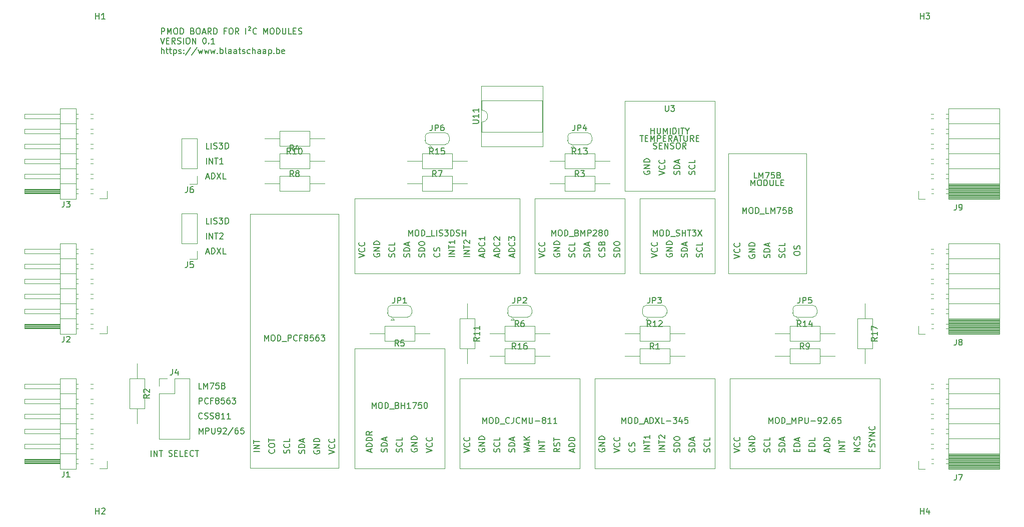
<source format=gbr>
%TF.GenerationSoftware,KiCad,Pcbnew,5.1.10*%
%TF.CreationDate,2021-12-30T14:02:32+01:00*%
%TF.ProjectId,modules_board,6d6f6475-6c65-4735-9f62-6f6172642e6b,rev?*%
%TF.SameCoordinates,Original*%
%TF.FileFunction,Legend,Top*%
%TF.FilePolarity,Positive*%
%FSLAX46Y46*%
G04 Gerber Fmt 4.6, Leading zero omitted, Abs format (unit mm)*
G04 Created by KiCad (PCBNEW 5.1.10) date 2021-12-30 14:02:32*
%MOMM*%
%LPD*%
G01*
G04 APERTURE LIST*
%ADD10C,0.150000*%
%ADD11C,0.120000*%
G04 APERTURE END LIST*
D10*
X73995595Y-47062380D02*
X73995595Y-46062380D01*
X74376547Y-46062380D01*
X74471785Y-46110000D01*
X74519404Y-46157619D01*
X74567023Y-46252857D01*
X74567023Y-46395714D01*
X74519404Y-46490952D01*
X74471785Y-46538571D01*
X74376547Y-46586190D01*
X73995595Y-46586190D01*
X74995595Y-47062380D02*
X74995595Y-46062380D01*
X75328928Y-46776666D01*
X75662261Y-46062380D01*
X75662261Y-47062380D01*
X76328928Y-46062380D02*
X76519404Y-46062380D01*
X76614642Y-46110000D01*
X76709880Y-46205238D01*
X76757500Y-46395714D01*
X76757500Y-46729047D01*
X76709880Y-46919523D01*
X76614642Y-47014761D01*
X76519404Y-47062380D01*
X76328928Y-47062380D01*
X76233690Y-47014761D01*
X76138452Y-46919523D01*
X76090833Y-46729047D01*
X76090833Y-46395714D01*
X76138452Y-46205238D01*
X76233690Y-46110000D01*
X76328928Y-46062380D01*
X77186071Y-47062380D02*
X77186071Y-46062380D01*
X77424166Y-46062380D01*
X77567023Y-46110000D01*
X77662261Y-46205238D01*
X77709880Y-46300476D01*
X77757500Y-46490952D01*
X77757500Y-46633809D01*
X77709880Y-46824285D01*
X77662261Y-46919523D01*
X77567023Y-47014761D01*
X77424166Y-47062380D01*
X77186071Y-47062380D01*
X79281309Y-46538571D02*
X79424166Y-46586190D01*
X79471785Y-46633809D01*
X79519404Y-46729047D01*
X79519404Y-46871904D01*
X79471785Y-46967142D01*
X79424166Y-47014761D01*
X79328928Y-47062380D01*
X78947976Y-47062380D01*
X78947976Y-46062380D01*
X79281309Y-46062380D01*
X79376547Y-46110000D01*
X79424166Y-46157619D01*
X79471785Y-46252857D01*
X79471785Y-46348095D01*
X79424166Y-46443333D01*
X79376547Y-46490952D01*
X79281309Y-46538571D01*
X78947976Y-46538571D01*
X80138452Y-46062380D02*
X80328928Y-46062380D01*
X80424166Y-46110000D01*
X80519404Y-46205238D01*
X80567023Y-46395714D01*
X80567023Y-46729047D01*
X80519404Y-46919523D01*
X80424166Y-47014761D01*
X80328928Y-47062380D01*
X80138452Y-47062380D01*
X80043214Y-47014761D01*
X79947976Y-46919523D01*
X79900357Y-46729047D01*
X79900357Y-46395714D01*
X79947976Y-46205238D01*
X80043214Y-46110000D01*
X80138452Y-46062380D01*
X80947976Y-46776666D02*
X81424166Y-46776666D01*
X80852738Y-47062380D02*
X81186071Y-46062380D01*
X81519404Y-47062380D01*
X82424166Y-47062380D02*
X82090833Y-46586190D01*
X81852738Y-47062380D02*
X81852738Y-46062380D01*
X82233690Y-46062380D01*
X82328928Y-46110000D01*
X82376547Y-46157619D01*
X82424166Y-46252857D01*
X82424166Y-46395714D01*
X82376547Y-46490952D01*
X82328928Y-46538571D01*
X82233690Y-46586190D01*
X81852738Y-46586190D01*
X82852738Y-47062380D02*
X82852738Y-46062380D01*
X83090833Y-46062380D01*
X83233690Y-46110000D01*
X83328928Y-46205238D01*
X83376547Y-46300476D01*
X83424166Y-46490952D01*
X83424166Y-46633809D01*
X83376547Y-46824285D01*
X83328928Y-46919523D01*
X83233690Y-47014761D01*
X83090833Y-47062380D01*
X82852738Y-47062380D01*
X84947976Y-46538571D02*
X84614642Y-46538571D01*
X84614642Y-47062380D02*
X84614642Y-46062380D01*
X85090833Y-46062380D01*
X85662261Y-46062380D02*
X85852738Y-46062380D01*
X85947976Y-46110000D01*
X86043214Y-46205238D01*
X86090833Y-46395714D01*
X86090833Y-46729047D01*
X86043214Y-46919523D01*
X85947976Y-47014761D01*
X85852738Y-47062380D01*
X85662261Y-47062380D01*
X85567023Y-47014761D01*
X85471785Y-46919523D01*
X85424166Y-46729047D01*
X85424166Y-46395714D01*
X85471785Y-46205238D01*
X85567023Y-46110000D01*
X85662261Y-46062380D01*
X87090833Y-47062380D02*
X86757500Y-46586190D01*
X86519404Y-47062380D02*
X86519404Y-46062380D01*
X86900357Y-46062380D01*
X86995595Y-46110000D01*
X87043214Y-46157619D01*
X87090833Y-46252857D01*
X87090833Y-46395714D01*
X87043214Y-46490952D01*
X86995595Y-46538571D01*
X86900357Y-46586190D01*
X86519404Y-46586190D01*
X88281309Y-47062380D02*
X88281309Y-46062380D01*
X88709880Y-45824285D02*
X88805119Y-45776666D01*
X88947976Y-45776666D01*
X89043214Y-45824285D01*
X89090833Y-45919523D01*
X89090833Y-46014761D01*
X89043214Y-46110000D01*
X88709880Y-46443333D01*
X89090833Y-46443333D01*
X90090833Y-46967142D02*
X90043214Y-47014761D01*
X89900357Y-47062380D01*
X89805119Y-47062380D01*
X89662261Y-47014761D01*
X89567023Y-46919523D01*
X89519404Y-46824285D01*
X89471785Y-46633809D01*
X89471785Y-46490952D01*
X89519404Y-46300476D01*
X89567023Y-46205238D01*
X89662261Y-46110000D01*
X89805119Y-46062380D01*
X89900357Y-46062380D01*
X90043214Y-46110000D01*
X90090833Y-46157619D01*
X91281309Y-47062380D02*
X91281309Y-46062380D01*
X91614642Y-46776666D01*
X91947976Y-46062380D01*
X91947976Y-47062380D01*
X92614642Y-46062380D02*
X92805119Y-46062380D01*
X92900357Y-46110000D01*
X92995595Y-46205238D01*
X93043214Y-46395714D01*
X93043214Y-46729047D01*
X92995595Y-46919523D01*
X92900357Y-47014761D01*
X92805119Y-47062380D01*
X92614642Y-47062380D01*
X92519404Y-47014761D01*
X92424166Y-46919523D01*
X92376547Y-46729047D01*
X92376547Y-46395714D01*
X92424166Y-46205238D01*
X92519404Y-46110000D01*
X92614642Y-46062380D01*
X93471785Y-47062380D02*
X93471785Y-46062380D01*
X93709880Y-46062380D01*
X93852738Y-46110000D01*
X93947976Y-46205238D01*
X93995595Y-46300476D01*
X94043214Y-46490952D01*
X94043214Y-46633809D01*
X93995595Y-46824285D01*
X93947976Y-46919523D01*
X93852738Y-47014761D01*
X93709880Y-47062380D01*
X93471785Y-47062380D01*
X94471785Y-46062380D02*
X94471785Y-46871904D01*
X94519404Y-46967142D01*
X94567023Y-47014761D01*
X94662261Y-47062380D01*
X94852738Y-47062380D01*
X94947976Y-47014761D01*
X94995595Y-46967142D01*
X95043214Y-46871904D01*
X95043214Y-46062380D01*
X95995595Y-47062380D02*
X95519404Y-47062380D01*
X95519404Y-46062380D01*
X96328928Y-46538571D02*
X96662261Y-46538571D01*
X96805119Y-47062380D02*
X96328928Y-47062380D01*
X96328928Y-46062380D01*
X96805119Y-46062380D01*
X97186071Y-47014761D02*
X97328928Y-47062380D01*
X97567023Y-47062380D01*
X97662261Y-47014761D01*
X97709880Y-46967142D01*
X97757500Y-46871904D01*
X97757500Y-46776666D01*
X97709880Y-46681428D01*
X97662261Y-46633809D01*
X97567023Y-46586190D01*
X97376547Y-46538571D01*
X97281309Y-46490952D01*
X97233690Y-46443333D01*
X97186071Y-46348095D01*
X97186071Y-46252857D01*
X97233690Y-46157619D01*
X97281309Y-46110000D01*
X97376547Y-46062380D01*
X97614642Y-46062380D01*
X97757500Y-46110000D01*
X73852738Y-47712380D02*
X74186071Y-48712380D01*
X74519404Y-47712380D01*
X74852738Y-48188571D02*
X75186071Y-48188571D01*
X75328928Y-48712380D02*
X74852738Y-48712380D01*
X74852738Y-47712380D01*
X75328928Y-47712380D01*
X76328928Y-48712380D02*
X75995595Y-48236190D01*
X75757500Y-48712380D02*
X75757500Y-47712380D01*
X76138452Y-47712380D01*
X76233690Y-47760000D01*
X76281309Y-47807619D01*
X76328928Y-47902857D01*
X76328928Y-48045714D01*
X76281309Y-48140952D01*
X76233690Y-48188571D01*
X76138452Y-48236190D01*
X75757500Y-48236190D01*
X76709880Y-48664761D02*
X76852738Y-48712380D01*
X77090833Y-48712380D01*
X77186071Y-48664761D01*
X77233690Y-48617142D01*
X77281309Y-48521904D01*
X77281309Y-48426666D01*
X77233690Y-48331428D01*
X77186071Y-48283809D01*
X77090833Y-48236190D01*
X76900357Y-48188571D01*
X76805119Y-48140952D01*
X76757500Y-48093333D01*
X76709880Y-47998095D01*
X76709880Y-47902857D01*
X76757500Y-47807619D01*
X76805119Y-47760000D01*
X76900357Y-47712380D01*
X77138452Y-47712380D01*
X77281309Y-47760000D01*
X77709880Y-48712380D02*
X77709880Y-47712380D01*
X78376547Y-47712380D02*
X78567023Y-47712380D01*
X78662261Y-47760000D01*
X78757500Y-47855238D01*
X78805119Y-48045714D01*
X78805119Y-48379047D01*
X78757500Y-48569523D01*
X78662261Y-48664761D01*
X78567023Y-48712380D01*
X78376547Y-48712380D01*
X78281309Y-48664761D01*
X78186071Y-48569523D01*
X78138452Y-48379047D01*
X78138452Y-48045714D01*
X78186071Y-47855238D01*
X78281309Y-47760000D01*
X78376547Y-47712380D01*
X79233690Y-48712380D02*
X79233690Y-47712380D01*
X79805119Y-48712380D01*
X79805119Y-47712380D01*
X81233690Y-47712380D02*
X81328928Y-47712380D01*
X81424166Y-47760000D01*
X81471785Y-47807619D01*
X81519404Y-47902857D01*
X81567023Y-48093333D01*
X81567023Y-48331428D01*
X81519404Y-48521904D01*
X81471785Y-48617142D01*
X81424166Y-48664761D01*
X81328928Y-48712380D01*
X81233690Y-48712380D01*
X81138452Y-48664761D01*
X81090833Y-48617142D01*
X81043214Y-48521904D01*
X80995595Y-48331428D01*
X80995595Y-48093333D01*
X81043214Y-47902857D01*
X81090833Y-47807619D01*
X81138452Y-47760000D01*
X81233690Y-47712380D01*
X81995595Y-48617142D02*
X82043214Y-48664761D01*
X81995595Y-48712380D01*
X81947976Y-48664761D01*
X81995595Y-48617142D01*
X81995595Y-48712380D01*
X82995595Y-48712380D02*
X82424166Y-48712380D01*
X82709880Y-48712380D02*
X82709880Y-47712380D01*
X82614642Y-47855238D01*
X82519404Y-47950476D01*
X82424166Y-47998095D01*
X73995595Y-50362380D02*
X73995595Y-49362380D01*
X74424166Y-50362380D02*
X74424166Y-49838571D01*
X74376547Y-49743333D01*
X74281309Y-49695714D01*
X74138452Y-49695714D01*
X74043214Y-49743333D01*
X73995595Y-49790952D01*
X74757500Y-49695714D02*
X75138452Y-49695714D01*
X74900357Y-49362380D02*
X74900357Y-50219523D01*
X74947976Y-50314761D01*
X75043214Y-50362380D01*
X75138452Y-50362380D01*
X75328928Y-49695714D02*
X75709880Y-49695714D01*
X75471785Y-49362380D02*
X75471785Y-50219523D01*
X75519404Y-50314761D01*
X75614642Y-50362380D01*
X75709880Y-50362380D01*
X76043214Y-49695714D02*
X76043214Y-50695714D01*
X76043214Y-49743333D02*
X76138452Y-49695714D01*
X76328928Y-49695714D01*
X76424166Y-49743333D01*
X76471785Y-49790952D01*
X76519404Y-49886190D01*
X76519404Y-50171904D01*
X76471785Y-50267142D01*
X76424166Y-50314761D01*
X76328928Y-50362380D01*
X76138452Y-50362380D01*
X76043214Y-50314761D01*
X76900357Y-50314761D02*
X76995595Y-50362380D01*
X77186071Y-50362380D01*
X77281309Y-50314761D01*
X77328928Y-50219523D01*
X77328928Y-50171904D01*
X77281309Y-50076666D01*
X77186071Y-50029047D01*
X77043214Y-50029047D01*
X76947976Y-49981428D01*
X76900357Y-49886190D01*
X76900357Y-49838571D01*
X76947976Y-49743333D01*
X77043214Y-49695714D01*
X77186071Y-49695714D01*
X77281309Y-49743333D01*
X77757500Y-50267142D02*
X77805119Y-50314761D01*
X77757500Y-50362380D01*
X77709880Y-50314761D01*
X77757500Y-50267142D01*
X77757500Y-50362380D01*
X77757500Y-49743333D02*
X77805119Y-49790952D01*
X77757500Y-49838571D01*
X77709880Y-49790952D01*
X77757500Y-49743333D01*
X77757500Y-49838571D01*
X78947976Y-49314761D02*
X78090833Y-50600476D01*
X79995595Y-49314761D02*
X79138452Y-50600476D01*
X80233690Y-49695714D02*
X80424166Y-50362380D01*
X80614642Y-49886190D01*
X80805119Y-50362380D01*
X80995595Y-49695714D01*
X81281309Y-49695714D02*
X81471785Y-50362380D01*
X81662261Y-49886190D01*
X81852738Y-50362380D01*
X82043214Y-49695714D01*
X82328928Y-49695714D02*
X82519404Y-50362380D01*
X82709880Y-49886190D01*
X82900357Y-50362380D01*
X83090833Y-49695714D01*
X83471785Y-50267142D02*
X83519404Y-50314761D01*
X83471785Y-50362380D01*
X83424166Y-50314761D01*
X83471785Y-50267142D01*
X83471785Y-50362380D01*
X83947976Y-50362380D02*
X83947976Y-49362380D01*
X83947976Y-49743333D02*
X84043214Y-49695714D01*
X84233690Y-49695714D01*
X84328928Y-49743333D01*
X84376547Y-49790952D01*
X84424166Y-49886190D01*
X84424166Y-50171904D01*
X84376547Y-50267142D01*
X84328928Y-50314761D01*
X84233690Y-50362380D01*
X84043214Y-50362380D01*
X83947976Y-50314761D01*
X84995595Y-50362380D02*
X84900357Y-50314761D01*
X84852738Y-50219523D01*
X84852738Y-49362380D01*
X85805119Y-50362380D02*
X85805119Y-49838571D01*
X85757500Y-49743333D01*
X85662261Y-49695714D01*
X85471785Y-49695714D01*
X85376547Y-49743333D01*
X85805119Y-50314761D02*
X85709880Y-50362380D01*
X85471785Y-50362380D01*
X85376547Y-50314761D01*
X85328928Y-50219523D01*
X85328928Y-50124285D01*
X85376547Y-50029047D01*
X85471785Y-49981428D01*
X85709880Y-49981428D01*
X85805119Y-49933809D01*
X86709880Y-50362380D02*
X86709880Y-49838571D01*
X86662261Y-49743333D01*
X86567023Y-49695714D01*
X86376547Y-49695714D01*
X86281309Y-49743333D01*
X86709880Y-50314761D02*
X86614642Y-50362380D01*
X86376547Y-50362380D01*
X86281309Y-50314761D01*
X86233690Y-50219523D01*
X86233690Y-50124285D01*
X86281309Y-50029047D01*
X86376547Y-49981428D01*
X86614642Y-49981428D01*
X86709880Y-49933809D01*
X87043214Y-49695714D02*
X87424166Y-49695714D01*
X87186071Y-49362380D02*
X87186071Y-50219523D01*
X87233690Y-50314761D01*
X87328928Y-50362380D01*
X87424166Y-50362380D01*
X87709880Y-50314761D02*
X87805119Y-50362380D01*
X87995595Y-50362380D01*
X88090833Y-50314761D01*
X88138452Y-50219523D01*
X88138452Y-50171904D01*
X88090833Y-50076666D01*
X87995595Y-50029047D01*
X87852738Y-50029047D01*
X87757500Y-49981428D01*
X87709880Y-49886190D01*
X87709880Y-49838571D01*
X87757500Y-49743333D01*
X87852738Y-49695714D01*
X87995595Y-49695714D01*
X88090833Y-49743333D01*
X88995595Y-50314761D02*
X88900357Y-50362380D01*
X88709880Y-50362380D01*
X88614642Y-50314761D01*
X88567023Y-50267142D01*
X88519404Y-50171904D01*
X88519404Y-49886190D01*
X88567023Y-49790952D01*
X88614642Y-49743333D01*
X88709880Y-49695714D01*
X88900357Y-49695714D01*
X88995595Y-49743333D01*
X89424166Y-50362380D02*
X89424166Y-49362380D01*
X89852738Y-50362380D02*
X89852738Y-49838571D01*
X89805119Y-49743333D01*
X89709880Y-49695714D01*
X89567023Y-49695714D01*
X89471785Y-49743333D01*
X89424166Y-49790952D01*
X90757500Y-50362380D02*
X90757500Y-49838571D01*
X90709880Y-49743333D01*
X90614642Y-49695714D01*
X90424166Y-49695714D01*
X90328928Y-49743333D01*
X90757500Y-50314761D02*
X90662261Y-50362380D01*
X90424166Y-50362380D01*
X90328928Y-50314761D01*
X90281309Y-50219523D01*
X90281309Y-50124285D01*
X90328928Y-50029047D01*
X90424166Y-49981428D01*
X90662261Y-49981428D01*
X90757500Y-49933809D01*
X91662261Y-50362380D02*
X91662261Y-49838571D01*
X91614642Y-49743333D01*
X91519404Y-49695714D01*
X91328928Y-49695714D01*
X91233690Y-49743333D01*
X91662261Y-50314761D02*
X91567023Y-50362380D01*
X91328928Y-50362380D01*
X91233690Y-50314761D01*
X91186071Y-50219523D01*
X91186071Y-50124285D01*
X91233690Y-50029047D01*
X91328928Y-49981428D01*
X91567023Y-49981428D01*
X91662261Y-49933809D01*
X92138452Y-49695714D02*
X92138452Y-50695714D01*
X92138452Y-49743333D02*
X92233690Y-49695714D01*
X92424166Y-49695714D01*
X92519404Y-49743333D01*
X92567023Y-49790952D01*
X92614642Y-49886190D01*
X92614642Y-50171904D01*
X92567023Y-50267142D01*
X92519404Y-50314761D01*
X92424166Y-50362380D01*
X92233690Y-50362380D01*
X92138452Y-50314761D01*
X93043214Y-50267142D02*
X93090833Y-50314761D01*
X93043214Y-50362380D01*
X92995595Y-50314761D01*
X93043214Y-50267142D01*
X93043214Y-50362380D01*
X93519404Y-50362380D02*
X93519404Y-49362380D01*
X93519404Y-49743333D02*
X93614642Y-49695714D01*
X93805119Y-49695714D01*
X93900357Y-49743333D01*
X93947976Y-49790952D01*
X93995595Y-49886190D01*
X93995595Y-50171904D01*
X93947976Y-50267142D01*
X93900357Y-50314761D01*
X93805119Y-50362380D01*
X93614642Y-50362380D01*
X93519404Y-50314761D01*
X94805119Y-50314761D02*
X94709880Y-50362380D01*
X94519404Y-50362380D01*
X94424166Y-50314761D01*
X94376547Y-50219523D01*
X94376547Y-49838571D01*
X94424166Y-49743333D01*
X94519404Y-49695714D01*
X94709880Y-49695714D01*
X94805119Y-49743333D01*
X94852738Y-49838571D01*
X94852738Y-49933809D01*
X94376547Y-50029047D01*
X81567976Y-71286666D02*
X82044166Y-71286666D01*
X81472738Y-71572380D02*
X81806071Y-70572380D01*
X82139404Y-71572380D01*
X82472738Y-71572380D02*
X82472738Y-70572380D01*
X82710833Y-70572380D01*
X82853690Y-70620000D01*
X82948928Y-70715238D01*
X82996547Y-70810476D01*
X83044166Y-71000952D01*
X83044166Y-71143809D01*
X82996547Y-71334285D01*
X82948928Y-71429523D01*
X82853690Y-71524761D01*
X82710833Y-71572380D01*
X82472738Y-71572380D01*
X83377500Y-70572380D02*
X84044166Y-71572380D01*
X84044166Y-70572380D02*
X83377500Y-71572380D01*
X84901309Y-71572380D02*
X84425119Y-71572380D01*
X84425119Y-70572380D01*
X82091785Y-66492380D02*
X81615595Y-66492380D01*
X81615595Y-65492380D01*
X82425119Y-66492380D02*
X82425119Y-65492380D01*
X82853690Y-66444761D02*
X82996547Y-66492380D01*
X83234642Y-66492380D01*
X83329880Y-66444761D01*
X83377500Y-66397142D01*
X83425119Y-66301904D01*
X83425119Y-66206666D01*
X83377500Y-66111428D01*
X83329880Y-66063809D01*
X83234642Y-66016190D01*
X83044166Y-65968571D01*
X82948928Y-65920952D01*
X82901309Y-65873333D01*
X82853690Y-65778095D01*
X82853690Y-65682857D01*
X82901309Y-65587619D01*
X82948928Y-65540000D01*
X83044166Y-65492380D01*
X83282261Y-65492380D01*
X83425119Y-65540000D01*
X83758452Y-65492380D02*
X84377500Y-65492380D01*
X84044166Y-65873333D01*
X84187023Y-65873333D01*
X84282261Y-65920952D01*
X84329880Y-65968571D01*
X84377500Y-66063809D01*
X84377500Y-66301904D01*
X84329880Y-66397142D01*
X84282261Y-66444761D01*
X84187023Y-66492380D01*
X83901309Y-66492380D01*
X83806071Y-66444761D01*
X83758452Y-66397142D01*
X84806071Y-66492380D02*
X84806071Y-65492380D01*
X85044166Y-65492380D01*
X85187023Y-65540000D01*
X85282261Y-65635238D01*
X85329880Y-65730476D01*
X85377500Y-65920952D01*
X85377500Y-66063809D01*
X85329880Y-66254285D01*
X85282261Y-66349523D01*
X85187023Y-66444761D01*
X85044166Y-66492380D01*
X84806071Y-66492380D01*
X81615595Y-69032380D02*
X81615595Y-68032380D01*
X82091785Y-69032380D02*
X82091785Y-68032380D01*
X82663214Y-69032380D01*
X82663214Y-68032380D01*
X82996547Y-68032380D02*
X83567976Y-68032380D01*
X83282261Y-69032380D02*
X83282261Y-68032380D01*
X84425119Y-69032380D02*
X83853690Y-69032380D01*
X84139404Y-69032380D02*
X84139404Y-68032380D01*
X84044166Y-68175238D01*
X83948928Y-68270476D01*
X83853690Y-68318095D01*
X81615595Y-81732380D02*
X81615595Y-80732380D01*
X82091785Y-81732380D02*
X82091785Y-80732380D01*
X82663214Y-81732380D01*
X82663214Y-80732380D01*
X82996547Y-80732380D02*
X83567976Y-80732380D01*
X83282261Y-81732380D02*
X83282261Y-80732380D01*
X83853690Y-80827619D02*
X83901309Y-80780000D01*
X83996547Y-80732380D01*
X84234642Y-80732380D01*
X84329880Y-80780000D01*
X84377500Y-80827619D01*
X84425119Y-80922857D01*
X84425119Y-81018095D01*
X84377500Y-81160952D01*
X83806071Y-81732380D01*
X84425119Y-81732380D01*
X82091785Y-79192380D02*
X81615595Y-79192380D01*
X81615595Y-78192380D01*
X82425119Y-79192380D02*
X82425119Y-78192380D01*
X82853690Y-79144761D02*
X82996547Y-79192380D01*
X83234642Y-79192380D01*
X83329880Y-79144761D01*
X83377500Y-79097142D01*
X83425119Y-79001904D01*
X83425119Y-78906666D01*
X83377500Y-78811428D01*
X83329880Y-78763809D01*
X83234642Y-78716190D01*
X83044166Y-78668571D01*
X82948928Y-78620952D01*
X82901309Y-78573333D01*
X82853690Y-78478095D01*
X82853690Y-78382857D01*
X82901309Y-78287619D01*
X82948928Y-78240000D01*
X83044166Y-78192380D01*
X83282261Y-78192380D01*
X83425119Y-78240000D01*
X83758452Y-78192380D02*
X84377500Y-78192380D01*
X84044166Y-78573333D01*
X84187023Y-78573333D01*
X84282261Y-78620952D01*
X84329880Y-78668571D01*
X84377500Y-78763809D01*
X84377500Y-79001904D01*
X84329880Y-79097142D01*
X84282261Y-79144761D01*
X84187023Y-79192380D01*
X83901309Y-79192380D01*
X83806071Y-79144761D01*
X83758452Y-79097142D01*
X84806071Y-79192380D02*
X84806071Y-78192380D01*
X85044166Y-78192380D01*
X85187023Y-78240000D01*
X85282261Y-78335238D01*
X85329880Y-78430476D01*
X85377500Y-78620952D01*
X85377500Y-78763809D01*
X85329880Y-78954285D01*
X85282261Y-79049523D01*
X85187023Y-79144761D01*
X85044166Y-79192380D01*
X84806071Y-79192380D01*
X81567976Y-83986666D02*
X82044166Y-83986666D01*
X81472738Y-84272380D02*
X81806071Y-83272380D01*
X82139404Y-84272380D01*
X82472738Y-84272380D02*
X82472738Y-83272380D01*
X82710833Y-83272380D01*
X82853690Y-83320000D01*
X82948928Y-83415238D01*
X82996547Y-83510476D01*
X83044166Y-83700952D01*
X83044166Y-83843809D01*
X82996547Y-84034285D01*
X82948928Y-84129523D01*
X82853690Y-84224761D01*
X82710833Y-84272380D01*
X82472738Y-84272380D01*
X83377500Y-83272380D02*
X84044166Y-84272380D01*
X84044166Y-83272380D02*
X83377500Y-84272380D01*
X84901309Y-84272380D02*
X84425119Y-84272380D01*
X84425119Y-83272380D01*
X72247619Y-118562380D02*
X72247619Y-117562380D01*
X72723809Y-118562380D02*
X72723809Y-117562380D01*
X73295238Y-118562380D01*
X73295238Y-117562380D01*
X73628571Y-117562380D02*
X74200000Y-117562380D01*
X73914285Y-118562380D02*
X73914285Y-117562380D01*
X75247619Y-118514761D02*
X75390476Y-118562380D01*
X75628571Y-118562380D01*
X75723809Y-118514761D01*
X75771428Y-118467142D01*
X75819047Y-118371904D01*
X75819047Y-118276666D01*
X75771428Y-118181428D01*
X75723809Y-118133809D01*
X75628571Y-118086190D01*
X75438095Y-118038571D01*
X75342857Y-117990952D01*
X75295238Y-117943333D01*
X75247619Y-117848095D01*
X75247619Y-117752857D01*
X75295238Y-117657619D01*
X75342857Y-117610000D01*
X75438095Y-117562380D01*
X75676190Y-117562380D01*
X75819047Y-117610000D01*
X76247619Y-118038571D02*
X76580952Y-118038571D01*
X76723809Y-118562380D02*
X76247619Y-118562380D01*
X76247619Y-117562380D01*
X76723809Y-117562380D01*
X77628571Y-118562380D02*
X77152380Y-118562380D01*
X77152380Y-117562380D01*
X77961904Y-118038571D02*
X78295238Y-118038571D01*
X78438095Y-118562380D02*
X77961904Y-118562380D01*
X77961904Y-117562380D01*
X78438095Y-117562380D01*
X79438095Y-118467142D02*
X79390476Y-118514761D01*
X79247619Y-118562380D01*
X79152380Y-118562380D01*
X79009523Y-118514761D01*
X78914285Y-118419523D01*
X78866666Y-118324285D01*
X78819047Y-118133809D01*
X78819047Y-117990952D01*
X78866666Y-117800476D01*
X78914285Y-117705238D01*
X79009523Y-117610000D01*
X79152380Y-117562380D01*
X79247619Y-117562380D01*
X79390476Y-117610000D01*
X79438095Y-117657619D01*
X79723809Y-117562380D02*
X80295238Y-117562380D01*
X80009523Y-118562380D02*
X80009523Y-117562380D01*
X80821785Y-107132380D02*
X80345595Y-107132380D01*
X80345595Y-106132380D01*
X81155119Y-107132380D02*
X81155119Y-106132380D01*
X81488452Y-106846666D01*
X81821785Y-106132380D01*
X81821785Y-107132380D01*
X82202738Y-106132380D02*
X82869404Y-106132380D01*
X82440833Y-107132380D01*
X83726547Y-106132380D02*
X83250357Y-106132380D01*
X83202738Y-106608571D01*
X83250357Y-106560952D01*
X83345595Y-106513333D01*
X83583690Y-106513333D01*
X83678928Y-106560952D01*
X83726547Y-106608571D01*
X83774166Y-106703809D01*
X83774166Y-106941904D01*
X83726547Y-107037142D01*
X83678928Y-107084761D01*
X83583690Y-107132380D01*
X83345595Y-107132380D01*
X83250357Y-107084761D01*
X83202738Y-107037142D01*
X84536071Y-106608571D02*
X84678928Y-106656190D01*
X84726547Y-106703809D01*
X84774166Y-106799047D01*
X84774166Y-106941904D01*
X84726547Y-107037142D01*
X84678928Y-107084761D01*
X84583690Y-107132380D01*
X84202738Y-107132380D01*
X84202738Y-106132380D01*
X84536071Y-106132380D01*
X84631309Y-106180000D01*
X84678928Y-106227619D01*
X84726547Y-106322857D01*
X84726547Y-106418095D01*
X84678928Y-106513333D01*
X84631309Y-106560952D01*
X84536071Y-106608571D01*
X84202738Y-106608571D01*
X80345595Y-109672380D02*
X80345595Y-108672380D01*
X80726547Y-108672380D01*
X80821785Y-108720000D01*
X80869404Y-108767619D01*
X80917023Y-108862857D01*
X80917023Y-109005714D01*
X80869404Y-109100952D01*
X80821785Y-109148571D01*
X80726547Y-109196190D01*
X80345595Y-109196190D01*
X81917023Y-109577142D02*
X81869404Y-109624761D01*
X81726547Y-109672380D01*
X81631309Y-109672380D01*
X81488452Y-109624761D01*
X81393214Y-109529523D01*
X81345595Y-109434285D01*
X81297976Y-109243809D01*
X81297976Y-109100952D01*
X81345595Y-108910476D01*
X81393214Y-108815238D01*
X81488452Y-108720000D01*
X81631309Y-108672380D01*
X81726547Y-108672380D01*
X81869404Y-108720000D01*
X81917023Y-108767619D01*
X82678928Y-109148571D02*
X82345595Y-109148571D01*
X82345595Y-109672380D02*
X82345595Y-108672380D01*
X82821785Y-108672380D01*
X83345595Y-109100952D02*
X83250357Y-109053333D01*
X83202738Y-109005714D01*
X83155119Y-108910476D01*
X83155119Y-108862857D01*
X83202738Y-108767619D01*
X83250357Y-108720000D01*
X83345595Y-108672380D01*
X83536071Y-108672380D01*
X83631309Y-108720000D01*
X83678928Y-108767619D01*
X83726547Y-108862857D01*
X83726547Y-108910476D01*
X83678928Y-109005714D01*
X83631309Y-109053333D01*
X83536071Y-109100952D01*
X83345595Y-109100952D01*
X83250357Y-109148571D01*
X83202738Y-109196190D01*
X83155119Y-109291428D01*
X83155119Y-109481904D01*
X83202738Y-109577142D01*
X83250357Y-109624761D01*
X83345595Y-109672380D01*
X83536071Y-109672380D01*
X83631309Y-109624761D01*
X83678928Y-109577142D01*
X83726547Y-109481904D01*
X83726547Y-109291428D01*
X83678928Y-109196190D01*
X83631309Y-109148571D01*
X83536071Y-109100952D01*
X84631309Y-108672380D02*
X84155119Y-108672380D01*
X84107500Y-109148571D01*
X84155119Y-109100952D01*
X84250357Y-109053333D01*
X84488452Y-109053333D01*
X84583690Y-109100952D01*
X84631309Y-109148571D01*
X84678928Y-109243809D01*
X84678928Y-109481904D01*
X84631309Y-109577142D01*
X84583690Y-109624761D01*
X84488452Y-109672380D01*
X84250357Y-109672380D01*
X84155119Y-109624761D01*
X84107500Y-109577142D01*
X85536071Y-108672380D02*
X85345595Y-108672380D01*
X85250357Y-108720000D01*
X85202738Y-108767619D01*
X85107500Y-108910476D01*
X85059880Y-109100952D01*
X85059880Y-109481904D01*
X85107500Y-109577142D01*
X85155119Y-109624761D01*
X85250357Y-109672380D01*
X85440833Y-109672380D01*
X85536071Y-109624761D01*
X85583690Y-109577142D01*
X85631309Y-109481904D01*
X85631309Y-109243809D01*
X85583690Y-109148571D01*
X85536071Y-109100952D01*
X85440833Y-109053333D01*
X85250357Y-109053333D01*
X85155119Y-109100952D01*
X85107500Y-109148571D01*
X85059880Y-109243809D01*
X85964642Y-108672380D02*
X86583690Y-108672380D01*
X86250357Y-109053333D01*
X86393214Y-109053333D01*
X86488452Y-109100952D01*
X86536071Y-109148571D01*
X86583690Y-109243809D01*
X86583690Y-109481904D01*
X86536071Y-109577142D01*
X86488452Y-109624761D01*
X86393214Y-109672380D01*
X86107500Y-109672380D01*
X86012261Y-109624761D01*
X85964642Y-109577142D01*
X80917023Y-112117142D02*
X80869404Y-112164761D01*
X80726547Y-112212380D01*
X80631309Y-112212380D01*
X80488452Y-112164761D01*
X80393214Y-112069523D01*
X80345595Y-111974285D01*
X80297976Y-111783809D01*
X80297976Y-111640952D01*
X80345595Y-111450476D01*
X80393214Y-111355238D01*
X80488452Y-111260000D01*
X80631309Y-111212380D01*
X80726547Y-111212380D01*
X80869404Y-111260000D01*
X80917023Y-111307619D01*
X81297976Y-112164761D02*
X81440833Y-112212380D01*
X81678928Y-112212380D01*
X81774166Y-112164761D01*
X81821785Y-112117142D01*
X81869404Y-112021904D01*
X81869404Y-111926666D01*
X81821785Y-111831428D01*
X81774166Y-111783809D01*
X81678928Y-111736190D01*
X81488452Y-111688571D01*
X81393214Y-111640952D01*
X81345595Y-111593333D01*
X81297976Y-111498095D01*
X81297976Y-111402857D01*
X81345595Y-111307619D01*
X81393214Y-111260000D01*
X81488452Y-111212380D01*
X81726547Y-111212380D01*
X81869404Y-111260000D01*
X82250357Y-112164761D02*
X82393214Y-112212380D01*
X82631309Y-112212380D01*
X82726547Y-112164761D01*
X82774166Y-112117142D01*
X82821785Y-112021904D01*
X82821785Y-111926666D01*
X82774166Y-111831428D01*
X82726547Y-111783809D01*
X82631309Y-111736190D01*
X82440833Y-111688571D01*
X82345595Y-111640952D01*
X82297976Y-111593333D01*
X82250357Y-111498095D01*
X82250357Y-111402857D01*
X82297976Y-111307619D01*
X82345595Y-111260000D01*
X82440833Y-111212380D01*
X82678928Y-111212380D01*
X82821785Y-111260000D01*
X83393214Y-111640952D02*
X83297976Y-111593333D01*
X83250357Y-111545714D01*
X83202738Y-111450476D01*
X83202738Y-111402857D01*
X83250357Y-111307619D01*
X83297976Y-111260000D01*
X83393214Y-111212380D01*
X83583690Y-111212380D01*
X83678928Y-111260000D01*
X83726547Y-111307619D01*
X83774166Y-111402857D01*
X83774166Y-111450476D01*
X83726547Y-111545714D01*
X83678928Y-111593333D01*
X83583690Y-111640952D01*
X83393214Y-111640952D01*
X83297976Y-111688571D01*
X83250357Y-111736190D01*
X83202738Y-111831428D01*
X83202738Y-112021904D01*
X83250357Y-112117142D01*
X83297976Y-112164761D01*
X83393214Y-112212380D01*
X83583690Y-112212380D01*
X83678928Y-112164761D01*
X83726547Y-112117142D01*
X83774166Y-112021904D01*
X83774166Y-111831428D01*
X83726547Y-111736190D01*
X83678928Y-111688571D01*
X83583690Y-111640952D01*
X84726547Y-112212380D02*
X84155119Y-112212380D01*
X84440833Y-112212380D02*
X84440833Y-111212380D01*
X84345595Y-111355238D01*
X84250357Y-111450476D01*
X84155119Y-111498095D01*
X85678928Y-112212380D02*
X85107500Y-112212380D01*
X85393214Y-112212380D02*
X85393214Y-111212380D01*
X85297976Y-111355238D01*
X85202738Y-111450476D01*
X85107500Y-111498095D01*
X80345595Y-114752380D02*
X80345595Y-113752380D01*
X80678928Y-114466666D01*
X81012261Y-113752380D01*
X81012261Y-114752380D01*
X81488452Y-114752380D02*
X81488452Y-113752380D01*
X81869404Y-113752380D01*
X81964642Y-113800000D01*
X82012261Y-113847619D01*
X82059880Y-113942857D01*
X82059880Y-114085714D01*
X82012261Y-114180952D01*
X81964642Y-114228571D01*
X81869404Y-114276190D01*
X81488452Y-114276190D01*
X82488452Y-113752380D02*
X82488452Y-114561904D01*
X82536071Y-114657142D01*
X82583690Y-114704761D01*
X82678928Y-114752380D01*
X82869404Y-114752380D01*
X82964642Y-114704761D01*
X83012261Y-114657142D01*
X83059880Y-114561904D01*
X83059880Y-113752380D01*
X83583690Y-114752380D02*
X83774166Y-114752380D01*
X83869404Y-114704761D01*
X83917023Y-114657142D01*
X84012261Y-114514285D01*
X84059880Y-114323809D01*
X84059880Y-113942857D01*
X84012261Y-113847619D01*
X83964642Y-113800000D01*
X83869404Y-113752380D01*
X83678928Y-113752380D01*
X83583690Y-113800000D01*
X83536071Y-113847619D01*
X83488452Y-113942857D01*
X83488452Y-114180952D01*
X83536071Y-114276190D01*
X83583690Y-114323809D01*
X83678928Y-114371428D01*
X83869404Y-114371428D01*
X83964642Y-114323809D01*
X84012261Y-114276190D01*
X84059880Y-114180952D01*
X84440833Y-113847619D02*
X84488452Y-113800000D01*
X84583690Y-113752380D01*
X84821785Y-113752380D01*
X84917023Y-113800000D01*
X84964642Y-113847619D01*
X85012261Y-113942857D01*
X85012261Y-114038095D01*
X84964642Y-114180952D01*
X84393214Y-114752380D01*
X85012261Y-114752380D01*
X86155119Y-113704761D02*
X85297976Y-114990476D01*
X86917023Y-113752380D02*
X86726547Y-113752380D01*
X86631309Y-113800000D01*
X86583690Y-113847619D01*
X86488452Y-113990476D01*
X86440833Y-114180952D01*
X86440833Y-114561904D01*
X86488452Y-114657142D01*
X86536071Y-114704761D01*
X86631309Y-114752380D01*
X86821785Y-114752380D01*
X86917023Y-114704761D01*
X86964642Y-114657142D01*
X87012261Y-114561904D01*
X87012261Y-114323809D01*
X86964642Y-114228571D01*
X86917023Y-114180952D01*
X86821785Y-114133333D01*
X86631309Y-114133333D01*
X86536071Y-114180952D01*
X86488452Y-114228571D01*
X86440833Y-114323809D01*
X87917023Y-113752380D02*
X87440833Y-113752380D01*
X87393214Y-114228571D01*
X87440833Y-114180952D01*
X87536071Y-114133333D01*
X87774166Y-114133333D01*
X87869404Y-114180952D01*
X87917023Y-114228571D01*
X87964642Y-114323809D01*
X87964642Y-114561904D01*
X87917023Y-114657142D01*
X87869404Y-114704761D01*
X87774166Y-114752380D01*
X87536071Y-114752380D01*
X87440833Y-114704761D01*
X87393214Y-114657142D01*
D11*
%TO.C,J9*%
X203200000Y-74990000D02*
X202090000Y-74990000D01*
X202090000Y-74990000D02*
X202090000Y-73660000D01*
X215830000Y-74990000D02*
X215830000Y-59630000D01*
X215830000Y-59630000D02*
X207200000Y-59630000D01*
X207200000Y-74990000D02*
X207200000Y-59630000D01*
X215830000Y-74990000D02*
X207200000Y-74990000D01*
X215830000Y-62230000D02*
X207200000Y-62230000D01*
X215830000Y-64770000D02*
X207200000Y-64770000D01*
X215830000Y-67310000D02*
X207200000Y-67310000D01*
X215830000Y-69850000D02*
X207200000Y-69850000D01*
X215830000Y-72390000D02*
X207200000Y-72390000D01*
X204690000Y-60600000D02*
X204250000Y-60600000D01*
X207200000Y-60600000D02*
X206790000Y-60600000D01*
X204690000Y-61320000D02*
X204250000Y-61320000D01*
X207200000Y-61320000D02*
X206790000Y-61320000D01*
X204690000Y-63140000D02*
X204250000Y-63140000D01*
X207200000Y-63140000D02*
X206790000Y-63140000D01*
X204690000Y-63860000D02*
X204250000Y-63860000D01*
X207200000Y-63860000D02*
X206790000Y-63860000D01*
X204690000Y-65680000D02*
X204250000Y-65680000D01*
X207200000Y-65680000D02*
X206790000Y-65680000D01*
X204690000Y-66400000D02*
X204250000Y-66400000D01*
X207200000Y-66400000D02*
X206790000Y-66400000D01*
X204690000Y-68220000D02*
X204250000Y-68220000D01*
X207200000Y-68220000D02*
X206790000Y-68220000D01*
X204690000Y-68940000D02*
X204250000Y-68940000D01*
X207200000Y-68940000D02*
X206790000Y-68940000D01*
X204690000Y-70760000D02*
X204250000Y-70760000D01*
X207200000Y-70760000D02*
X206790000Y-70760000D01*
X204690000Y-71480000D02*
X204250000Y-71480000D01*
X207200000Y-71480000D02*
X206790000Y-71480000D01*
X204690000Y-73300000D02*
X204310000Y-73300000D01*
X207200000Y-73300000D02*
X206790000Y-73300000D01*
X204690000Y-74020000D02*
X204310000Y-74020000D01*
X207200000Y-74020000D02*
X206790000Y-74020000D01*
X215830000Y-72508100D02*
X207200000Y-72508100D01*
X215830000Y-72626195D02*
X207200000Y-72626195D01*
X215830000Y-72744290D02*
X207200000Y-72744290D01*
X215830000Y-72862385D02*
X207200000Y-72862385D01*
X215830000Y-72980480D02*
X207200000Y-72980480D01*
X215830000Y-73098575D02*
X207200000Y-73098575D01*
X215830000Y-73216670D02*
X207200000Y-73216670D01*
X215830000Y-73334765D02*
X207200000Y-73334765D01*
X215830000Y-73452860D02*
X207200000Y-73452860D01*
X215830000Y-73570955D02*
X207200000Y-73570955D01*
X215830000Y-73689050D02*
X207200000Y-73689050D01*
X215830000Y-73807145D02*
X207200000Y-73807145D01*
X215830000Y-73925240D02*
X207200000Y-73925240D01*
X215830000Y-74043335D02*
X207200000Y-74043335D01*
X215830000Y-74161430D02*
X207200000Y-74161430D01*
X215830000Y-74279525D02*
X207200000Y-74279525D01*
X215830000Y-74397620D02*
X207200000Y-74397620D01*
X215830000Y-74515715D02*
X207200000Y-74515715D01*
X215830000Y-74633810D02*
X207200000Y-74633810D01*
X215830000Y-74751905D02*
X207200000Y-74751905D01*
X215830000Y-74870000D02*
X207200000Y-74870000D01*
%TO.C,J8*%
X203200000Y-97850000D02*
X202090000Y-97850000D01*
X202090000Y-97850000D02*
X202090000Y-96520000D01*
X215830000Y-97850000D02*
X215830000Y-82490000D01*
X215830000Y-82490000D02*
X207200000Y-82490000D01*
X207200000Y-97850000D02*
X207200000Y-82490000D01*
X215830000Y-97850000D02*
X207200000Y-97850000D01*
X215830000Y-85090000D02*
X207200000Y-85090000D01*
X215830000Y-87630000D02*
X207200000Y-87630000D01*
X215830000Y-90170000D02*
X207200000Y-90170000D01*
X215830000Y-92710000D02*
X207200000Y-92710000D01*
X215830000Y-95250000D02*
X207200000Y-95250000D01*
X204690000Y-83460000D02*
X204250000Y-83460000D01*
X207200000Y-83460000D02*
X206790000Y-83460000D01*
X204690000Y-84180000D02*
X204250000Y-84180000D01*
X207200000Y-84180000D02*
X206790000Y-84180000D01*
X204690000Y-86000000D02*
X204250000Y-86000000D01*
X207200000Y-86000000D02*
X206790000Y-86000000D01*
X204690000Y-86720000D02*
X204250000Y-86720000D01*
X207200000Y-86720000D02*
X206790000Y-86720000D01*
X204690000Y-88540000D02*
X204250000Y-88540000D01*
X207200000Y-88540000D02*
X206790000Y-88540000D01*
X204690000Y-89260000D02*
X204250000Y-89260000D01*
X207200000Y-89260000D02*
X206790000Y-89260000D01*
X204690000Y-91080000D02*
X204250000Y-91080000D01*
X207200000Y-91080000D02*
X206790000Y-91080000D01*
X204690000Y-91800000D02*
X204250000Y-91800000D01*
X207200000Y-91800000D02*
X206790000Y-91800000D01*
X204690000Y-93620000D02*
X204250000Y-93620000D01*
X207200000Y-93620000D02*
X206790000Y-93620000D01*
X204690000Y-94340000D02*
X204250000Y-94340000D01*
X207200000Y-94340000D02*
X206790000Y-94340000D01*
X204690000Y-96160000D02*
X204310000Y-96160000D01*
X207200000Y-96160000D02*
X206790000Y-96160000D01*
X204690000Y-96880000D02*
X204310000Y-96880000D01*
X207200000Y-96880000D02*
X206790000Y-96880000D01*
X215830000Y-95368100D02*
X207200000Y-95368100D01*
X215830000Y-95486195D02*
X207200000Y-95486195D01*
X215830000Y-95604290D02*
X207200000Y-95604290D01*
X215830000Y-95722385D02*
X207200000Y-95722385D01*
X215830000Y-95840480D02*
X207200000Y-95840480D01*
X215830000Y-95958575D02*
X207200000Y-95958575D01*
X215830000Y-96076670D02*
X207200000Y-96076670D01*
X215830000Y-96194765D02*
X207200000Y-96194765D01*
X215830000Y-96312860D02*
X207200000Y-96312860D01*
X215830000Y-96430955D02*
X207200000Y-96430955D01*
X215830000Y-96549050D02*
X207200000Y-96549050D01*
X215830000Y-96667145D02*
X207200000Y-96667145D01*
X215830000Y-96785240D02*
X207200000Y-96785240D01*
X215830000Y-96903335D02*
X207200000Y-96903335D01*
X215830000Y-97021430D02*
X207200000Y-97021430D01*
X215830000Y-97139525D02*
X207200000Y-97139525D01*
X215830000Y-97257620D02*
X207200000Y-97257620D01*
X215830000Y-97375715D02*
X207200000Y-97375715D01*
X215830000Y-97493810D02*
X207200000Y-97493810D01*
X215830000Y-97611905D02*
X207200000Y-97611905D01*
X215830000Y-97730000D02*
X207200000Y-97730000D01*
%TO.C,J7*%
X203200000Y-120710000D02*
X202090000Y-120710000D01*
X202090000Y-120710000D02*
X202090000Y-119380000D01*
X215830000Y-120710000D02*
X215830000Y-105350000D01*
X215830000Y-105350000D02*
X207200000Y-105350000D01*
X207200000Y-120710000D02*
X207200000Y-105350000D01*
X215830000Y-120710000D02*
X207200000Y-120710000D01*
X215830000Y-107950000D02*
X207200000Y-107950000D01*
X215830000Y-110490000D02*
X207200000Y-110490000D01*
X215830000Y-113030000D02*
X207200000Y-113030000D01*
X215830000Y-115570000D02*
X207200000Y-115570000D01*
X215830000Y-118110000D02*
X207200000Y-118110000D01*
X204690000Y-106320000D02*
X204250000Y-106320000D01*
X207200000Y-106320000D02*
X206790000Y-106320000D01*
X204690000Y-107040000D02*
X204250000Y-107040000D01*
X207200000Y-107040000D02*
X206790000Y-107040000D01*
X204690000Y-108860000D02*
X204250000Y-108860000D01*
X207200000Y-108860000D02*
X206790000Y-108860000D01*
X204690000Y-109580000D02*
X204250000Y-109580000D01*
X207200000Y-109580000D02*
X206790000Y-109580000D01*
X204690000Y-111400000D02*
X204250000Y-111400000D01*
X207200000Y-111400000D02*
X206790000Y-111400000D01*
X204690000Y-112120000D02*
X204250000Y-112120000D01*
X207200000Y-112120000D02*
X206790000Y-112120000D01*
X204690000Y-113940000D02*
X204250000Y-113940000D01*
X207200000Y-113940000D02*
X206790000Y-113940000D01*
X204690000Y-114660000D02*
X204250000Y-114660000D01*
X207200000Y-114660000D02*
X206790000Y-114660000D01*
X204690000Y-116480000D02*
X204250000Y-116480000D01*
X207200000Y-116480000D02*
X206790000Y-116480000D01*
X204690000Y-117200000D02*
X204250000Y-117200000D01*
X207200000Y-117200000D02*
X206790000Y-117200000D01*
X204690000Y-119020000D02*
X204310000Y-119020000D01*
X207200000Y-119020000D02*
X206790000Y-119020000D01*
X204690000Y-119740000D02*
X204310000Y-119740000D01*
X207200000Y-119740000D02*
X206790000Y-119740000D01*
X215830000Y-118228100D02*
X207200000Y-118228100D01*
X215830000Y-118346195D02*
X207200000Y-118346195D01*
X215830000Y-118464290D02*
X207200000Y-118464290D01*
X215830000Y-118582385D02*
X207200000Y-118582385D01*
X215830000Y-118700480D02*
X207200000Y-118700480D01*
X215830000Y-118818575D02*
X207200000Y-118818575D01*
X215830000Y-118936670D02*
X207200000Y-118936670D01*
X215830000Y-119054765D02*
X207200000Y-119054765D01*
X215830000Y-119172860D02*
X207200000Y-119172860D01*
X215830000Y-119290955D02*
X207200000Y-119290955D01*
X215830000Y-119409050D02*
X207200000Y-119409050D01*
X215830000Y-119527145D02*
X207200000Y-119527145D01*
X215830000Y-119645240D02*
X207200000Y-119645240D01*
X215830000Y-119763335D02*
X207200000Y-119763335D01*
X215830000Y-119881430D02*
X207200000Y-119881430D01*
X215830000Y-119999525D02*
X207200000Y-119999525D01*
X215830000Y-120117620D02*
X207200000Y-120117620D01*
X215830000Y-120235715D02*
X207200000Y-120235715D01*
X215830000Y-120353810D02*
X207200000Y-120353810D01*
X215830000Y-120471905D02*
X207200000Y-120471905D01*
X215830000Y-120590000D02*
X207200000Y-120590000D01*
%TO.C,R17*%
X193040000Y-100330000D02*
X193040000Y-102870000D01*
X191770000Y-95250000D02*
X193040000Y-95250000D01*
X191770000Y-100330000D02*
X191770000Y-95250000D01*
X194310000Y-100330000D02*
X191770000Y-100330000D01*
X194310000Y-95250000D02*
X194310000Y-100330000D01*
X193040000Y-95250000D02*
X194310000Y-95250000D01*
X193040000Y-92710000D02*
X193040000Y-95250000D01*
%TO.C,J6*%
X80070000Y-64710000D02*
X77410000Y-64710000D01*
X80070000Y-69850000D02*
X80070000Y-64710000D01*
X77410000Y-69850000D02*
X77410000Y-64710000D01*
X80070000Y-69850000D02*
X77410000Y-69850000D01*
X80070000Y-71120000D02*
X80070000Y-72450000D01*
X80070000Y-72450000D02*
X78740000Y-72450000D01*
%TO.C,J5*%
X80070000Y-77410000D02*
X77410000Y-77410000D01*
X80070000Y-82550000D02*
X80070000Y-77410000D01*
X77410000Y-82550000D02*
X77410000Y-77410000D01*
X80070000Y-82550000D02*
X77410000Y-82550000D01*
X80070000Y-83820000D02*
X80070000Y-85150000D01*
X80070000Y-85150000D02*
X78740000Y-85150000D01*
%TO.C,J4*%
X73600000Y-115630000D02*
X78800000Y-115630000D01*
X73600000Y-107950000D02*
X73600000Y-115630000D01*
X78800000Y-105350000D02*
X78800000Y-115630000D01*
X73600000Y-107950000D02*
X76200000Y-107950000D01*
X76200000Y-107950000D02*
X76200000Y-105350000D01*
X76200000Y-105350000D02*
X78800000Y-105350000D01*
X73600000Y-106680000D02*
X73600000Y-105350000D01*
X73600000Y-105350000D02*
X74930000Y-105350000D01*
%TO.C,R16*%
X129540000Y-101600000D02*
X132080000Y-101600000D01*
X132080000Y-101600000D02*
X132080000Y-100330000D01*
X132080000Y-100330000D02*
X137160000Y-100330000D01*
X137160000Y-100330000D02*
X137160000Y-102870000D01*
X137160000Y-102870000D02*
X132080000Y-102870000D01*
X132080000Y-102870000D02*
X132080000Y-101600000D01*
X137160000Y-101600000D02*
X139700000Y-101600000D01*
%TO.C,R15*%
X115570000Y-68580000D02*
X118110000Y-68580000D01*
X118110000Y-68580000D02*
X118110000Y-67310000D01*
X118110000Y-67310000D02*
X123190000Y-67310000D01*
X123190000Y-67310000D02*
X123190000Y-69850000D01*
X123190000Y-69850000D02*
X118110000Y-69850000D01*
X118110000Y-69850000D02*
X118110000Y-68580000D01*
X123190000Y-68580000D02*
X125730000Y-68580000D01*
%TO.C,R14*%
X177800000Y-97790000D02*
X180340000Y-97790000D01*
X180340000Y-97790000D02*
X180340000Y-96520000D01*
X180340000Y-96520000D02*
X185420000Y-96520000D01*
X185420000Y-96520000D02*
X185420000Y-99060000D01*
X185420000Y-99060000D02*
X180340000Y-99060000D01*
X180340000Y-99060000D02*
X180340000Y-97790000D01*
X185420000Y-97790000D02*
X187960000Y-97790000D01*
%TO.C,R13*%
X139700000Y-68580000D02*
X142240000Y-68580000D01*
X142240000Y-68580000D02*
X142240000Y-67310000D01*
X142240000Y-67310000D02*
X147320000Y-67310000D01*
X147320000Y-67310000D02*
X147320000Y-69850000D01*
X147320000Y-69850000D02*
X142240000Y-69850000D01*
X142240000Y-69850000D02*
X142240000Y-68580000D01*
X147320000Y-68580000D02*
X149860000Y-68580000D01*
%TO.C,R12*%
X152400000Y-97790000D02*
X154940000Y-97790000D01*
X154940000Y-97790000D02*
X154940000Y-96520000D01*
X154940000Y-96520000D02*
X160020000Y-96520000D01*
X160020000Y-96520000D02*
X160020000Y-99060000D01*
X160020000Y-99060000D02*
X154940000Y-99060000D01*
X154940000Y-99060000D02*
X154940000Y-97790000D01*
X160020000Y-97790000D02*
X162560000Y-97790000D01*
%TO.C,R11*%
X125730000Y-92710000D02*
X125730000Y-95250000D01*
X125730000Y-95250000D02*
X127000000Y-95250000D01*
X127000000Y-95250000D02*
X127000000Y-100330000D01*
X127000000Y-100330000D02*
X124460000Y-100330000D01*
X124460000Y-100330000D02*
X124460000Y-95250000D01*
X124460000Y-95250000D02*
X125730000Y-95250000D01*
X125730000Y-100330000D02*
X125730000Y-102870000D01*
%TO.C,R10*%
X91440000Y-68580000D02*
X93980000Y-68580000D01*
X93980000Y-68580000D02*
X93980000Y-67310000D01*
X93980000Y-67310000D02*
X99060000Y-67310000D01*
X99060000Y-67310000D02*
X99060000Y-69850000D01*
X99060000Y-69850000D02*
X93980000Y-69850000D01*
X93980000Y-69850000D02*
X93980000Y-68580000D01*
X99060000Y-68580000D02*
X101600000Y-68580000D01*
%TO.C,R9*%
X177800000Y-101600000D02*
X180340000Y-101600000D01*
X180340000Y-101600000D02*
X180340000Y-100330000D01*
X180340000Y-100330000D02*
X185420000Y-100330000D01*
X185420000Y-100330000D02*
X185420000Y-102870000D01*
X185420000Y-102870000D02*
X180340000Y-102870000D01*
X180340000Y-102870000D02*
X180340000Y-101600000D01*
X185420000Y-101600000D02*
X187960000Y-101600000D01*
%TO.C,R8*%
X91440000Y-72390000D02*
X93980000Y-72390000D01*
X93980000Y-72390000D02*
X93980000Y-71120000D01*
X93980000Y-71120000D02*
X99060000Y-71120000D01*
X99060000Y-71120000D02*
X99060000Y-73660000D01*
X99060000Y-73660000D02*
X93980000Y-73660000D01*
X93980000Y-73660000D02*
X93980000Y-72390000D01*
X99060000Y-72390000D02*
X101600000Y-72390000D01*
%TO.C,R7*%
X115570000Y-72390000D02*
X118110000Y-72390000D01*
X118110000Y-72390000D02*
X118110000Y-71120000D01*
X118110000Y-71120000D02*
X123190000Y-71120000D01*
X123190000Y-71120000D02*
X123190000Y-73660000D01*
X123190000Y-73660000D02*
X118110000Y-73660000D01*
X118110000Y-73660000D02*
X118110000Y-72390000D01*
X123190000Y-72390000D02*
X125730000Y-72390000D01*
%TO.C,R6*%
X129540000Y-97790000D02*
X132080000Y-97790000D01*
X132080000Y-97790000D02*
X132080000Y-96520000D01*
X132080000Y-96520000D02*
X137160000Y-96520000D01*
X137160000Y-96520000D02*
X137160000Y-99060000D01*
X137160000Y-99060000D02*
X132080000Y-99060000D01*
X132080000Y-99060000D02*
X132080000Y-97790000D01*
X137160000Y-97790000D02*
X139700000Y-97790000D01*
%TO.C,R5*%
X119380000Y-97790000D02*
X116840000Y-97790000D01*
X116840000Y-97790000D02*
X116840000Y-99060000D01*
X116840000Y-99060000D02*
X111760000Y-99060000D01*
X111760000Y-99060000D02*
X111760000Y-96520000D01*
X111760000Y-96520000D02*
X116840000Y-96520000D01*
X116840000Y-96520000D02*
X116840000Y-97790000D01*
X111760000Y-97790000D02*
X109220000Y-97790000D01*
%TO.C,R4*%
X101600000Y-64770000D02*
X99060000Y-64770000D01*
X99060000Y-64770000D02*
X99060000Y-66040000D01*
X99060000Y-66040000D02*
X93980000Y-66040000D01*
X93980000Y-66040000D02*
X93980000Y-63500000D01*
X93980000Y-63500000D02*
X99060000Y-63500000D01*
X99060000Y-63500000D02*
X99060000Y-64770000D01*
X93980000Y-64770000D02*
X91440000Y-64770000D01*
%TO.C,R3*%
X139700000Y-72390000D02*
X142240000Y-72390000D01*
X142240000Y-72390000D02*
X142240000Y-71120000D01*
X142240000Y-71120000D02*
X147320000Y-71120000D01*
X147320000Y-71120000D02*
X147320000Y-73660000D01*
X147320000Y-73660000D02*
X142240000Y-73660000D01*
X142240000Y-73660000D02*
X142240000Y-72390000D01*
X147320000Y-72390000D02*
X149860000Y-72390000D01*
%TO.C,R2*%
X69850000Y-102870000D02*
X69850000Y-105410000D01*
X69850000Y-105410000D02*
X71120000Y-105410000D01*
X71120000Y-105410000D02*
X71120000Y-110490000D01*
X71120000Y-110490000D02*
X68580000Y-110490000D01*
X68580000Y-110490000D02*
X68580000Y-105410000D01*
X68580000Y-105410000D02*
X69850000Y-105410000D01*
X69850000Y-110490000D02*
X69850000Y-113030000D01*
%TO.C,R1*%
X152400000Y-101600000D02*
X154940000Y-101600000D01*
X154940000Y-101600000D02*
X154940000Y-100330000D01*
X154940000Y-100330000D02*
X160020000Y-100330000D01*
X160020000Y-100330000D02*
X160020000Y-102870000D01*
X160020000Y-102870000D02*
X154940000Y-102870000D01*
X154940000Y-102870000D02*
X154940000Y-101600000D01*
X160020000Y-101600000D02*
X162560000Y-101600000D01*
%TO.C,JP6*%
X119250000Y-63770000D02*
X122050000Y-63770000D01*
X122700000Y-64470000D02*
X122700000Y-65070000D01*
X122050000Y-65770000D02*
X119250000Y-65770000D01*
X118600000Y-65070000D02*
X118600000Y-64470000D01*
X119450000Y-65970000D02*
X119150000Y-66270000D01*
X119150000Y-66270000D02*
X119750000Y-66270000D01*
X119450000Y-65970000D02*
X119750000Y-66270000D01*
X118600000Y-64470000D02*
G75*
G02*
X119300000Y-63770000I700000J0D01*
G01*
X119300000Y-65770000D02*
G75*
G02*
X118600000Y-65070000I0J700000D01*
G01*
X122700000Y-65070000D02*
G75*
G02*
X122000000Y-65770000I-700000J0D01*
G01*
X122000000Y-63770000D02*
G75*
G02*
X122700000Y-64470000I0J-700000D01*
G01*
%TO.C,JP5*%
X181480000Y-92980000D02*
X184280000Y-92980000D01*
X184930000Y-93680000D02*
X184930000Y-94280000D01*
X184280000Y-94980000D02*
X181480000Y-94980000D01*
X180830000Y-94280000D02*
X180830000Y-93680000D01*
X181680000Y-95180000D02*
X181380000Y-95480000D01*
X181380000Y-95480000D02*
X181980000Y-95480000D01*
X181680000Y-95180000D02*
X181980000Y-95480000D01*
X180830000Y-93680000D02*
G75*
G02*
X181530000Y-92980000I700000J0D01*
G01*
X181530000Y-94980000D02*
G75*
G02*
X180830000Y-94280000I0J700000D01*
G01*
X184930000Y-94280000D02*
G75*
G02*
X184230000Y-94980000I-700000J0D01*
G01*
X184230000Y-92980000D02*
G75*
G02*
X184930000Y-93680000I0J-700000D01*
G01*
%TO.C,JP4*%
X143380000Y-63770000D02*
X146180000Y-63770000D01*
X146830000Y-64470000D02*
X146830000Y-65070000D01*
X146180000Y-65770000D02*
X143380000Y-65770000D01*
X142730000Y-65070000D02*
X142730000Y-64470000D01*
X143580000Y-65970000D02*
X143280000Y-66270000D01*
X143280000Y-66270000D02*
X143880000Y-66270000D01*
X143580000Y-65970000D02*
X143880000Y-66270000D01*
X142730000Y-64470000D02*
G75*
G02*
X143430000Y-63770000I700000J0D01*
G01*
X143430000Y-65770000D02*
G75*
G02*
X142730000Y-65070000I0J700000D01*
G01*
X146830000Y-65070000D02*
G75*
G02*
X146130000Y-65770000I-700000J0D01*
G01*
X146130000Y-63770000D02*
G75*
G02*
X146830000Y-64470000I0J-700000D01*
G01*
%TO.C,JP3*%
X156050000Y-92980000D02*
X158850000Y-92980000D01*
X159500000Y-93680000D02*
X159500000Y-94280000D01*
X158850000Y-94980000D02*
X156050000Y-94980000D01*
X155400000Y-94280000D02*
X155400000Y-93680000D01*
X156250000Y-95180000D02*
X155950000Y-95480000D01*
X155950000Y-95480000D02*
X156550000Y-95480000D01*
X156250000Y-95180000D02*
X156550000Y-95480000D01*
X155400000Y-93680000D02*
G75*
G02*
X156100000Y-92980000I700000J0D01*
G01*
X156100000Y-94980000D02*
G75*
G02*
X155400000Y-94280000I0J700000D01*
G01*
X159500000Y-94280000D02*
G75*
G02*
X158800000Y-94980000I-700000J0D01*
G01*
X158800000Y-92980000D02*
G75*
G02*
X159500000Y-93680000I0J-700000D01*
G01*
%TO.C,JP2*%
X133220000Y-92980000D02*
X136020000Y-92980000D01*
X136670000Y-93680000D02*
X136670000Y-94280000D01*
X136020000Y-94980000D02*
X133220000Y-94980000D01*
X132570000Y-94280000D02*
X132570000Y-93680000D01*
X133420000Y-95180000D02*
X133120000Y-95480000D01*
X133120000Y-95480000D02*
X133720000Y-95480000D01*
X133420000Y-95180000D02*
X133720000Y-95480000D01*
X132570000Y-93680000D02*
G75*
G02*
X133270000Y-92980000I700000J0D01*
G01*
X133270000Y-94980000D02*
G75*
G02*
X132570000Y-94280000I0J700000D01*
G01*
X136670000Y-94280000D02*
G75*
G02*
X135970000Y-94980000I-700000J0D01*
G01*
X135970000Y-92980000D02*
G75*
G02*
X136670000Y-93680000I0J-700000D01*
G01*
%TO.C,JP1*%
X112900000Y-92980000D02*
X115700000Y-92980000D01*
X116350000Y-93680000D02*
X116350000Y-94280000D01*
X115700000Y-94980000D02*
X112900000Y-94980000D01*
X112250000Y-94280000D02*
X112250000Y-93680000D01*
X113100000Y-95180000D02*
X112800000Y-95480000D01*
X112800000Y-95480000D02*
X113400000Y-95480000D01*
X113100000Y-95180000D02*
X113400000Y-95480000D01*
X112250000Y-93680000D02*
G75*
G02*
X112950000Y-92980000I700000J0D01*
G01*
X112950000Y-94980000D02*
G75*
G02*
X112250000Y-94280000I0J700000D01*
G01*
X116350000Y-94280000D02*
G75*
G02*
X115650000Y-94980000I-700000J0D01*
G01*
X115650000Y-92980000D02*
G75*
G02*
X116350000Y-93680000I0J-700000D01*
G01*
%TO.C,U11*%
X128150000Y-55820000D02*
X128150000Y-66100000D01*
X138550000Y-55820000D02*
X128150000Y-55820000D01*
X138550000Y-66100000D02*
X138550000Y-55820000D01*
X128150000Y-66100000D02*
X138550000Y-66100000D01*
X128210000Y-58310000D02*
X128210000Y-59960000D01*
X138490000Y-58310000D02*
X128210000Y-58310000D01*
X138490000Y-63610000D02*
X138490000Y-58310000D01*
X128210000Y-63610000D02*
X138490000Y-63610000D01*
X128210000Y-61960000D02*
X128210000Y-63610000D01*
X128210000Y-59960000D02*
G75*
G02*
X128210000Y-61960000I0J-1000000D01*
G01*
%TO.C,J3*%
X64770000Y-74930000D02*
X63500000Y-74930000D01*
X64770000Y-73660000D02*
X64770000Y-74930000D01*
X62457071Y-60580000D02*
X62002929Y-60580000D01*
X62457071Y-61340000D02*
X62002929Y-61340000D01*
X59917071Y-60580000D02*
X59520000Y-60580000D01*
X59917071Y-61340000D02*
X59520000Y-61340000D01*
X50860000Y-60580000D02*
X56860000Y-60580000D01*
X50860000Y-61340000D02*
X50860000Y-60580000D01*
X56860000Y-61340000D02*
X50860000Y-61340000D01*
X59520000Y-62230000D02*
X56860000Y-62230000D01*
X62457071Y-63120000D02*
X62002929Y-63120000D01*
X62457071Y-63880000D02*
X62002929Y-63880000D01*
X59917071Y-63120000D02*
X59520000Y-63120000D01*
X59917071Y-63880000D02*
X59520000Y-63880000D01*
X50860000Y-63120000D02*
X56860000Y-63120000D01*
X50860000Y-63880000D02*
X50860000Y-63120000D01*
X56860000Y-63880000D02*
X50860000Y-63880000D01*
X59520000Y-64770000D02*
X56860000Y-64770000D01*
X62457071Y-65660000D02*
X62002929Y-65660000D01*
X62457071Y-66420000D02*
X62002929Y-66420000D01*
X59917071Y-65660000D02*
X59520000Y-65660000D01*
X59917071Y-66420000D02*
X59520000Y-66420000D01*
X50860000Y-65660000D02*
X56860000Y-65660000D01*
X50860000Y-66420000D02*
X50860000Y-65660000D01*
X56860000Y-66420000D02*
X50860000Y-66420000D01*
X59520000Y-67310000D02*
X56860000Y-67310000D01*
X62457071Y-68200000D02*
X62002929Y-68200000D01*
X62457071Y-68960000D02*
X62002929Y-68960000D01*
X59917071Y-68200000D02*
X59520000Y-68200000D01*
X59917071Y-68960000D02*
X59520000Y-68960000D01*
X50860000Y-68200000D02*
X56860000Y-68200000D01*
X50860000Y-68960000D02*
X50860000Y-68200000D01*
X56860000Y-68960000D02*
X50860000Y-68960000D01*
X59520000Y-69850000D02*
X56860000Y-69850000D01*
X62457071Y-70740000D02*
X62002929Y-70740000D01*
X62457071Y-71500000D02*
X62002929Y-71500000D01*
X59917071Y-70740000D02*
X59520000Y-70740000D01*
X59917071Y-71500000D02*
X59520000Y-71500000D01*
X50860000Y-70740000D02*
X56860000Y-70740000D01*
X50860000Y-71500000D02*
X50860000Y-70740000D01*
X56860000Y-71500000D02*
X50860000Y-71500000D01*
X59520000Y-72390000D02*
X56860000Y-72390000D01*
X62390000Y-73280000D02*
X62002929Y-73280000D01*
X62390000Y-74040000D02*
X62002929Y-74040000D01*
X59917071Y-73280000D02*
X59520000Y-73280000D01*
X59917071Y-74040000D02*
X59520000Y-74040000D01*
X56860000Y-73380000D02*
X50860000Y-73380000D01*
X56860000Y-73500000D02*
X50860000Y-73500000D01*
X56860000Y-73620000D02*
X50860000Y-73620000D01*
X56860000Y-73740000D02*
X50860000Y-73740000D01*
X56860000Y-73860000D02*
X50860000Y-73860000D01*
X56860000Y-73980000D02*
X50860000Y-73980000D01*
X50860000Y-73280000D02*
X56860000Y-73280000D01*
X50860000Y-74040000D02*
X50860000Y-73280000D01*
X56860000Y-74040000D02*
X50860000Y-74040000D01*
X56860000Y-74990000D02*
X59520000Y-74990000D01*
X56860000Y-59630000D02*
X56860000Y-74990000D01*
X59520000Y-59630000D02*
X56860000Y-59630000D01*
X59520000Y-74990000D02*
X59520000Y-59630000D01*
%TO.C,J2*%
X64770000Y-97790000D02*
X63500000Y-97790000D01*
X64770000Y-96520000D02*
X64770000Y-97790000D01*
X62457071Y-83440000D02*
X62002929Y-83440000D01*
X62457071Y-84200000D02*
X62002929Y-84200000D01*
X59917071Y-83440000D02*
X59520000Y-83440000D01*
X59917071Y-84200000D02*
X59520000Y-84200000D01*
X50860000Y-83440000D02*
X56860000Y-83440000D01*
X50860000Y-84200000D02*
X50860000Y-83440000D01*
X56860000Y-84200000D02*
X50860000Y-84200000D01*
X59520000Y-85090000D02*
X56860000Y-85090000D01*
X62457071Y-85980000D02*
X62002929Y-85980000D01*
X62457071Y-86740000D02*
X62002929Y-86740000D01*
X59917071Y-85980000D02*
X59520000Y-85980000D01*
X59917071Y-86740000D02*
X59520000Y-86740000D01*
X50860000Y-85980000D02*
X56860000Y-85980000D01*
X50860000Y-86740000D02*
X50860000Y-85980000D01*
X56860000Y-86740000D02*
X50860000Y-86740000D01*
X59520000Y-87630000D02*
X56860000Y-87630000D01*
X62457071Y-88520000D02*
X62002929Y-88520000D01*
X62457071Y-89280000D02*
X62002929Y-89280000D01*
X59917071Y-88520000D02*
X59520000Y-88520000D01*
X59917071Y-89280000D02*
X59520000Y-89280000D01*
X50860000Y-88520000D02*
X56860000Y-88520000D01*
X50860000Y-89280000D02*
X50860000Y-88520000D01*
X56860000Y-89280000D02*
X50860000Y-89280000D01*
X59520000Y-90170000D02*
X56860000Y-90170000D01*
X62457071Y-91060000D02*
X62002929Y-91060000D01*
X62457071Y-91820000D02*
X62002929Y-91820000D01*
X59917071Y-91060000D02*
X59520000Y-91060000D01*
X59917071Y-91820000D02*
X59520000Y-91820000D01*
X50860000Y-91060000D02*
X56860000Y-91060000D01*
X50860000Y-91820000D02*
X50860000Y-91060000D01*
X56860000Y-91820000D02*
X50860000Y-91820000D01*
X59520000Y-92710000D02*
X56860000Y-92710000D01*
X62457071Y-93600000D02*
X62002929Y-93600000D01*
X62457071Y-94360000D02*
X62002929Y-94360000D01*
X59917071Y-93600000D02*
X59520000Y-93600000D01*
X59917071Y-94360000D02*
X59520000Y-94360000D01*
X50860000Y-93600000D02*
X56860000Y-93600000D01*
X50860000Y-94360000D02*
X50860000Y-93600000D01*
X56860000Y-94360000D02*
X50860000Y-94360000D01*
X59520000Y-95250000D02*
X56860000Y-95250000D01*
X62390000Y-96140000D02*
X62002929Y-96140000D01*
X62390000Y-96900000D02*
X62002929Y-96900000D01*
X59917071Y-96140000D02*
X59520000Y-96140000D01*
X59917071Y-96900000D02*
X59520000Y-96900000D01*
X56860000Y-96240000D02*
X50860000Y-96240000D01*
X56860000Y-96360000D02*
X50860000Y-96360000D01*
X56860000Y-96480000D02*
X50860000Y-96480000D01*
X56860000Y-96600000D02*
X50860000Y-96600000D01*
X56860000Y-96720000D02*
X50860000Y-96720000D01*
X56860000Y-96840000D02*
X50860000Y-96840000D01*
X50860000Y-96140000D02*
X56860000Y-96140000D01*
X50860000Y-96900000D02*
X50860000Y-96140000D01*
X56860000Y-96900000D02*
X50860000Y-96900000D01*
X56860000Y-97850000D02*
X59520000Y-97850000D01*
X56860000Y-82490000D02*
X56860000Y-97850000D01*
X59520000Y-82490000D02*
X56860000Y-82490000D01*
X59520000Y-97850000D02*
X59520000Y-82490000D01*
%TO.C,J1*%
X64770000Y-120650000D02*
X63500000Y-120650000D01*
X64770000Y-119380000D02*
X64770000Y-120650000D01*
X62457071Y-106300000D02*
X62002929Y-106300000D01*
X62457071Y-107060000D02*
X62002929Y-107060000D01*
X59917071Y-106300000D02*
X59520000Y-106300000D01*
X59917071Y-107060000D02*
X59520000Y-107060000D01*
X50860000Y-106300000D02*
X56860000Y-106300000D01*
X50860000Y-107060000D02*
X50860000Y-106300000D01*
X56860000Y-107060000D02*
X50860000Y-107060000D01*
X59520000Y-107950000D02*
X56860000Y-107950000D01*
X62457071Y-108840000D02*
X62002929Y-108840000D01*
X62457071Y-109600000D02*
X62002929Y-109600000D01*
X59917071Y-108840000D02*
X59520000Y-108840000D01*
X59917071Y-109600000D02*
X59520000Y-109600000D01*
X50860000Y-108840000D02*
X56860000Y-108840000D01*
X50860000Y-109600000D02*
X50860000Y-108840000D01*
X56860000Y-109600000D02*
X50860000Y-109600000D01*
X59520000Y-110490000D02*
X56860000Y-110490000D01*
X62457071Y-111380000D02*
X62002929Y-111380000D01*
X62457071Y-112140000D02*
X62002929Y-112140000D01*
X59917071Y-111380000D02*
X59520000Y-111380000D01*
X59917071Y-112140000D02*
X59520000Y-112140000D01*
X50860000Y-111380000D02*
X56860000Y-111380000D01*
X50860000Y-112140000D02*
X50860000Y-111380000D01*
X56860000Y-112140000D02*
X50860000Y-112140000D01*
X59520000Y-113030000D02*
X56860000Y-113030000D01*
X62457071Y-113920000D02*
X62002929Y-113920000D01*
X62457071Y-114680000D02*
X62002929Y-114680000D01*
X59917071Y-113920000D02*
X59520000Y-113920000D01*
X59917071Y-114680000D02*
X59520000Y-114680000D01*
X50860000Y-113920000D02*
X56860000Y-113920000D01*
X50860000Y-114680000D02*
X50860000Y-113920000D01*
X56860000Y-114680000D02*
X50860000Y-114680000D01*
X59520000Y-115570000D02*
X56860000Y-115570000D01*
X62457071Y-116460000D02*
X62002929Y-116460000D01*
X62457071Y-117220000D02*
X62002929Y-117220000D01*
X59917071Y-116460000D02*
X59520000Y-116460000D01*
X59917071Y-117220000D02*
X59520000Y-117220000D01*
X50860000Y-116460000D02*
X56860000Y-116460000D01*
X50860000Y-117220000D02*
X50860000Y-116460000D01*
X56860000Y-117220000D02*
X50860000Y-117220000D01*
X59520000Y-118110000D02*
X56860000Y-118110000D01*
X62390000Y-119000000D02*
X62002929Y-119000000D01*
X62390000Y-119760000D02*
X62002929Y-119760000D01*
X59917071Y-119000000D02*
X59520000Y-119000000D01*
X59917071Y-119760000D02*
X59520000Y-119760000D01*
X56860000Y-119100000D02*
X50860000Y-119100000D01*
X56860000Y-119220000D02*
X50860000Y-119220000D01*
X56860000Y-119340000D02*
X50860000Y-119340000D01*
X56860000Y-119460000D02*
X50860000Y-119460000D01*
X56860000Y-119580000D02*
X50860000Y-119580000D01*
X56860000Y-119700000D02*
X50860000Y-119700000D01*
X50860000Y-119000000D02*
X56860000Y-119000000D01*
X50860000Y-119760000D02*
X50860000Y-119000000D01*
X56860000Y-119760000D02*
X50860000Y-119760000D01*
X56860000Y-120710000D02*
X59520000Y-120710000D01*
X56860000Y-105350000D02*
X56860000Y-120710000D01*
X59520000Y-105350000D02*
X56860000Y-105350000D01*
X59520000Y-120710000D02*
X59520000Y-105350000D01*
%TO.C,U10*%
X106680000Y-74930000D02*
X134620000Y-74930000D01*
X134620000Y-74930000D02*
X134620000Y-87630000D01*
X134620000Y-87630000D02*
X106680000Y-87630000D01*
X106680000Y-87630000D02*
X106680000Y-74930000D01*
%TO.C,U6*%
X124460000Y-105410000D02*
X144780000Y-105410000D01*
X144780000Y-105410000D02*
X144780000Y-120650000D01*
X144780000Y-120650000D02*
X124460000Y-120650000D01*
X124460000Y-120650000D02*
X124460000Y-105410000D01*
%TO.C,U9*%
X170180000Y-120650000D02*
X170180000Y-105410000D01*
X195580000Y-120650000D02*
X170180000Y-120650000D01*
X195580000Y-105410000D02*
X195580000Y-120650000D01*
X170180000Y-105410000D02*
X195580000Y-105410000D01*
%TO.C,U8*%
X137160000Y-74930000D02*
X137160000Y-87630000D01*
X137160000Y-87630000D02*
X152400000Y-87630000D01*
X152400000Y-87630000D02*
X152400000Y-74930000D01*
X152400000Y-74930000D02*
X137160000Y-74930000D01*
%TO.C,U7*%
X147320000Y-120650000D02*
X147320000Y-105410000D01*
X167640000Y-120650000D02*
X147320000Y-120650000D01*
X167640000Y-105410000D02*
X167640000Y-120650000D01*
X147320000Y-105410000D02*
X167640000Y-105410000D01*
%TO.C,U5*%
X89020000Y-77560000D02*
X89020000Y-120560000D01*
X104020000Y-77560000D02*
X89020000Y-77560000D01*
X104020000Y-120560000D02*
X104020000Y-77560000D01*
X89020000Y-120560000D02*
X104020000Y-120560000D01*
%TO.C,U4*%
X161290000Y-87630000D02*
X154940000Y-87630000D01*
X154940000Y-87630000D02*
X154940000Y-74930000D01*
X154940000Y-74930000D02*
X167640000Y-74930000D01*
X167640000Y-74930000D02*
X167640000Y-87630000D01*
X167640000Y-87630000D02*
X161290000Y-87630000D01*
%TO.C,U3*%
X167640000Y-73660000D02*
X167640000Y-58420000D01*
X152400000Y-73660000D02*
X167640000Y-73660000D01*
X152400000Y-58420000D02*
X152400000Y-73660000D01*
X167640000Y-58420000D02*
X152400000Y-58420000D01*
%TO.C,U2*%
X121920000Y-100330000D02*
X106680000Y-100330000D01*
X106680000Y-100330000D02*
X106680000Y-120650000D01*
X121920000Y-100330000D02*
X121920000Y-120650000D01*
X121920000Y-120650000D02*
X106680000Y-120650000D01*
%TO.C,U1*%
X169926000Y-67310000D02*
X183134000Y-67310000D01*
X183134000Y-67310000D02*
X183134000Y-87630000D01*
X183134000Y-87630000D02*
X169926000Y-87630000D01*
X169926000Y-87630000D02*
X169926000Y-67310000D01*
%TO.C,H4*%
D10*
X202438095Y-128332380D02*
X202438095Y-127332380D01*
X202438095Y-127808571D02*
X203009523Y-127808571D01*
X203009523Y-128332380D02*
X203009523Y-127332380D01*
X203914285Y-127665714D02*
X203914285Y-128332380D01*
X203676190Y-127284761D02*
X203438095Y-127999047D01*
X204057142Y-127999047D01*
%TO.C,H3*%
X202438095Y-44512380D02*
X202438095Y-43512380D01*
X202438095Y-43988571D02*
X203009523Y-43988571D01*
X203009523Y-44512380D02*
X203009523Y-43512380D01*
X203390476Y-43512380D02*
X204009523Y-43512380D01*
X203676190Y-43893333D01*
X203819047Y-43893333D01*
X203914285Y-43940952D01*
X203961904Y-43988571D01*
X204009523Y-44083809D01*
X204009523Y-44321904D01*
X203961904Y-44417142D01*
X203914285Y-44464761D01*
X203819047Y-44512380D01*
X203533333Y-44512380D01*
X203438095Y-44464761D01*
X203390476Y-44417142D01*
%TO.C,H2*%
X62878095Y-128332380D02*
X62878095Y-127332380D01*
X62878095Y-127808571D02*
X63449523Y-127808571D01*
X63449523Y-128332380D02*
X63449523Y-127332380D01*
X63878095Y-127427619D02*
X63925714Y-127380000D01*
X64020952Y-127332380D01*
X64259047Y-127332380D01*
X64354285Y-127380000D01*
X64401904Y-127427619D01*
X64449523Y-127522857D01*
X64449523Y-127618095D01*
X64401904Y-127760952D01*
X63830476Y-128332380D01*
X64449523Y-128332380D01*
%TO.C,H1*%
X62878095Y-44512380D02*
X62878095Y-43512380D01*
X62878095Y-43988571D02*
X63449523Y-43988571D01*
X63449523Y-44512380D02*
X63449523Y-43512380D01*
X64449523Y-44512380D02*
X63878095Y-44512380D01*
X64163809Y-44512380D02*
X64163809Y-43512380D01*
X64068571Y-43655238D01*
X63973333Y-43750476D01*
X63878095Y-43798095D01*
%TO.C,J9*%
X208516666Y-75882380D02*
X208516666Y-76596666D01*
X208469047Y-76739523D01*
X208373809Y-76834761D01*
X208230952Y-76882380D01*
X208135714Y-76882380D01*
X209040476Y-76882380D02*
X209230952Y-76882380D01*
X209326190Y-76834761D01*
X209373809Y-76787142D01*
X209469047Y-76644285D01*
X209516666Y-76453809D01*
X209516666Y-76072857D01*
X209469047Y-75977619D01*
X209421428Y-75930000D01*
X209326190Y-75882380D01*
X209135714Y-75882380D01*
X209040476Y-75930000D01*
X208992857Y-75977619D01*
X208945238Y-76072857D01*
X208945238Y-76310952D01*
X208992857Y-76406190D01*
X209040476Y-76453809D01*
X209135714Y-76501428D01*
X209326190Y-76501428D01*
X209421428Y-76453809D01*
X209469047Y-76406190D01*
X209516666Y-76310952D01*
%TO.C,J8*%
X208516666Y-98742380D02*
X208516666Y-99456666D01*
X208469047Y-99599523D01*
X208373809Y-99694761D01*
X208230952Y-99742380D01*
X208135714Y-99742380D01*
X209135714Y-99170952D02*
X209040476Y-99123333D01*
X208992857Y-99075714D01*
X208945238Y-98980476D01*
X208945238Y-98932857D01*
X208992857Y-98837619D01*
X209040476Y-98790000D01*
X209135714Y-98742380D01*
X209326190Y-98742380D01*
X209421428Y-98790000D01*
X209469047Y-98837619D01*
X209516666Y-98932857D01*
X209516666Y-98980476D01*
X209469047Y-99075714D01*
X209421428Y-99123333D01*
X209326190Y-99170952D01*
X209135714Y-99170952D01*
X209040476Y-99218571D01*
X208992857Y-99266190D01*
X208945238Y-99361428D01*
X208945238Y-99551904D01*
X208992857Y-99647142D01*
X209040476Y-99694761D01*
X209135714Y-99742380D01*
X209326190Y-99742380D01*
X209421428Y-99694761D01*
X209469047Y-99647142D01*
X209516666Y-99551904D01*
X209516666Y-99361428D01*
X209469047Y-99266190D01*
X209421428Y-99218571D01*
X209326190Y-99170952D01*
%TO.C,J7*%
X208516666Y-121602380D02*
X208516666Y-122316666D01*
X208469047Y-122459523D01*
X208373809Y-122554761D01*
X208230952Y-122602380D01*
X208135714Y-122602380D01*
X208897619Y-121602380D02*
X209564285Y-121602380D01*
X209135714Y-122602380D01*
%TO.C,R17*%
X195142380Y-98432857D02*
X194666190Y-98766190D01*
X195142380Y-99004285D02*
X194142380Y-99004285D01*
X194142380Y-98623333D01*
X194190000Y-98528095D01*
X194237619Y-98480476D01*
X194332857Y-98432857D01*
X194475714Y-98432857D01*
X194570952Y-98480476D01*
X194618571Y-98528095D01*
X194666190Y-98623333D01*
X194666190Y-99004285D01*
X195142380Y-97480476D02*
X195142380Y-98051904D01*
X195142380Y-97766190D02*
X194142380Y-97766190D01*
X194285238Y-97861428D01*
X194380476Y-97956666D01*
X194428095Y-98051904D01*
X194142380Y-97147142D02*
X194142380Y-96480476D01*
X195142380Y-96909047D01*
%TO.C,J6*%
X78406666Y-72902380D02*
X78406666Y-73616666D01*
X78359047Y-73759523D01*
X78263809Y-73854761D01*
X78120952Y-73902380D01*
X78025714Y-73902380D01*
X79311428Y-72902380D02*
X79120952Y-72902380D01*
X79025714Y-72950000D01*
X78978095Y-72997619D01*
X78882857Y-73140476D01*
X78835238Y-73330952D01*
X78835238Y-73711904D01*
X78882857Y-73807142D01*
X78930476Y-73854761D01*
X79025714Y-73902380D01*
X79216190Y-73902380D01*
X79311428Y-73854761D01*
X79359047Y-73807142D01*
X79406666Y-73711904D01*
X79406666Y-73473809D01*
X79359047Y-73378571D01*
X79311428Y-73330952D01*
X79216190Y-73283333D01*
X79025714Y-73283333D01*
X78930476Y-73330952D01*
X78882857Y-73378571D01*
X78835238Y-73473809D01*
%TO.C,J5*%
X78406666Y-85602380D02*
X78406666Y-86316666D01*
X78359047Y-86459523D01*
X78263809Y-86554761D01*
X78120952Y-86602380D01*
X78025714Y-86602380D01*
X79359047Y-85602380D02*
X78882857Y-85602380D01*
X78835238Y-86078571D01*
X78882857Y-86030952D01*
X78978095Y-85983333D01*
X79216190Y-85983333D01*
X79311428Y-86030952D01*
X79359047Y-86078571D01*
X79406666Y-86173809D01*
X79406666Y-86411904D01*
X79359047Y-86507142D01*
X79311428Y-86554761D01*
X79216190Y-86602380D01*
X78978095Y-86602380D01*
X78882857Y-86554761D01*
X78835238Y-86507142D01*
%TO.C,J4*%
X75866666Y-103802380D02*
X75866666Y-104516666D01*
X75819047Y-104659523D01*
X75723809Y-104754761D01*
X75580952Y-104802380D01*
X75485714Y-104802380D01*
X76771428Y-104135714D02*
X76771428Y-104802380D01*
X76533333Y-103754761D02*
X76295238Y-104469047D01*
X76914285Y-104469047D01*
%TO.C,R16*%
X133977142Y-100402380D02*
X133643809Y-99926190D01*
X133405714Y-100402380D02*
X133405714Y-99402380D01*
X133786666Y-99402380D01*
X133881904Y-99450000D01*
X133929523Y-99497619D01*
X133977142Y-99592857D01*
X133977142Y-99735714D01*
X133929523Y-99830952D01*
X133881904Y-99878571D01*
X133786666Y-99926190D01*
X133405714Y-99926190D01*
X134929523Y-100402380D02*
X134358095Y-100402380D01*
X134643809Y-100402380D02*
X134643809Y-99402380D01*
X134548571Y-99545238D01*
X134453333Y-99640476D01*
X134358095Y-99688095D01*
X135786666Y-99402380D02*
X135596190Y-99402380D01*
X135500952Y-99450000D01*
X135453333Y-99497619D01*
X135358095Y-99640476D01*
X135310476Y-99830952D01*
X135310476Y-100211904D01*
X135358095Y-100307142D01*
X135405714Y-100354761D01*
X135500952Y-100402380D01*
X135691428Y-100402380D01*
X135786666Y-100354761D01*
X135834285Y-100307142D01*
X135881904Y-100211904D01*
X135881904Y-99973809D01*
X135834285Y-99878571D01*
X135786666Y-99830952D01*
X135691428Y-99783333D01*
X135500952Y-99783333D01*
X135405714Y-99830952D01*
X135358095Y-99878571D01*
X135310476Y-99973809D01*
%TO.C,R15*%
X120007142Y-67382380D02*
X119673809Y-66906190D01*
X119435714Y-67382380D02*
X119435714Y-66382380D01*
X119816666Y-66382380D01*
X119911904Y-66430000D01*
X119959523Y-66477619D01*
X120007142Y-66572857D01*
X120007142Y-66715714D01*
X119959523Y-66810952D01*
X119911904Y-66858571D01*
X119816666Y-66906190D01*
X119435714Y-66906190D01*
X120959523Y-67382380D02*
X120388095Y-67382380D01*
X120673809Y-67382380D02*
X120673809Y-66382380D01*
X120578571Y-66525238D01*
X120483333Y-66620476D01*
X120388095Y-66668095D01*
X121864285Y-66382380D02*
X121388095Y-66382380D01*
X121340476Y-66858571D01*
X121388095Y-66810952D01*
X121483333Y-66763333D01*
X121721428Y-66763333D01*
X121816666Y-66810952D01*
X121864285Y-66858571D01*
X121911904Y-66953809D01*
X121911904Y-67191904D01*
X121864285Y-67287142D01*
X121816666Y-67334761D01*
X121721428Y-67382380D01*
X121483333Y-67382380D01*
X121388095Y-67334761D01*
X121340476Y-67287142D01*
%TO.C,R14*%
X182237142Y-96592380D02*
X181903809Y-96116190D01*
X181665714Y-96592380D02*
X181665714Y-95592380D01*
X182046666Y-95592380D01*
X182141904Y-95640000D01*
X182189523Y-95687619D01*
X182237142Y-95782857D01*
X182237142Y-95925714D01*
X182189523Y-96020952D01*
X182141904Y-96068571D01*
X182046666Y-96116190D01*
X181665714Y-96116190D01*
X183189523Y-96592380D02*
X182618095Y-96592380D01*
X182903809Y-96592380D02*
X182903809Y-95592380D01*
X182808571Y-95735238D01*
X182713333Y-95830476D01*
X182618095Y-95878095D01*
X184046666Y-95925714D02*
X184046666Y-96592380D01*
X183808571Y-95544761D02*
X183570476Y-96259047D01*
X184189523Y-96259047D01*
%TO.C,R13*%
X144137142Y-67382380D02*
X143803809Y-66906190D01*
X143565714Y-67382380D02*
X143565714Y-66382380D01*
X143946666Y-66382380D01*
X144041904Y-66430000D01*
X144089523Y-66477619D01*
X144137142Y-66572857D01*
X144137142Y-66715714D01*
X144089523Y-66810952D01*
X144041904Y-66858571D01*
X143946666Y-66906190D01*
X143565714Y-66906190D01*
X145089523Y-67382380D02*
X144518095Y-67382380D01*
X144803809Y-67382380D02*
X144803809Y-66382380D01*
X144708571Y-66525238D01*
X144613333Y-66620476D01*
X144518095Y-66668095D01*
X145422857Y-66382380D02*
X146041904Y-66382380D01*
X145708571Y-66763333D01*
X145851428Y-66763333D01*
X145946666Y-66810952D01*
X145994285Y-66858571D01*
X146041904Y-66953809D01*
X146041904Y-67191904D01*
X145994285Y-67287142D01*
X145946666Y-67334761D01*
X145851428Y-67382380D01*
X145565714Y-67382380D01*
X145470476Y-67334761D01*
X145422857Y-67287142D01*
%TO.C,R12*%
X156837142Y-96592380D02*
X156503809Y-96116190D01*
X156265714Y-96592380D02*
X156265714Y-95592380D01*
X156646666Y-95592380D01*
X156741904Y-95640000D01*
X156789523Y-95687619D01*
X156837142Y-95782857D01*
X156837142Y-95925714D01*
X156789523Y-96020952D01*
X156741904Y-96068571D01*
X156646666Y-96116190D01*
X156265714Y-96116190D01*
X157789523Y-96592380D02*
X157218095Y-96592380D01*
X157503809Y-96592380D02*
X157503809Y-95592380D01*
X157408571Y-95735238D01*
X157313333Y-95830476D01*
X157218095Y-95878095D01*
X158170476Y-95687619D02*
X158218095Y-95640000D01*
X158313333Y-95592380D01*
X158551428Y-95592380D01*
X158646666Y-95640000D01*
X158694285Y-95687619D01*
X158741904Y-95782857D01*
X158741904Y-95878095D01*
X158694285Y-96020952D01*
X158122857Y-96592380D01*
X158741904Y-96592380D01*
%TO.C,R11*%
X127832380Y-98432857D02*
X127356190Y-98766190D01*
X127832380Y-99004285D02*
X126832380Y-99004285D01*
X126832380Y-98623333D01*
X126880000Y-98528095D01*
X126927619Y-98480476D01*
X127022857Y-98432857D01*
X127165714Y-98432857D01*
X127260952Y-98480476D01*
X127308571Y-98528095D01*
X127356190Y-98623333D01*
X127356190Y-99004285D01*
X127832380Y-97480476D02*
X127832380Y-98051904D01*
X127832380Y-97766190D02*
X126832380Y-97766190D01*
X126975238Y-97861428D01*
X127070476Y-97956666D01*
X127118095Y-98051904D01*
X127832380Y-96528095D02*
X127832380Y-97099523D01*
X127832380Y-96813809D02*
X126832380Y-96813809D01*
X126975238Y-96909047D01*
X127070476Y-97004285D01*
X127118095Y-97099523D01*
%TO.C,R10*%
X95877142Y-67382380D02*
X95543809Y-66906190D01*
X95305714Y-67382380D02*
X95305714Y-66382380D01*
X95686666Y-66382380D01*
X95781904Y-66430000D01*
X95829523Y-66477619D01*
X95877142Y-66572857D01*
X95877142Y-66715714D01*
X95829523Y-66810952D01*
X95781904Y-66858571D01*
X95686666Y-66906190D01*
X95305714Y-66906190D01*
X96829523Y-67382380D02*
X96258095Y-67382380D01*
X96543809Y-67382380D02*
X96543809Y-66382380D01*
X96448571Y-66525238D01*
X96353333Y-66620476D01*
X96258095Y-66668095D01*
X97448571Y-66382380D02*
X97543809Y-66382380D01*
X97639047Y-66430000D01*
X97686666Y-66477619D01*
X97734285Y-66572857D01*
X97781904Y-66763333D01*
X97781904Y-67001428D01*
X97734285Y-67191904D01*
X97686666Y-67287142D01*
X97639047Y-67334761D01*
X97543809Y-67382380D01*
X97448571Y-67382380D01*
X97353333Y-67334761D01*
X97305714Y-67287142D01*
X97258095Y-67191904D01*
X97210476Y-67001428D01*
X97210476Y-66763333D01*
X97258095Y-66572857D01*
X97305714Y-66477619D01*
X97353333Y-66430000D01*
X97448571Y-66382380D01*
%TO.C,R9*%
X182713333Y-100402380D02*
X182380000Y-99926190D01*
X182141904Y-100402380D02*
X182141904Y-99402380D01*
X182522857Y-99402380D01*
X182618095Y-99450000D01*
X182665714Y-99497619D01*
X182713333Y-99592857D01*
X182713333Y-99735714D01*
X182665714Y-99830952D01*
X182618095Y-99878571D01*
X182522857Y-99926190D01*
X182141904Y-99926190D01*
X183189523Y-100402380D02*
X183380000Y-100402380D01*
X183475238Y-100354761D01*
X183522857Y-100307142D01*
X183618095Y-100164285D01*
X183665714Y-99973809D01*
X183665714Y-99592857D01*
X183618095Y-99497619D01*
X183570476Y-99450000D01*
X183475238Y-99402380D01*
X183284761Y-99402380D01*
X183189523Y-99450000D01*
X183141904Y-99497619D01*
X183094285Y-99592857D01*
X183094285Y-99830952D01*
X183141904Y-99926190D01*
X183189523Y-99973809D01*
X183284761Y-100021428D01*
X183475238Y-100021428D01*
X183570476Y-99973809D01*
X183618095Y-99926190D01*
X183665714Y-99830952D01*
%TO.C,R8*%
X96353333Y-71192380D02*
X96020000Y-70716190D01*
X95781904Y-71192380D02*
X95781904Y-70192380D01*
X96162857Y-70192380D01*
X96258095Y-70240000D01*
X96305714Y-70287619D01*
X96353333Y-70382857D01*
X96353333Y-70525714D01*
X96305714Y-70620952D01*
X96258095Y-70668571D01*
X96162857Y-70716190D01*
X95781904Y-70716190D01*
X96924761Y-70620952D02*
X96829523Y-70573333D01*
X96781904Y-70525714D01*
X96734285Y-70430476D01*
X96734285Y-70382857D01*
X96781904Y-70287619D01*
X96829523Y-70240000D01*
X96924761Y-70192380D01*
X97115238Y-70192380D01*
X97210476Y-70240000D01*
X97258095Y-70287619D01*
X97305714Y-70382857D01*
X97305714Y-70430476D01*
X97258095Y-70525714D01*
X97210476Y-70573333D01*
X97115238Y-70620952D01*
X96924761Y-70620952D01*
X96829523Y-70668571D01*
X96781904Y-70716190D01*
X96734285Y-70811428D01*
X96734285Y-71001904D01*
X96781904Y-71097142D01*
X96829523Y-71144761D01*
X96924761Y-71192380D01*
X97115238Y-71192380D01*
X97210476Y-71144761D01*
X97258095Y-71097142D01*
X97305714Y-71001904D01*
X97305714Y-70811428D01*
X97258095Y-70716190D01*
X97210476Y-70668571D01*
X97115238Y-70620952D01*
%TO.C,R7*%
X120483333Y-71192380D02*
X120150000Y-70716190D01*
X119911904Y-71192380D02*
X119911904Y-70192380D01*
X120292857Y-70192380D01*
X120388095Y-70240000D01*
X120435714Y-70287619D01*
X120483333Y-70382857D01*
X120483333Y-70525714D01*
X120435714Y-70620952D01*
X120388095Y-70668571D01*
X120292857Y-70716190D01*
X119911904Y-70716190D01*
X120816666Y-70192380D02*
X121483333Y-70192380D01*
X121054761Y-71192380D01*
%TO.C,R6*%
X134453333Y-96592380D02*
X134120000Y-96116190D01*
X133881904Y-96592380D02*
X133881904Y-95592380D01*
X134262857Y-95592380D01*
X134358095Y-95640000D01*
X134405714Y-95687619D01*
X134453333Y-95782857D01*
X134453333Y-95925714D01*
X134405714Y-96020952D01*
X134358095Y-96068571D01*
X134262857Y-96116190D01*
X133881904Y-96116190D01*
X135310476Y-95592380D02*
X135120000Y-95592380D01*
X135024761Y-95640000D01*
X134977142Y-95687619D01*
X134881904Y-95830476D01*
X134834285Y-96020952D01*
X134834285Y-96401904D01*
X134881904Y-96497142D01*
X134929523Y-96544761D01*
X135024761Y-96592380D01*
X135215238Y-96592380D01*
X135310476Y-96544761D01*
X135358095Y-96497142D01*
X135405714Y-96401904D01*
X135405714Y-96163809D01*
X135358095Y-96068571D01*
X135310476Y-96020952D01*
X135215238Y-95973333D01*
X135024761Y-95973333D01*
X134929523Y-96020952D01*
X134881904Y-96068571D01*
X134834285Y-96163809D01*
%TO.C,R5*%
X114133333Y-99892380D02*
X113800000Y-99416190D01*
X113561904Y-99892380D02*
X113561904Y-98892380D01*
X113942857Y-98892380D01*
X114038095Y-98940000D01*
X114085714Y-98987619D01*
X114133333Y-99082857D01*
X114133333Y-99225714D01*
X114085714Y-99320952D01*
X114038095Y-99368571D01*
X113942857Y-99416190D01*
X113561904Y-99416190D01*
X115038095Y-98892380D02*
X114561904Y-98892380D01*
X114514285Y-99368571D01*
X114561904Y-99320952D01*
X114657142Y-99273333D01*
X114895238Y-99273333D01*
X114990476Y-99320952D01*
X115038095Y-99368571D01*
X115085714Y-99463809D01*
X115085714Y-99701904D01*
X115038095Y-99797142D01*
X114990476Y-99844761D01*
X114895238Y-99892380D01*
X114657142Y-99892380D01*
X114561904Y-99844761D01*
X114514285Y-99797142D01*
%TO.C,R4*%
X96353333Y-66872380D02*
X96020000Y-66396190D01*
X95781904Y-66872380D02*
X95781904Y-65872380D01*
X96162857Y-65872380D01*
X96258095Y-65920000D01*
X96305714Y-65967619D01*
X96353333Y-66062857D01*
X96353333Y-66205714D01*
X96305714Y-66300952D01*
X96258095Y-66348571D01*
X96162857Y-66396190D01*
X95781904Y-66396190D01*
X97210476Y-66205714D02*
X97210476Y-66872380D01*
X96972380Y-65824761D02*
X96734285Y-66539047D01*
X97353333Y-66539047D01*
%TO.C,R3*%
X144613333Y-71192380D02*
X144280000Y-70716190D01*
X144041904Y-71192380D02*
X144041904Y-70192380D01*
X144422857Y-70192380D01*
X144518095Y-70240000D01*
X144565714Y-70287619D01*
X144613333Y-70382857D01*
X144613333Y-70525714D01*
X144565714Y-70620952D01*
X144518095Y-70668571D01*
X144422857Y-70716190D01*
X144041904Y-70716190D01*
X144946666Y-70192380D02*
X145565714Y-70192380D01*
X145232380Y-70573333D01*
X145375238Y-70573333D01*
X145470476Y-70620952D01*
X145518095Y-70668571D01*
X145565714Y-70763809D01*
X145565714Y-71001904D01*
X145518095Y-71097142D01*
X145470476Y-71144761D01*
X145375238Y-71192380D01*
X145089523Y-71192380D01*
X144994285Y-71144761D01*
X144946666Y-71097142D01*
%TO.C,R2*%
X71952380Y-108116666D02*
X71476190Y-108450000D01*
X71952380Y-108688095D02*
X70952380Y-108688095D01*
X70952380Y-108307142D01*
X71000000Y-108211904D01*
X71047619Y-108164285D01*
X71142857Y-108116666D01*
X71285714Y-108116666D01*
X71380952Y-108164285D01*
X71428571Y-108211904D01*
X71476190Y-108307142D01*
X71476190Y-108688095D01*
X71047619Y-107735714D02*
X71000000Y-107688095D01*
X70952380Y-107592857D01*
X70952380Y-107354761D01*
X71000000Y-107259523D01*
X71047619Y-107211904D01*
X71142857Y-107164285D01*
X71238095Y-107164285D01*
X71380952Y-107211904D01*
X71952380Y-107783333D01*
X71952380Y-107164285D01*
%TO.C,R1*%
X157313333Y-100402380D02*
X156980000Y-99926190D01*
X156741904Y-100402380D02*
X156741904Y-99402380D01*
X157122857Y-99402380D01*
X157218095Y-99450000D01*
X157265714Y-99497619D01*
X157313333Y-99592857D01*
X157313333Y-99735714D01*
X157265714Y-99830952D01*
X157218095Y-99878571D01*
X157122857Y-99926190D01*
X156741904Y-99926190D01*
X158265714Y-100402380D02*
X157694285Y-100402380D01*
X157980000Y-100402380D02*
X157980000Y-99402380D01*
X157884761Y-99545238D01*
X157789523Y-99640476D01*
X157694285Y-99688095D01*
%TO.C,JP6*%
X119816666Y-62422380D02*
X119816666Y-63136666D01*
X119769047Y-63279523D01*
X119673809Y-63374761D01*
X119530952Y-63422380D01*
X119435714Y-63422380D01*
X120292857Y-63422380D02*
X120292857Y-62422380D01*
X120673809Y-62422380D01*
X120769047Y-62470000D01*
X120816666Y-62517619D01*
X120864285Y-62612857D01*
X120864285Y-62755714D01*
X120816666Y-62850952D01*
X120769047Y-62898571D01*
X120673809Y-62946190D01*
X120292857Y-62946190D01*
X121721428Y-62422380D02*
X121530952Y-62422380D01*
X121435714Y-62470000D01*
X121388095Y-62517619D01*
X121292857Y-62660476D01*
X121245238Y-62850952D01*
X121245238Y-63231904D01*
X121292857Y-63327142D01*
X121340476Y-63374761D01*
X121435714Y-63422380D01*
X121626190Y-63422380D01*
X121721428Y-63374761D01*
X121769047Y-63327142D01*
X121816666Y-63231904D01*
X121816666Y-62993809D01*
X121769047Y-62898571D01*
X121721428Y-62850952D01*
X121626190Y-62803333D01*
X121435714Y-62803333D01*
X121340476Y-62850952D01*
X121292857Y-62898571D01*
X121245238Y-62993809D01*
%TO.C,JP5*%
X182046666Y-91632380D02*
X182046666Y-92346666D01*
X181999047Y-92489523D01*
X181903809Y-92584761D01*
X181760952Y-92632380D01*
X181665714Y-92632380D01*
X182522857Y-92632380D02*
X182522857Y-91632380D01*
X182903809Y-91632380D01*
X182999047Y-91680000D01*
X183046666Y-91727619D01*
X183094285Y-91822857D01*
X183094285Y-91965714D01*
X183046666Y-92060952D01*
X182999047Y-92108571D01*
X182903809Y-92156190D01*
X182522857Y-92156190D01*
X183999047Y-91632380D02*
X183522857Y-91632380D01*
X183475238Y-92108571D01*
X183522857Y-92060952D01*
X183618095Y-92013333D01*
X183856190Y-92013333D01*
X183951428Y-92060952D01*
X183999047Y-92108571D01*
X184046666Y-92203809D01*
X184046666Y-92441904D01*
X183999047Y-92537142D01*
X183951428Y-92584761D01*
X183856190Y-92632380D01*
X183618095Y-92632380D01*
X183522857Y-92584761D01*
X183475238Y-92537142D01*
%TO.C,JP4*%
X143946666Y-62422380D02*
X143946666Y-63136666D01*
X143899047Y-63279523D01*
X143803809Y-63374761D01*
X143660952Y-63422380D01*
X143565714Y-63422380D01*
X144422857Y-63422380D02*
X144422857Y-62422380D01*
X144803809Y-62422380D01*
X144899047Y-62470000D01*
X144946666Y-62517619D01*
X144994285Y-62612857D01*
X144994285Y-62755714D01*
X144946666Y-62850952D01*
X144899047Y-62898571D01*
X144803809Y-62946190D01*
X144422857Y-62946190D01*
X145851428Y-62755714D02*
X145851428Y-63422380D01*
X145613333Y-62374761D02*
X145375238Y-63089047D01*
X145994285Y-63089047D01*
%TO.C,JP3*%
X156616666Y-91632380D02*
X156616666Y-92346666D01*
X156569047Y-92489523D01*
X156473809Y-92584761D01*
X156330952Y-92632380D01*
X156235714Y-92632380D01*
X157092857Y-92632380D02*
X157092857Y-91632380D01*
X157473809Y-91632380D01*
X157569047Y-91680000D01*
X157616666Y-91727619D01*
X157664285Y-91822857D01*
X157664285Y-91965714D01*
X157616666Y-92060952D01*
X157569047Y-92108571D01*
X157473809Y-92156190D01*
X157092857Y-92156190D01*
X157997619Y-91632380D02*
X158616666Y-91632380D01*
X158283333Y-92013333D01*
X158426190Y-92013333D01*
X158521428Y-92060952D01*
X158569047Y-92108571D01*
X158616666Y-92203809D01*
X158616666Y-92441904D01*
X158569047Y-92537142D01*
X158521428Y-92584761D01*
X158426190Y-92632380D01*
X158140476Y-92632380D01*
X158045238Y-92584761D01*
X157997619Y-92537142D01*
%TO.C,JP2*%
X133786666Y-91632380D02*
X133786666Y-92346666D01*
X133739047Y-92489523D01*
X133643809Y-92584761D01*
X133500952Y-92632380D01*
X133405714Y-92632380D01*
X134262857Y-92632380D02*
X134262857Y-91632380D01*
X134643809Y-91632380D01*
X134739047Y-91680000D01*
X134786666Y-91727619D01*
X134834285Y-91822857D01*
X134834285Y-91965714D01*
X134786666Y-92060952D01*
X134739047Y-92108571D01*
X134643809Y-92156190D01*
X134262857Y-92156190D01*
X135215238Y-91727619D02*
X135262857Y-91680000D01*
X135358095Y-91632380D01*
X135596190Y-91632380D01*
X135691428Y-91680000D01*
X135739047Y-91727619D01*
X135786666Y-91822857D01*
X135786666Y-91918095D01*
X135739047Y-92060952D01*
X135167619Y-92632380D01*
X135786666Y-92632380D01*
%TO.C,JP1*%
X113466666Y-91632380D02*
X113466666Y-92346666D01*
X113419047Y-92489523D01*
X113323809Y-92584761D01*
X113180952Y-92632380D01*
X113085714Y-92632380D01*
X113942857Y-92632380D02*
X113942857Y-91632380D01*
X114323809Y-91632380D01*
X114419047Y-91680000D01*
X114466666Y-91727619D01*
X114514285Y-91822857D01*
X114514285Y-91965714D01*
X114466666Y-92060952D01*
X114419047Y-92108571D01*
X114323809Y-92156190D01*
X113942857Y-92156190D01*
X115466666Y-92632380D02*
X114895238Y-92632380D01*
X115180952Y-92632380D02*
X115180952Y-91632380D01*
X115085714Y-91775238D01*
X114990476Y-91870476D01*
X114895238Y-91918095D01*
%TO.C,U11*%
X126662380Y-62198095D02*
X127471904Y-62198095D01*
X127567142Y-62150476D01*
X127614761Y-62102857D01*
X127662380Y-62007619D01*
X127662380Y-61817142D01*
X127614761Y-61721904D01*
X127567142Y-61674285D01*
X127471904Y-61626666D01*
X126662380Y-61626666D01*
X127662380Y-60626666D02*
X127662380Y-61198095D01*
X127662380Y-60912380D02*
X126662380Y-60912380D01*
X126805238Y-61007619D01*
X126900476Y-61102857D01*
X126948095Y-61198095D01*
X127662380Y-59674285D02*
X127662380Y-60245714D01*
X127662380Y-59960000D02*
X126662380Y-59960000D01*
X126805238Y-60055238D01*
X126900476Y-60150476D01*
X126948095Y-60245714D01*
%TO.C,J3*%
X57511666Y-75382380D02*
X57511666Y-76096666D01*
X57464047Y-76239523D01*
X57368809Y-76334761D01*
X57225952Y-76382380D01*
X57130714Y-76382380D01*
X57892619Y-75382380D02*
X58511666Y-75382380D01*
X58178333Y-75763333D01*
X58321190Y-75763333D01*
X58416428Y-75810952D01*
X58464047Y-75858571D01*
X58511666Y-75953809D01*
X58511666Y-76191904D01*
X58464047Y-76287142D01*
X58416428Y-76334761D01*
X58321190Y-76382380D01*
X58035476Y-76382380D01*
X57940238Y-76334761D01*
X57892619Y-76287142D01*
%TO.C,J2*%
X57511666Y-98242380D02*
X57511666Y-98956666D01*
X57464047Y-99099523D01*
X57368809Y-99194761D01*
X57225952Y-99242380D01*
X57130714Y-99242380D01*
X57940238Y-98337619D02*
X57987857Y-98290000D01*
X58083095Y-98242380D01*
X58321190Y-98242380D01*
X58416428Y-98290000D01*
X58464047Y-98337619D01*
X58511666Y-98432857D01*
X58511666Y-98528095D01*
X58464047Y-98670952D01*
X57892619Y-99242380D01*
X58511666Y-99242380D01*
%TO.C,J1*%
X57511666Y-121102380D02*
X57511666Y-121816666D01*
X57464047Y-121959523D01*
X57368809Y-122054761D01*
X57225952Y-122102380D01*
X57130714Y-122102380D01*
X58511666Y-122102380D02*
X57940238Y-122102380D01*
X58225952Y-122102380D02*
X58225952Y-121102380D01*
X58130714Y-121245238D01*
X58035476Y-121340476D01*
X57940238Y-121388095D01*
%TO.C,U10*%
X115816666Y-81232380D02*
X115816666Y-80232380D01*
X116150000Y-80946666D01*
X116483333Y-80232380D01*
X116483333Y-81232380D01*
X117150000Y-80232380D02*
X117340476Y-80232380D01*
X117435714Y-80280000D01*
X117530952Y-80375238D01*
X117578571Y-80565714D01*
X117578571Y-80899047D01*
X117530952Y-81089523D01*
X117435714Y-81184761D01*
X117340476Y-81232380D01*
X117150000Y-81232380D01*
X117054761Y-81184761D01*
X116959523Y-81089523D01*
X116911904Y-80899047D01*
X116911904Y-80565714D01*
X116959523Y-80375238D01*
X117054761Y-80280000D01*
X117150000Y-80232380D01*
X118007142Y-81232380D02*
X118007142Y-80232380D01*
X118245238Y-80232380D01*
X118388095Y-80280000D01*
X118483333Y-80375238D01*
X118530952Y-80470476D01*
X118578571Y-80660952D01*
X118578571Y-80803809D01*
X118530952Y-80994285D01*
X118483333Y-81089523D01*
X118388095Y-81184761D01*
X118245238Y-81232380D01*
X118007142Y-81232380D01*
X118769047Y-81327619D02*
X119530952Y-81327619D01*
X120245238Y-81232380D02*
X119769047Y-81232380D01*
X119769047Y-80232380D01*
X120578571Y-81232380D02*
X120578571Y-80232380D01*
X121007142Y-81184761D02*
X121150000Y-81232380D01*
X121388095Y-81232380D01*
X121483333Y-81184761D01*
X121530952Y-81137142D01*
X121578571Y-81041904D01*
X121578571Y-80946666D01*
X121530952Y-80851428D01*
X121483333Y-80803809D01*
X121388095Y-80756190D01*
X121197619Y-80708571D01*
X121102380Y-80660952D01*
X121054761Y-80613333D01*
X121007142Y-80518095D01*
X121007142Y-80422857D01*
X121054761Y-80327619D01*
X121102380Y-80280000D01*
X121197619Y-80232380D01*
X121435714Y-80232380D01*
X121578571Y-80280000D01*
X121911904Y-80232380D02*
X122530952Y-80232380D01*
X122197619Y-80613333D01*
X122340476Y-80613333D01*
X122435714Y-80660952D01*
X122483333Y-80708571D01*
X122530952Y-80803809D01*
X122530952Y-81041904D01*
X122483333Y-81137142D01*
X122435714Y-81184761D01*
X122340476Y-81232380D01*
X122054761Y-81232380D01*
X121959523Y-81184761D01*
X121911904Y-81137142D01*
X122959523Y-81232380D02*
X122959523Y-80232380D01*
X123197619Y-80232380D01*
X123340476Y-80280000D01*
X123435714Y-80375238D01*
X123483333Y-80470476D01*
X123530952Y-80660952D01*
X123530952Y-80803809D01*
X123483333Y-80994285D01*
X123435714Y-81089523D01*
X123340476Y-81184761D01*
X123197619Y-81232380D01*
X122959523Y-81232380D01*
X123911904Y-81184761D02*
X124054761Y-81232380D01*
X124292857Y-81232380D01*
X124388095Y-81184761D01*
X124435714Y-81137142D01*
X124483333Y-81041904D01*
X124483333Y-80946666D01*
X124435714Y-80851428D01*
X124388095Y-80803809D01*
X124292857Y-80756190D01*
X124102380Y-80708571D01*
X124007142Y-80660952D01*
X123959523Y-80613333D01*
X123911904Y-80518095D01*
X123911904Y-80422857D01*
X123959523Y-80327619D01*
X124007142Y-80280000D01*
X124102380Y-80232380D01*
X124340476Y-80232380D01*
X124483333Y-80280000D01*
X124911904Y-81232380D02*
X124911904Y-80232380D01*
X124911904Y-80708571D02*
X125483333Y-80708571D01*
X125483333Y-81232380D02*
X125483333Y-80232380D01*
X133516666Y-84802023D02*
X133516666Y-84325833D01*
X133802380Y-84897261D02*
X132802380Y-84563928D01*
X133802380Y-84230595D01*
X133802380Y-83897261D02*
X132802380Y-83897261D01*
X132802380Y-83659166D01*
X132850000Y-83516309D01*
X132945238Y-83421071D01*
X133040476Y-83373452D01*
X133230952Y-83325833D01*
X133373809Y-83325833D01*
X133564285Y-83373452D01*
X133659523Y-83421071D01*
X133754761Y-83516309D01*
X133802380Y-83659166D01*
X133802380Y-83897261D01*
X133707142Y-82325833D02*
X133754761Y-82373452D01*
X133802380Y-82516309D01*
X133802380Y-82611547D01*
X133754761Y-82754404D01*
X133659523Y-82849642D01*
X133564285Y-82897261D01*
X133373809Y-82944880D01*
X133230952Y-82944880D01*
X133040476Y-82897261D01*
X132945238Y-82849642D01*
X132850000Y-82754404D01*
X132802380Y-82611547D01*
X132802380Y-82516309D01*
X132850000Y-82373452D01*
X132897619Y-82325833D01*
X132802380Y-81992500D02*
X132802380Y-81373452D01*
X133183333Y-81706785D01*
X133183333Y-81563928D01*
X133230952Y-81468690D01*
X133278571Y-81421071D01*
X133373809Y-81373452D01*
X133611904Y-81373452D01*
X133707142Y-81421071D01*
X133754761Y-81468690D01*
X133802380Y-81563928D01*
X133802380Y-81849642D01*
X133754761Y-81944880D01*
X133707142Y-81992500D01*
X130976666Y-84802023D02*
X130976666Y-84325833D01*
X131262380Y-84897261D02*
X130262380Y-84563928D01*
X131262380Y-84230595D01*
X131262380Y-83897261D02*
X130262380Y-83897261D01*
X130262380Y-83659166D01*
X130310000Y-83516309D01*
X130405238Y-83421071D01*
X130500476Y-83373452D01*
X130690952Y-83325833D01*
X130833809Y-83325833D01*
X131024285Y-83373452D01*
X131119523Y-83421071D01*
X131214761Y-83516309D01*
X131262380Y-83659166D01*
X131262380Y-83897261D01*
X131167142Y-82325833D02*
X131214761Y-82373452D01*
X131262380Y-82516309D01*
X131262380Y-82611547D01*
X131214761Y-82754404D01*
X131119523Y-82849642D01*
X131024285Y-82897261D01*
X130833809Y-82944880D01*
X130690952Y-82944880D01*
X130500476Y-82897261D01*
X130405238Y-82849642D01*
X130310000Y-82754404D01*
X130262380Y-82611547D01*
X130262380Y-82516309D01*
X130310000Y-82373452D01*
X130357619Y-82325833D01*
X130357619Y-81944880D02*
X130310000Y-81897261D01*
X130262380Y-81802023D01*
X130262380Y-81563928D01*
X130310000Y-81468690D01*
X130357619Y-81421071D01*
X130452857Y-81373452D01*
X130548095Y-81373452D01*
X130690952Y-81421071D01*
X131262380Y-81992500D01*
X131262380Y-81373452D01*
X128436666Y-84802023D02*
X128436666Y-84325833D01*
X128722380Y-84897261D02*
X127722380Y-84563928D01*
X128722380Y-84230595D01*
X128722380Y-83897261D02*
X127722380Y-83897261D01*
X127722380Y-83659166D01*
X127770000Y-83516309D01*
X127865238Y-83421071D01*
X127960476Y-83373452D01*
X128150952Y-83325833D01*
X128293809Y-83325833D01*
X128484285Y-83373452D01*
X128579523Y-83421071D01*
X128674761Y-83516309D01*
X128722380Y-83659166D01*
X128722380Y-83897261D01*
X128627142Y-82325833D02*
X128674761Y-82373452D01*
X128722380Y-82516309D01*
X128722380Y-82611547D01*
X128674761Y-82754404D01*
X128579523Y-82849642D01*
X128484285Y-82897261D01*
X128293809Y-82944880D01*
X128150952Y-82944880D01*
X127960476Y-82897261D01*
X127865238Y-82849642D01*
X127770000Y-82754404D01*
X127722380Y-82611547D01*
X127722380Y-82516309D01*
X127770000Y-82373452D01*
X127817619Y-82325833D01*
X128722380Y-81373452D02*
X128722380Y-81944880D01*
X128722380Y-81659166D02*
X127722380Y-81659166D01*
X127865238Y-81754404D01*
X127960476Y-81849642D01*
X128008095Y-81944880D01*
X126182380Y-84754404D02*
X125182380Y-84754404D01*
X126182380Y-84278214D02*
X125182380Y-84278214D01*
X126182380Y-83706785D01*
X125182380Y-83706785D01*
X125182380Y-83373452D02*
X125182380Y-82802023D01*
X126182380Y-83087738D02*
X125182380Y-83087738D01*
X125277619Y-82516309D02*
X125230000Y-82468690D01*
X125182380Y-82373452D01*
X125182380Y-82135357D01*
X125230000Y-82040119D01*
X125277619Y-81992500D01*
X125372857Y-81944880D01*
X125468095Y-81944880D01*
X125610952Y-81992500D01*
X126182380Y-82563928D01*
X126182380Y-81944880D01*
X123642380Y-84754404D02*
X122642380Y-84754404D01*
X123642380Y-84278214D02*
X122642380Y-84278214D01*
X123642380Y-83706785D01*
X122642380Y-83706785D01*
X122642380Y-83373452D02*
X122642380Y-82802023D01*
X123642380Y-83087738D02*
X122642380Y-83087738D01*
X123642380Y-81944880D02*
X123642380Y-82516309D01*
X123642380Y-82230595D02*
X122642380Y-82230595D01*
X122785238Y-82325833D01*
X122880476Y-82421071D01*
X122928095Y-82516309D01*
X121007142Y-84182976D02*
X121054761Y-84230595D01*
X121102380Y-84373452D01*
X121102380Y-84468690D01*
X121054761Y-84611547D01*
X120959523Y-84706785D01*
X120864285Y-84754404D01*
X120673809Y-84802023D01*
X120530952Y-84802023D01*
X120340476Y-84754404D01*
X120245238Y-84706785D01*
X120150000Y-84611547D01*
X120102380Y-84468690D01*
X120102380Y-84373452D01*
X120150000Y-84230595D01*
X120197619Y-84182976D01*
X121054761Y-83802023D02*
X121102380Y-83659166D01*
X121102380Y-83421071D01*
X121054761Y-83325833D01*
X121007142Y-83278214D01*
X120911904Y-83230595D01*
X120816666Y-83230595D01*
X120721428Y-83278214D01*
X120673809Y-83325833D01*
X120626190Y-83421071D01*
X120578571Y-83611547D01*
X120530952Y-83706785D01*
X120483333Y-83754404D01*
X120388095Y-83802023D01*
X120292857Y-83802023D01*
X120197619Y-83754404D01*
X120150000Y-83706785D01*
X120102380Y-83611547D01*
X120102380Y-83373452D01*
X120150000Y-83230595D01*
X118514761Y-84802023D02*
X118562380Y-84659166D01*
X118562380Y-84421071D01*
X118514761Y-84325833D01*
X118467142Y-84278214D01*
X118371904Y-84230595D01*
X118276666Y-84230595D01*
X118181428Y-84278214D01*
X118133809Y-84325833D01*
X118086190Y-84421071D01*
X118038571Y-84611547D01*
X117990952Y-84706785D01*
X117943333Y-84754404D01*
X117848095Y-84802023D01*
X117752857Y-84802023D01*
X117657619Y-84754404D01*
X117610000Y-84706785D01*
X117562380Y-84611547D01*
X117562380Y-84373452D01*
X117610000Y-84230595D01*
X118562380Y-83802023D02*
X117562380Y-83802023D01*
X117562380Y-83563928D01*
X117610000Y-83421071D01*
X117705238Y-83325833D01*
X117800476Y-83278214D01*
X117990952Y-83230595D01*
X118133809Y-83230595D01*
X118324285Y-83278214D01*
X118419523Y-83325833D01*
X118514761Y-83421071D01*
X118562380Y-83563928D01*
X118562380Y-83802023D01*
X117562380Y-82611547D02*
X117562380Y-82421071D01*
X117610000Y-82325833D01*
X117705238Y-82230595D01*
X117895714Y-82182976D01*
X118229047Y-82182976D01*
X118419523Y-82230595D01*
X118514761Y-82325833D01*
X118562380Y-82421071D01*
X118562380Y-82611547D01*
X118514761Y-82706785D01*
X118419523Y-82802023D01*
X118229047Y-82849642D01*
X117895714Y-82849642D01*
X117705238Y-82802023D01*
X117610000Y-82706785D01*
X117562380Y-82611547D01*
X115974761Y-84802023D02*
X116022380Y-84659166D01*
X116022380Y-84421071D01*
X115974761Y-84325833D01*
X115927142Y-84278214D01*
X115831904Y-84230595D01*
X115736666Y-84230595D01*
X115641428Y-84278214D01*
X115593809Y-84325833D01*
X115546190Y-84421071D01*
X115498571Y-84611547D01*
X115450952Y-84706785D01*
X115403333Y-84754404D01*
X115308095Y-84802023D01*
X115212857Y-84802023D01*
X115117619Y-84754404D01*
X115070000Y-84706785D01*
X115022380Y-84611547D01*
X115022380Y-84373452D01*
X115070000Y-84230595D01*
X116022380Y-83802023D02*
X115022380Y-83802023D01*
X115022380Y-83563928D01*
X115070000Y-83421071D01*
X115165238Y-83325833D01*
X115260476Y-83278214D01*
X115450952Y-83230595D01*
X115593809Y-83230595D01*
X115784285Y-83278214D01*
X115879523Y-83325833D01*
X115974761Y-83421071D01*
X116022380Y-83563928D01*
X116022380Y-83802023D01*
X115736666Y-82849642D02*
X115736666Y-82373452D01*
X116022380Y-82944880D02*
X115022380Y-82611547D01*
X116022380Y-82278214D01*
X113434761Y-84802023D02*
X113482380Y-84659166D01*
X113482380Y-84421071D01*
X113434761Y-84325833D01*
X113387142Y-84278214D01*
X113291904Y-84230595D01*
X113196666Y-84230595D01*
X113101428Y-84278214D01*
X113053809Y-84325833D01*
X113006190Y-84421071D01*
X112958571Y-84611547D01*
X112910952Y-84706785D01*
X112863333Y-84754404D01*
X112768095Y-84802023D01*
X112672857Y-84802023D01*
X112577619Y-84754404D01*
X112530000Y-84706785D01*
X112482380Y-84611547D01*
X112482380Y-84373452D01*
X112530000Y-84230595D01*
X113387142Y-83230595D02*
X113434761Y-83278214D01*
X113482380Y-83421071D01*
X113482380Y-83516309D01*
X113434761Y-83659166D01*
X113339523Y-83754404D01*
X113244285Y-83802023D01*
X113053809Y-83849642D01*
X112910952Y-83849642D01*
X112720476Y-83802023D01*
X112625238Y-83754404D01*
X112530000Y-83659166D01*
X112482380Y-83516309D01*
X112482380Y-83421071D01*
X112530000Y-83278214D01*
X112577619Y-83230595D01*
X113482380Y-82325833D02*
X113482380Y-82802023D01*
X112482380Y-82802023D01*
X109990000Y-84230595D02*
X109942380Y-84325833D01*
X109942380Y-84468690D01*
X109990000Y-84611547D01*
X110085238Y-84706785D01*
X110180476Y-84754404D01*
X110370952Y-84802023D01*
X110513809Y-84802023D01*
X110704285Y-84754404D01*
X110799523Y-84706785D01*
X110894761Y-84611547D01*
X110942380Y-84468690D01*
X110942380Y-84373452D01*
X110894761Y-84230595D01*
X110847142Y-84182976D01*
X110513809Y-84182976D01*
X110513809Y-84373452D01*
X110942380Y-83754404D02*
X109942380Y-83754404D01*
X110942380Y-83182976D01*
X109942380Y-83182976D01*
X110942380Y-82706785D02*
X109942380Y-82706785D01*
X109942380Y-82468690D01*
X109990000Y-82325833D01*
X110085238Y-82230595D01*
X110180476Y-82182976D01*
X110370952Y-82135357D01*
X110513809Y-82135357D01*
X110704285Y-82182976D01*
X110799523Y-82230595D01*
X110894761Y-82325833D01*
X110942380Y-82468690D01*
X110942380Y-82706785D01*
X107402380Y-84897261D02*
X108402380Y-84563928D01*
X107402380Y-84230595D01*
X108307142Y-83325833D02*
X108354761Y-83373452D01*
X108402380Y-83516309D01*
X108402380Y-83611547D01*
X108354761Y-83754404D01*
X108259523Y-83849642D01*
X108164285Y-83897261D01*
X107973809Y-83944880D01*
X107830952Y-83944880D01*
X107640476Y-83897261D01*
X107545238Y-83849642D01*
X107450000Y-83754404D01*
X107402380Y-83611547D01*
X107402380Y-83516309D01*
X107450000Y-83373452D01*
X107497619Y-83325833D01*
X108307142Y-82325833D02*
X108354761Y-82373452D01*
X108402380Y-82516309D01*
X108402380Y-82611547D01*
X108354761Y-82754404D01*
X108259523Y-82849642D01*
X108164285Y-82897261D01*
X107973809Y-82944880D01*
X107830952Y-82944880D01*
X107640476Y-82897261D01*
X107545238Y-82849642D01*
X107450000Y-82754404D01*
X107402380Y-82611547D01*
X107402380Y-82516309D01*
X107450000Y-82373452D01*
X107497619Y-82325833D01*
%TO.C,U6*%
X128358095Y-112982380D02*
X128358095Y-111982380D01*
X128691428Y-112696666D01*
X129024761Y-111982380D01*
X129024761Y-112982380D01*
X129691428Y-111982380D02*
X129881904Y-111982380D01*
X129977142Y-112030000D01*
X130072380Y-112125238D01*
X130120000Y-112315714D01*
X130120000Y-112649047D01*
X130072380Y-112839523D01*
X129977142Y-112934761D01*
X129881904Y-112982380D01*
X129691428Y-112982380D01*
X129596190Y-112934761D01*
X129500952Y-112839523D01*
X129453333Y-112649047D01*
X129453333Y-112315714D01*
X129500952Y-112125238D01*
X129596190Y-112030000D01*
X129691428Y-111982380D01*
X130548571Y-112982380D02*
X130548571Y-111982380D01*
X130786666Y-111982380D01*
X130929523Y-112030000D01*
X131024761Y-112125238D01*
X131072380Y-112220476D01*
X131120000Y-112410952D01*
X131120000Y-112553809D01*
X131072380Y-112744285D01*
X131024761Y-112839523D01*
X130929523Y-112934761D01*
X130786666Y-112982380D01*
X130548571Y-112982380D01*
X131310476Y-113077619D02*
X132072380Y-113077619D01*
X132881904Y-112887142D02*
X132834285Y-112934761D01*
X132691428Y-112982380D01*
X132596190Y-112982380D01*
X132453333Y-112934761D01*
X132358095Y-112839523D01*
X132310476Y-112744285D01*
X132262857Y-112553809D01*
X132262857Y-112410952D01*
X132310476Y-112220476D01*
X132358095Y-112125238D01*
X132453333Y-112030000D01*
X132596190Y-111982380D01*
X132691428Y-111982380D01*
X132834285Y-112030000D01*
X132881904Y-112077619D01*
X133596190Y-111982380D02*
X133596190Y-112696666D01*
X133548571Y-112839523D01*
X133453333Y-112934761D01*
X133310476Y-112982380D01*
X133215238Y-112982380D01*
X134643809Y-112887142D02*
X134596190Y-112934761D01*
X134453333Y-112982380D01*
X134358095Y-112982380D01*
X134215238Y-112934761D01*
X134120000Y-112839523D01*
X134072380Y-112744285D01*
X134024761Y-112553809D01*
X134024761Y-112410952D01*
X134072380Y-112220476D01*
X134120000Y-112125238D01*
X134215238Y-112030000D01*
X134358095Y-111982380D01*
X134453333Y-111982380D01*
X134596190Y-112030000D01*
X134643809Y-112077619D01*
X135072380Y-112982380D02*
X135072380Y-111982380D01*
X135405714Y-112696666D01*
X135739047Y-111982380D01*
X135739047Y-112982380D01*
X136215238Y-111982380D02*
X136215238Y-112791904D01*
X136262857Y-112887142D01*
X136310476Y-112934761D01*
X136405714Y-112982380D01*
X136596190Y-112982380D01*
X136691428Y-112934761D01*
X136739047Y-112887142D01*
X136786666Y-112791904D01*
X136786666Y-111982380D01*
X137262857Y-112601428D02*
X138024761Y-112601428D01*
X138643809Y-112410952D02*
X138548571Y-112363333D01*
X138500952Y-112315714D01*
X138453333Y-112220476D01*
X138453333Y-112172857D01*
X138500952Y-112077619D01*
X138548571Y-112030000D01*
X138643809Y-111982380D01*
X138834285Y-111982380D01*
X138929523Y-112030000D01*
X138977142Y-112077619D01*
X139024761Y-112172857D01*
X139024761Y-112220476D01*
X138977142Y-112315714D01*
X138929523Y-112363333D01*
X138834285Y-112410952D01*
X138643809Y-112410952D01*
X138548571Y-112458571D01*
X138500952Y-112506190D01*
X138453333Y-112601428D01*
X138453333Y-112791904D01*
X138500952Y-112887142D01*
X138548571Y-112934761D01*
X138643809Y-112982380D01*
X138834285Y-112982380D01*
X138929523Y-112934761D01*
X138977142Y-112887142D01*
X139024761Y-112791904D01*
X139024761Y-112601428D01*
X138977142Y-112506190D01*
X138929523Y-112458571D01*
X138834285Y-112410952D01*
X139977142Y-112982380D02*
X139405714Y-112982380D01*
X139691428Y-112982380D02*
X139691428Y-111982380D01*
X139596190Y-112125238D01*
X139500952Y-112220476D01*
X139405714Y-112268095D01*
X140929523Y-112982380D02*
X140358095Y-112982380D01*
X140643809Y-112982380D02*
X140643809Y-111982380D01*
X140548571Y-112125238D01*
X140453333Y-112220476D01*
X140358095Y-112268095D01*
X143676666Y-117822023D02*
X143676666Y-117345833D01*
X143962380Y-117917261D02*
X142962380Y-117583928D01*
X143962380Y-117250595D01*
X143962380Y-116917261D02*
X142962380Y-116917261D01*
X142962380Y-116679166D01*
X143010000Y-116536309D01*
X143105238Y-116441071D01*
X143200476Y-116393452D01*
X143390952Y-116345833D01*
X143533809Y-116345833D01*
X143724285Y-116393452D01*
X143819523Y-116441071D01*
X143914761Y-116536309D01*
X143962380Y-116679166D01*
X143962380Y-116917261D01*
X143962380Y-115917261D02*
X142962380Y-115917261D01*
X142962380Y-115679166D01*
X143010000Y-115536309D01*
X143105238Y-115441071D01*
X143200476Y-115393452D01*
X143390952Y-115345833D01*
X143533809Y-115345833D01*
X143724285Y-115393452D01*
X143819523Y-115441071D01*
X143914761Y-115536309D01*
X143962380Y-115679166D01*
X143962380Y-115917261D01*
X141422380Y-117202976D02*
X140946190Y-117536309D01*
X141422380Y-117774404D02*
X140422380Y-117774404D01*
X140422380Y-117393452D01*
X140470000Y-117298214D01*
X140517619Y-117250595D01*
X140612857Y-117202976D01*
X140755714Y-117202976D01*
X140850952Y-117250595D01*
X140898571Y-117298214D01*
X140946190Y-117393452D01*
X140946190Y-117774404D01*
X141374761Y-116822023D02*
X141422380Y-116679166D01*
X141422380Y-116441071D01*
X141374761Y-116345833D01*
X141327142Y-116298214D01*
X141231904Y-116250595D01*
X141136666Y-116250595D01*
X141041428Y-116298214D01*
X140993809Y-116345833D01*
X140946190Y-116441071D01*
X140898571Y-116631547D01*
X140850952Y-116726785D01*
X140803333Y-116774404D01*
X140708095Y-116822023D01*
X140612857Y-116822023D01*
X140517619Y-116774404D01*
X140470000Y-116726785D01*
X140422380Y-116631547D01*
X140422380Y-116393452D01*
X140470000Y-116250595D01*
X140422380Y-115964880D02*
X140422380Y-115393452D01*
X141422380Y-115679166D02*
X140422380Y-115679166D01*
X138882380Y-117774404D02*
X137882380Y-117774404D01*
X138882380Y-117298214D02*
X137882380Y-117298214D01*
X138882380Y-116726785D01*
X137882380Y-116726785D01*
X137882380Y-116393452D02*
X137882380Y-115822023D01*
X138882380Y-116107738D02*
X137882380Y-116107738D01*
X135342380Y-117869642D02*
X136342380Y-117631547D01*
X135628095Y-117441071D01*
X136342380Y-117250595D01*
X135342380Y-117012500D01*
X136056666Y-116679166D02*
X136056666Y-116202976D01*
X136342380Y-116774404D02*
X135342380Y-116441071D01*
X136342380Y-116107738D01*
X136342380Y-115774404D02*
X135342380Y-115774404D01*
X136342380Y-115202976D02*
X135770952Y-115631547D01*
X135342380Y-115202976D02*
X135913809Y-115774404D01*
X133754761Y-117822023D02*
X133802380Y-117679166D01*
X133802380Y-117441071D01*
X133754761Y-117345833D01*
X133707142Y-117298214D01*
X133611904Y-117250595D01*
X133516666Y-117250595D01*
X133421428Y-117298214D01*
X133373809Y-117345833D01*
X133326190Y-117441071D01*
X133278571Y-117631547D01*
X133230952Y-117726785D01*
X133183333Y-117774404D01*
X133088095Y-117822023D01*
X132992857Y-117822023D01*
X132897619Y-117774404D01*
X132850000Y-117726785D01*
X132802380Y-117631547D01*
X132802380Y-117393452D01*
X132850000Y-117250595D01*
X133802380Y-116822023D02*
X132802380Y-116822023D01*
X132802380Y-116583928D01*
X132850000Y-116441071D01*
X132945238Y-116345833D01*
X133040476Y-116298214D01*
X133230952Y-116250595D01*
X133373809Y-116250595D01*
X133564285Y-116298214D01*
X133659523Y-116345833D01*
X133754761Y-116441071D01*
X133802380Y-116583928D01*
X133802380Y-116822023D01*
X133516666Y-115869642D02*
X133516666Y-115393452D01*
X133802380Y-115964880D02*
X132802380Y-115631547D01*
X133802380Y-115298214D01*
X131214761Y-117822023D02*
X131262380Y-117679166D01*
X131262380Y-117441071D01*
X131214761Y-117345833D01*
X131167142Y-117298214D01*
X131071904Y-117250595D01*
X130976666Y-117250595D01*
X130881428Y-117298214D01*
X130833809Y-117345833D01*
X130786190Y-117441071D01*
X130738571Y-117631547D01*
X130690952Y-117726785D01*
X130643333Y-117774404D01*
X130548095Y-117822023D01*
X130452857Y-117822023D01*
X130357619Y-117774404D01*
X130310000Y-117726785D01*
X130262380Y-117631547D01*
X130262380Y-117393452D01*
X130310000Y-117250595D01*
X131167142Y-116250595D02*
X131214761Y-116298214D01*
X131262380Y-116441071D01*
X131262380Y-116536309D01*
X131214761Y-116679166D01*
X131119523Y-116774404D01*
X131024285Y-116822023D01*
X130833809Y-116869642D01*
X130690952Y-116869642D01*
X130500476Y-116822023D01*
X130405238Y-116774404D01*
X130310000Y-116679166D01*
X130262380Y-116536309D01*
X130262380Y-116441071D01*
X130310000Y-116298214D01*
X130357619Y-116250595D01*
X131262380Y-115345833D02*
X131262380Y-115822023D01*
X130262380Y-115822023D01*
X127770000Y-117250595D02*
X127722380Y-117345833D01*
X127722380Y-117488690D01*
X127770000Y-117631547D01*
X127865238Y-117726785D01*
X127960476Y-117774404D01*
X128150952Y-117822023D01*
X128293809Y-117822023D01*
X128484285Y-117774404D01*
X128579523Y-117726785D01*
X128674761Y-117631547D01*
X128722380Y-117488690D01*
X128722380Y-117393452D01*
X128674761Y-117250595D01*
X128627142Y-117202976D01*
X128293809Y-117202976D01*
X128293809Y-117393452D01*
X128722380Y-116774404D02*
X127722380Y-116774404D01*
X128722380Y-116202976D01*
X127722380Y-116202976D01*
X128722380Y-115726785D02*
X127722380Y-115726785D01*
X127722380Y-115488690D01*
X127770000Y-115345833D01*
X127865238Y-115250595D01*
X127960476Y-115202976D01*
X128150952Y-115155357D01*
X128293809Y-115155357D01*
X128484285Y-115202976D01*
X128579523Y-115250595D01*
X128674761Y-115345833D01*
X128722380Y-115488690D01*
X128722380Y-115726785D01*
X125182380Y-117917261D02*
X126182380Y-117583928D01*
X125182380Y-117250595D01*
X126087142Y-116345833D02*
X126134761Y-116393452D01*
X126182380Y-116536309D01*
X126182380Y-116631547D01*
X126134761Y-116774404D01*
X126039523Y-116869642D01*
X125944285Y-116917261D01*
X125753809Y-116964880D01*
X125610952Y-116964880D01*
X125420476Y-116917261D01*
X125325238Y-116869642D01*
X125230000Y-116774404D01*
X125182380Y-116631547D01*
X125182380Y-116536309D01*
X125230000Y-116393452D01*
X125277619Y-116345833D01*
X126087142Y-115345833D02*
X126134761Y-115393452D01*
X126182380Y-115536309D01*
X126182380Y-115631547D01*
X126134761Y-115774404D01*
X126039523Y-115869642D01*
X125944285Y-115917261D01*
X125753809Y-115964880D01*
X125610952Y-115964880D01*
X125420476Y-115917261D01*
X125325238Y-115869642D01*
X125230000Y-115774404D01*
X125182380Y-115631547D01*
X125182380Y-115536309D01*
X125230000Y-115393452D01*
X125277619Y-115345833D01*
%TO.C,U9*%
X176784761Y-112982380D02*
X176784761Y-111982380D01*
X177118095Y-112696666D01*
X177451428Y-111982380D01*
X177451428Y-112982380D01*
X178118095Y-111982380D02*
X178308571Y-111982380D01*
X178403809Y-112030000D01*
X178499047Y-112125238D01*
X178546666Y-112315714D01*
X178546666Y-112649047D01*
X178499047Y-112839523D01*
X178403809Y-112934761D01*
X178308571Y-112982380D01*
X178118095Y-112982380D01*
X178022857Y-112934761D01*
X177927619Y-112839523D01*
X177880000Y-112649047D01*
X177880000Y-112315714D01*
X177927619Y-112125238D01*
X178022857Y-112030000D01*
X178118095Y-111982380D01*
X178975238Y-112982380D02*
X178975238Y-111982380D01*
X179213333Y-111982380D01*
X179356190Y-112030000D01*
X179451428Y-112125238D01*
X179499047Y-112220476D01*
X179546666Y-112410952D01*
X179546666Y-112553809D01*
X179499047Y-112744285D01*
X179451428Y-112839523D01*
X179356190Y-112934761D01*
X179213333Y-112982380D01*
X178975238Y-112982380D01*
X179737142Y-113077619D02*
X180499047Y-113077619D01*
X180737142Y-112982380D02*
X180737142Y-111982380D01*
X181070476Y-112696666D01*
X181403809Y-111982380D01*
X181403809Y-112982380D01*
X181880000Y-112982380D02*
X181880000Y-111982380D01*
X182260952Y-111982380D01*
X182356190Y-112030000D01*
X182403809Y-112077619D01*
X182451428Y-112172857D01*
X182451428Y-112315714D01*
X182403809Y-112410952D01*
X182356190Y-112458571D01*
X182260952Y-112506190D01*
X181880000Y-112506190D01*
X182880000Y-111982380D02*
X182880000Y-112791904D01*
X182927619Y-112887142D01*
X182975238Y-112934761D01*
X183070476Y-112982380D01*
X183260952Y-112982380D01*
X183356190Y-112934761D01*
X183403809Y-112887142D01*
X183451428Y-112791904D01*
X183451428Y-111982380D01*
X183927619Y-112601428D02*
X184689523Y-112601428D01*
X185213333Y-112982380D02*
X185403809Y-112982380D01*
X185499047Y-112934761D01*
X185546666Y-112887142D01*
X185641904Y-112744285D01*
X185689523Y-112553809D01*
X185689523Y-112172857D01*
X185641904Y-112077619D01*
X185594285Y-112030000D01*
X185499047Y-111982380D01*
X185308571Y-111982380D01*
X185213333Y-112030000D01*
X185165714Y-112077619D01*
X185118095Y-112172857D01*
X185118095Y-112410952D01*
X185165714Y-112506190D01*
X185213333Y-112553809D01*
X185308571Y-112601428D01*
X185499047Y-112601428D01*
X185594285Y-112553809D01*
X185641904Y-112506190D01*
X185689523Y-112410952D01*
X186070476Y-112077619D02*
X186118095Y-112030000D01*
X186213333Y-111982380D01*
X186451428Y-111982380D01*
X186546666Y-112030000D01*
X186594285Y-112077619D01*
X186641904Y-112172857D01*
X186641904Y-112268095D01*
X186594285Y-112410952D01*
X186022857Y-112982380D01*
X186641904Y-112982380D01*
X187070476Y-112887142D02*
X187118095Y-112934761D01*
X187070476Y-112982380D01*
X187022857Y-112934761D01*
X187070476Y-112887142D01*
X187070476Y-112982380D01*
X187975238Y-111982380D02*
X187784761Y-111982380D01*
X187689523Y-112030000D01*
X187641904Y-112077619D01*
X187546666Y-112220476D01*
X187499047Y-112410952D01*
X187499047Y-112791904D01*
X187546666Y-112887142D01*
X187594285Y-112934761D01*
X187689523Y-112982380D01*
X187880000Y-112982380D01*
X187975238Y-112934761D01*
X188022857Y-112887142D01*
X188070476Y-112791904D01*
X188070476Y-112553809D01*
X188022857Y-112458571D01*
X187975238Y-112410952D01*
X187880000Y-112363333D01*
X187689523Y-112363333D01*
X187594285Y-112410952D01*
X187546666Y-112458571D01*
X187499047Y-112553809D01*
X188975238Y-111982380D02*
X188499047Y-111982380D01*
X188451428Y-112458571D01*
X188499047Y-112410952D01*
X188594285Y-112363333D01*
X188832380Y-112363333D01*
X188927619Y-112410952D01*
X188975238Y-112458571D01*
X189022857Y-112553809D01*
X189022857Y-112791904D01*
X188975238Y-112887142D01*
X188927619Y-112934761D01*
X188832380Y-112982380D01*
X188594285Y-112982380D01*
X188499047Y-112934761D01*
X188451428Y-112887142D01*
X194238571Y-117441071D02*
X194238571Y-117774404D01*
X194762380Y-117774404D02*
X193762380Y-117774404D01*
X193762380Y-117298214D01*
X194714761Y-116964880D02*
X194762380Y-116822023D01*
X194762380Y-116583928D01*
X194714761Y-116488690D01*
X194667142Y-116441071D01*
X194571904Y-116393452D01*
X194476666Y-116393452D01*
X194381428Y-116441071D01*
X194333809Y-116488690D01*
X194286190Y-116583928D01*
X194238571Y-116774404D01*
X194190952Y-116869642D01*
X194143333Y-116917261D01*
X194048095Y-116964880D01*
X193952857Y-116964880D01*
X193857619Y-116917261D01*
X193810000Y-116869642D01*
X193762380Y-116774404D01*
X193762380Y-116536309D01*
X193810000Y-116393452D01*
X194286190Y-115774404D02*
X194762380Y-115774404D01*
X193762380Y-116107738D02*
X194286190Y-115774404D01*
X193762380Y-115441071D01*
X194762380Y-115107738D02*
X193762380Y-115107738D01*
X194762380Y-114536309D01*
X193762380Y-114536309D01*
X194667142Y-113488690D02*
X194714761Y-113536309D01*
X194762380Y-113679166D01*
X194762380Y-113774404D01*
X194714761Y-113917261D01*
X194619523Y-114012500D01*
X194524285Y-114060119D01*
X194333809Y-114107738D01*
X194190952Y-114107738D01*
X194000476Y-114060119D01*
X193905238Y-114012500D01*
X193810000Y-113917261D01*
X193762380Y-113774404D01*
X193762380Y-113679166D01*
X193810000Y-113536309D01*
X193857619Y-113488690D01*
X192222380Y-117774404D02*
X191222380Y-117774404D01*
X192222380Y-117202976D01*
X191222380Y-117202976D01*
X192127142Y-116155357D02*
X192174761Y-116202976D01*
X192222380Y-116345833D01*
X192222380Y-116441071D01*
X192174761Y-116583928D01*
X192079523Y-116679166D01*
X191984285Y-116726785D01*
X191793809Y-116774404D01*
X191650952Y-116774404D01*
X191460476Y-116726785D01*
X191365238Y-116679166D01*
X191270000Y-116583928D01*
X191222380Y-116441071D01*
X191222380Y-116345833D01*
X191270000Y-116202976D01*
X191317619Y-116155357D01*
X192174761Y-115774404D02*
X192222380Y-115631547D01*
X192222380Y-115393452D01*
X192174761Y-115298214D01*
X192127142Y-115250595D01*
X192031904Y-115202976D01*
X191936666Y-115202976D01*
X191841428Y-115250595D01*
X191793809Y-115298214D01*
X191746190Y-115393452D01*
X191698571Y-115583928D01*
X191650952Y-115679166D01*
X191603333Y-115726785D01*
X191508095Y-115774404D01*
X191412857Y-115774404D01*
X191317619Y-115726785D01*
X191270000Y-115679166D01*
X191222380Y-115583928D01*
X191222380Y-115345833D01*
X191270000Y-115202976D01*
X189682380Y-117774404D02*
X188682380Y-117774404D01*
X189682380Y-117298214D02*
X188682380Y-117298214D01*
X189682380Y-116726785D01*
X188682380Y-116726785D01*
X188682380Y-116393452D02*
X188682380Y-115822023D01*
X189682380Y-116107738D02*
X188682380Y-116107738D01*
X186856666Y-117822023D02*
X186856666Y-117345833D01*
X187142380Y-117917261D02*
X186142380Y-117583928D01*
X187142380Y-117250595D01*
X187142380Y-116917261D02*
X186142380Y-116917261D01*
X186142380Y-116679166D01*
X186190000Y-116536309D01*
X186285238Y-116441071D01*
X186380476Y-116393452D01*
X186570952Y-116345833D01*
X186713809Y-116345833D01*
X186904285Y-116393452D01*
X186999523Y-116441071D01*
X187094761Y-116536309D01*
X187142380Y-116679166D01*
X187142380Y-116917261D01*
X187142380Y-115917261D02*
X186142380Y-115917261D01*
X186142380Y-115679166D01*
X186190000Y-115536309D01*
X186285238Y-115441071D01*
X186380476Y-115393452D01*
X186570952Y-115345833D01*
X186713809Y-115345833D01*
X186904285Y-115393452D01*
X186999523Y-115441071D01*
X187094761Y-115536309D01*
X187142380Y-115679166D01*
X187142380Y-115917261D01*
X184078571Y-117774404D02*
X184078571Y-117441071D01*
X184602380Y-117298214D02*
X184602380Y-117774404D01*
X183602380Y-117774404D01*
X183602380Y-117298214D01*
X184602380Y-116869642D02*
X183602380Y-116869642D01*
X183602380Y-116631547D01*
X183650000Y-116488690D01*
X183745238Y-116393452D01*
X183840476Y-116345833D01*
X184030952Y-116298214D01*
X184173809Y-116298214D01*
X184364285Y-116345833D01*
X184459523Y-116393452D01*
X184554761Y-116488690D01*
X184602380Y-116631547D01*
X184602380Y-116869642D01*
X184602380Y-115393452D02*
X184602380Y-115869642D01*
X183602380Y-115869642D01*
X181538571Y-117774404D02*
X181538571Y-117441071D01*
X182062380Y-117298214D02*
X182062380Y-117774404D01*
X181062380Y-117774404D01*
X181062380Y-117298214D01*
X182062380Y-116869642D02*
X181062380Y-116869642D01*
X181062380Y-116631547D01*
X181110000Y-116488690D01*
X181205238Y-116393452D01*
X181300476Y-116345833D01*
X181490952Y-116298214D01*
X181633809Y-116298214D01*
X181824285Y-116345833D01*
X181919523Y-116393452D01*
X182014761Y-116488690D01*
X182062380Y-116631547D01*
X182062380Y-116869642D01*
X181776666Y-115917261D02*
X181776666Y-115441071D01*
X182062380Y-116012500D02*
X181062380Y-115679166D01*
X182062380Y-115345833D01*
X179474761Y-117822023D02*
X179522380Y-117679166D01*
X179522380Y-117441071D01*
X179474761Y-117345833D01*
X179427142Y-117298214D01*
X179331904Y-117250595D01*
X179236666Y-117250595D01*
X179141428Y-117298214D01*
X179093809Y-117345833D01*
X179046190Y-117441071D01*
X178998571Y-117631547D01*
X178950952Y-117726785D01*
X178903333Y-117774404D01*
X178808095Y-117822023D01*
X178712857Y-117822023D01*
X178617619Y-117774404D01*
X178570000Y-117726785D01*
X178522380Y-117631547D01*
X178522380Y-117393452D01*
X178570000Y-117250595D01*
X179522380Y-116822023D02*
X178522380Y-116822023D01*
X178522380Y-116583928D01*
X178570000Y-116441071D01*
X178665238Y-116345833D01*
X178760476Y-116298214D01*
X178950952Y-116250595D01*
X179093809Y-116250595D01*
X179284285Y-116298214D01*
X179379523Y-116345833D01*
X179474761Y-116441071D01*
X179522380Y-116583928D01*
X179522380Y-116822023D01*
X179236666Y-115869642D02*
X179236666Y-115393452D01*
X179522380Y-115964880D02*
X178522380Y-115631547D01*
X179522380Y-115298214D01*
X176934761Y-117822023D02*
X176982380Y-117679166D01*
X176982380Y-117441071D01*
X176934761Y-117345833D01*
X176887142Y-117298214D01*
X176791904Y-117250595D01*
X176696666Y-117250595D01*
X176601428Y-117298214D01*
X176553809Y-117345833D01*
X176506190Y-117441071D01*
X176458571Y-117631547D01*
X176410952Y-117726785D01*
X176363333Y-117774404D01*
X176268095Y-117822023D01*
X176172857Y-117822023D01*
X176077619Y-117774404D01*
X176030000Y-117726785D01*
X175982380Y-117631547D01*
X175982380Y-117393452D01*
X176030000Y-117250595D01*
X176887142Y-116250595D02*
X176934761Y-116298214D01*
X176982380Y-116441071D01*
X176982380Y-116536309D01*
X176934761Y-116679166D01*
X176839523Y-116774404D01*
X176744285Y-116822023D01*
X176553809Y-116869642D01*
X176410952Y-116869642D01*
X176220476Y-116822023D01*
X176125238Y-116774404D01*
X176030000Y-116679166D01*
X175982380Y-116536309D01*
X175982380Y-116441071D01*
X176030000Y-116298214D01*
X176077619Y-116250595D01*
X176982380Y-115345833D02*
X176982380Y-115822023D01*
X175982380Y-115822023D01*
X173490000Y-117250595D02*
X173442380Y-117345833D01*
X173442380Y-117488690D01*
X173490000Y-117631547D01*
X173585238Y-117726785D01*
X173680476Y-117774404D01*
X173870952Y-117822023D01*
X174013809Y-117822023D01*
X174204285Y-117774404D01*
X174299523Y-117726785D01*
X174394761Y-117631547D01*
X174442380Y-117488690D01*
X174442380Y-117393452D01*
X174394761Y-117250595D01*
X174347142Y-117202976D01*
X174013809Y-117202976D01*
X174013809Y-117393452D01*
X174442380Y-116774404D02*
X173442380Y-116774404D01*
X174442380Y-116202976D01*
X173442380Y-116202976D01*
X174442380Y-115726785D02*
X173442380Y-115726785D01*
X173442380Y-115488690D01*
X173490000Y-115345833D01*
X173585238Y-115250595D01*
X173680476Y-115202976D01*
X173870952Y-115155357D01*
X174013809Y-115155357D01*
X174204285Y-115202976D01*
X174299523Y-115250595D01*
X174394761Y-115345833D01*
X174442380Y-115488690D01*
X174442380Y-115726785D01*
X170902380Y-117917261D02*
X171902380Y-117583928D01*
X170902380Y-117250595D01*
X171807142Y-116345833D02*
X171854761Y-116393452D01*
X171902380Y-116536309D01*
X171902380Y-116631547D01*
X171854761Y-116774404D01*
X171759523Y-116869642D01*
X171664285Y-116917261D01*
X171473809Y-116964880D01*
X171330952Y-116964880D01*
X171140476Y-116917261D01*
X171045238Y-116869642D01*
X170950000Y-116774404D01*
X170902380Y-116631547D01*
X170902380Y-116536309D01*
X170950000Y-116393452D01*
X170997619Y-116345833D01*
X171807142Y-115345833D02*
X171854761Y-115393452D01*
X171902380Y-115536309D01*
X171902380Y-115631547D01*
X171854761Y-115774404D01*
X171759523Y-115869642D01*
X171664285Y-115917261D01*
X171473809Y-115964880D01*
X171330952Y-115964880D01*
X171140476Y-115917261D01*
X171045238Y-115869642D01*
X170950000Y-115774404D01*
X170902380Y-115631547D01*
X170902380Y-115536309D01*
X170950000Y-115393452D01*
X170997619Y-115345833D01*
%TO.C,U8*%
X140041904Y-81232380D02*
X140041904Y-80232380D01*
X140375238Y-80946666D01*
X140708571Y-80232380D01*
X140708571Y-81232380D01*
X141375238Y-80232380D02*
X141565714Y-80232380D01*
X141660952Y-80280000D01*
X141756190Y-80375238D01*
X141803809Y-80565714D01*
X141803809Y-80899047D01*
X141756190Y-81089523D01*
X141660952Y-81184761D01*
X141565714Y-81232380D01*
X141375238Y-81232380D01*
X141280000Y-81184761D01*
X141184761Y-81089523D01*
X141137142Y-80899047D01*
X141137142Y-80565714D01*
X141184761Y-80375238D01*
X141280000Y-80280000D01*
X141375238Y-80232380D01*
X142232380Y-81232380D02*
X142232380Y-80232380D01*
X142470476Y-80232380D01*
X142613333Y-80280000D01*
X142708571Y-80375238D01*
X142756190Y-80470476D01*
X142803809Y-80660952D01*
X142803809Y-80803809D01*
X142756190Y-80994285D01*
X142708571Y-81089523D01*
X142613333Y-81184761D01*
X142470476Y-81232380D01*
X142232380Y-81232380D01*
X142994285Y-81327619D02*
X143756190Y-81327619D01*
X144327619Y-80708571D02*
X144470476Y-80756190D01*
X144518095Y-80803809D01*
X144565714Y-80899047D01*
X144565714Y-81041904D01*
X144518095Y-81137142D01*
X144470476Y-81184761D01*
X144375238Y-81232380D01*
X143994285Y-81232380D01*
X143994285Y-80232380D01*
X144327619Y-80232380D01*
X144422857Y-80280000D01*
X144470476Y-80327619D01*
X144518095Y-80422857D01*
X144518095Y-80518095D01*
X144470476Y-80613333D01*
X144422857Y-80660952D01*
X144327619Y-80708571D01*
X143994285Y-80708571D01*
X144994285Y-81232380D02*
X144994285Y-80232380D01*
X145327619Y-80946666D01*
X145660952Y-80232380D01*
X145660952Y-81232380D01*
X146137142Y-81232380D02*
X146137142Y-80232380D01*
X146518095Y-80232380D01*
X146613333Y-80280000D01*
X146660952Y-80327619D01*
X146708571Y-80422857D01*
X146708571Y-80565714D01*
X146660952Y-80660952D01*
X146613333Y-80708571D01*
X146518095Y-80756190D01*
X146137142Y-80756190D01*
X147089523Y-80327619D02*
X147137142Y-80280000D01*
X147232380Y-80232380D01*
X147470476Y-80232380D01*
X147565714Y-80280000D01*
X147613333Y-80327619D01*
X147660952Y-80422857D01*
X147660952Y-80518095D01*
X147613333Y-80660952D01*
X147041904Y-81232380D01*
X147660952Y-81232380D01*
X148232380Y-80660952D02*
X148137142Y-80613333D01*
X148089523Y-80565714D01*
X148041904Y-80470476D01*
X148041904Y-80422857D01*
X148089523Y-80327619D01*
X148137142Y-80280000D01*
X148232380Y-80232380D01*
X148422857Y-80232380D01*
X148518095Y-80280000D01*
X148565714Y-80327619D01*
X148613333Y-80422857D01*
X148613333Y-80470476D01*
X148565714Y-80565714D01*
X148518095Y-80613333D01*
X148422857Y-80660952D01*
X148232380Y-80660952D01*
X148137142Y-80708571D01*
X148089523Y-80756190D01*
X148041904Y-80851428D01*
X148041904Y-81041904D01*
X148089523Y-81137142D01*
X148137142Y-81184761D01*
X148232380Y-81232380D01*
X148422857Y-81232380D01*
X148518095Y-81184761D01*
X148565714Y-81137142D01*
X148613333Y-81041904D01*
X148613333Y-80851428D01*
X148565714Y-80756190D01*
X148518095Y-80708571D01*
X148422857Y-80660952D01*
X149232380Y-80232380D02*
X149327619Y-80232380D01*
X149422857Y-80280000D01*
X149470476Y-80327619D01*
X149518095Y-80422857D01*
X149565714Y-80613333D01*
X149565714Y-80851428D01*
X149518095Y-81041904D01*
X149470476Y-81137142D01*
X149422857Y-81184761D01*
X149327619Y-81232380D01*
X149232380Y-81232380D01*
X149137142Y-81184761D01*
X149089523Y-81137142D01*
X149041904Y-81041904D01*
X148994285Y-80851428D01*
X148994285Y-80613333D01*
X149041904Y-80422857D01*
X149089523Y-80327619D01*
X149137142Y-80280000D01*
X149232380Y-80232380D01*
X151534761Y-84802023D02*
X151582380Y-84659166D01*
X151582380Y-84421071D01*
X151534761Y-84325833D01*
X151487142Y-84278214D01*
X151391904Y-84230595D01*
X151296666Y-84230595D01*
X151201428Y-84278214D01*
X151153809Y-84325833D01*
X151106190Y-84421071D01*
X151058571Y-84611547D01*
X151010952Y-84706785D01*
X150963333Y-84754404D01*
X150868095Y-84802023D01*
X150772857Y-84802023D01*
X150677619Y-84754404D01*
X150630000Y-84706785D01*
X150582380Y-84611547D01*
X150582380Y-84373452D01*
X150630000Y-84230595D01*
X151582380Y-83802023D02*
X150582380Y-83802023D01*
X150582380Y-83563928D01*
X150630000Y-83421071D01*
X150725238Y-83325833D01*
X150820476Y-83278214D01*
X151010952Y-83230595D01*
X151153809Y-83230595D01*
X151344285Y-83278214D01*
X151439523Y-83325833D01*
X151534761Y-83421071D01*
X151582380Y-83563928D01*
X151582380Y-83802023D01*
X150582380Y-82611547D02*
X150582380Y-82421071D01*
X150630000Y-82325833D01*
X150725238Y-82230595D01*
X150915714Y-82182976D01*
X151249047Y-82182976D01*
X151439523Y-82230595D01*
X151534761Y-82325833D01*
X151582380Y-82421071D01*
X151582380Y-82611547D01*
X151534761Y-82706785D01*
X151439523Y-82802023D01*
X151249047Y-82849642D01*
X150915714Y-82849642D01*
X150725238Y-82802023D01*
X150630000Y-82706785D01*
X150582380Y-82611547D01*
X148947142Y-84182976D02*
X148994761Y-84230595D01*
X149042380Y-84373452D01*
X149042380Y-84468690D01*
X148994761Y-84611547D01*
X148899523Y-84706785D01*
X148804285Y-84754404D01*
X148613809Y-84802023D01*
X148470952Y-84802023D01*
X148280476Y-84754404D01*
X148185238Y-84706785D01*
X148090000Y-84611547D01*
X148042380Y-84468690D01*
X148042380Y-84373452D01*
X148090000Y-84230595D01*
X148137619Y-84182976D01*
X148994761Y-83802023D02*
X149042380Y-83659166D01*
X149042380Y-83421071D01*
X148994761Y-83325833D01*
X148947142Y-83278214D01*
X148851904Y-83230595D01*
X148756666Y-83230595D01*
X148661428Y-83278214D01*
X148613809Y-83325833D01*
X148566190Y-83421071D01*
X148518571Y-83611547D01*
X148470952Y-83706785D01*
X148423333Y-83754404D01*
X148328095Y-83802023D01*
X148232857Y-83802023D01*
X148137619Y-83754404D01*
X148090000Y-83706785D01*
X148042380Y-83611547D01*
X148042380Y-83373452D01*
X148090000Y-83230595D01*
X148518571Y-82468690D02*
X148566190Y-82325833D01*
X148613809Y-82278214D01*
X148709047Y-82230595D01*
X148851904Y-82230595D01*
X148947142Y-82278214D01*
X148994761Y-82325833D01*
X149042380Y-82421071D01*
X149042380Y-82802023D01*
X148042380Y-82802023D01*
X148042380Y-82468690D01*
X148090000Y-82373452D01*
X148137619Y-82325833D01*
X148232857Y-82278214D01*
X148328095Y-82278214D01*
X148423333Y-82325833D01*
X148470952Y-82373452D01*
X148518571Y-82468690D01*
X148518571Y-82802023D01*
X146454761Y-84802023D02*
X146502380Y-84659166D01*
X146502380Y-84421071D01*
X146454761Y-84325833D01*
X146407142Y-84278214D01*
X146311904Y-84230595D01*
X146216666Y-84230595D01*
X146121428Y-84278214D01*
X146073809Y-84325833D01*
X146026190Y-84421071D01*
X145978571Y-84611547D01*
X145930952Y-84706785D01*
X145883333Y-84754404D01*
X145788095Y-84802023D01*
X145692857Y-84802023D01*
X145597619Y-84754404D01*
X145550000Y-84706785D01*
X145502380Y-84611547D01*
X145502380Y-84373452D01*
X145550000Y-84230595D01*
X146502380Y-83802023D02*
X145502380Y-83802023D01*
X145502380Y-83563928D01*
X145550000Y-83421071D01*
X145645238Y-83325833D01*
X145740476Y-83278214D01*
X145930952Y-83230595D01*
X146073809Y-83230595D01*
X146264285Y-83278214D01*
X146359523Y-83325833D01*
X146454761Y-83421071D01*
X146502380Y-83563928D01*
X146502380Y-83802023D01*
X146216666Y-82849642D02*
X146216666Y-82373452D01*
X146502380Y-82944880D02*
X145502380Y-82611547D01*
X146502380Y-82278214D01*
X143914761Y-84802023D02*
X143962380Y-84659166D01*
X143962380Y-84421071D01*
X143914761Y-84325833D01*
X143867142Y-84278214D01*
X143771904Y-84230595D01*
X143676666Y-84230595D01*
X143581428Y-84278214D01*
X143533809Y-84325833D01*
X143486190Y-84421071D01*
X143438571Y-84611547D01*
X143390952Y-84706785D01*
X143343333Y-84754404D01*
X143248095Y-84802023D01*
X143152857Y-84802023D01*
X143057619Y-84754404D01*
X143010000Y-84706785D01*
X142962380Y-84611547D01*
X142962380Y-84373452D01*
X143010000Y-84230595D01*
X143867142Y-83230595D02*
X143914761Y-83278214D01*
X143962380Y-83421071D01*
X143962380Y-83516309D01*
X143914761Y-83659166D01*
X143819523Y-83754404D01*
X143724285Y-83802023D01*
X143533809Y-83849642D01*
X143390952Y-83849642D01*
X143200476Y-83802023D01*
X143105238Y-83754404D01*
X143010000Y-83659166D01*
X142962380Y-83516309D01*
X142962380Y-83421071D01*
X143010000Y-83278214D01*
X143057619Y-83230595D01*
X143962380Y-82325833D02*
X143962380Y-82802023D01*
X142962380Y-82802023D01*
X140470000Y-84230595D02*
X140422380Y-84325833D01*
X140422380Y-84468690D01*
X140470000Y-84611547D01*
X140565238Y-84706785D01*
X140660476Y-84754404D01*
X140850952Y-84802023D01*
X140993809Y-84802023D01*
X141184285Y-84754404D01*
X141279523Y-84706785D01*
X141374761Y-84611547D01*
X141422380Y-84468690D01*
X141422380Y-84373452D01*
X141374761Y-84230595D01*
X141327142Y-84182976D01*
X140993809Y-84182976D01*
X140993809Y-84373452D01*
X141422380Y-83754404D02*
X140422380Y-83754404D01*
X141422380Y-83182976D01*
X140422380Y-83182976D01*
X141422380Y-82706785D02*
X140422380Y-82706785D01*
X140422380Y-82468690D01*
X140470000Y-82325833D01*
X140565238Y-82230595D01*
X140660476Y-82182976D01*
X140850952Y-82135357D01*
X140993809Y-82135357D01*
X141184285Y-82182976D01*
X141279523Y-82230595D01*
X141374761Y-82325833D01*
X141422380Y-82468690D01*
X141422380Y-82706785D01*
X137882380Y-84897261D02*
X138882380Y-84563928D01*
X137882380Y-84230595D01*
X138787142Y-83325833D02*
X138834761Y-83373452D01*
X138882380Y-83516309D01*
X138882380Y-83611547D01*
X138834761Y-83754404D01*
X138739523Y-83849642D01*
X138644285Y-83897261D01*
X138453809Y-83944880D01*
X138310952Y-83944880D01*
X138120476Y-83897261D01*
X138025238Y-83849642D01*
X137930000Y-83754404D01*
X137882380Y-83611547D01*
X137882380Y-83516309D01*
X137930000Y-83373452D01*
X137977619Y-83325833D01*
X138787142Y-82325833D02*
X138834761Y-82373452D01*
X138882380Y-82516309D01*
X138882380Y-82611547D01*
X138834761Y-82754404D01*
X138739523Y-82849642D01*
X138644285Y-82897261D01*
X138453809Y-82944880D01*
X138310952Y-82944880D01*
X138120476Y-82897261D01*
X138025238Y-82849642D01*
X137930000Y-82754404D01*
X137882380Y-82611547D01*
X137882380Y-82516309D01*
X137930000Y-82373452D01*
X137977619Y-82325833D01*
%TO.C,U7*%
X151884761Y-112982380D02*
X151884761Y-111982380D01*
X152218095Y-112696666D01*
X152551428Y-111982380D01*
X152551428Y-112982380D01*
X153218095Y-111982380D02*
X153408571Y-111982380D01*
X153503809Y-112030000D01*
X153599047Y-112125238D01*
X153646666Y-112315714D01*
X153646666Y-112649047D01*
X153599047Y-112839523D01*
X153503809Y-112934761D01*
X153408571Y-112982380D01*
X153218095Y-112982380D01*
X153122857Y-112934761D01*
X153027619Y-112839523D01*
X152980000Y-112649047D01*
X152980000Y-112315714D01*
X153027619Y-112125238D01*
X153122857Y-112030000D01*
X153218095Y-111982380D01*
X154075238Y-112982380D02*
X154075238Y-111982380D01*
X154313333Y-111982380D01*
X154456190Y-112030000D01*
X154551428Y-112125238D01*
X154599047Y-112220476D01*
X154646666Y-112410952D01*
X154646666Y-112553809D01*
X154599047Y-112744285D01*
X154551428Y-112839523D01*
X154456190Y-112934761D01*
X154313333Y-112982380D01*
X154075238Y-112982380D01*
X154837142Y-113077619D02*
X155599047Y-113077619D01*
X155789523Y-112696666D02*
X156265714Y-112696666D01*
X155694285Y-112982380D02*
X156027619Y-111982380D01*
X156360952Y-112982380D01*
X156694285Y-112982380D02*
X156694285Y-111982380D01*
X156932380Y-111982380D01*
X157075238Y-112030000D01*
X157170476Y-112125238D01*
X157218095Y-112220476D01*
X157265714Y-112410952D01*
X157265714Y-112553809D01*
X157218095Y-112744285D01*
X157170476Y-112839523D01*
X157075238Y-112934761D01*
X156932380Y-112982380D01*
X156694285Y-112982380D01*
X157599047Y-111982380D02*
X158265714Y-112982380D01*
X158265714Y-111982380D02*
X157599047Y-112982380D01*
X159122857Y-112982380D02*
X158646666Y-112982380D01*
X158646666Y-111982380D01*
X159456190Y-112601428D02*
X160218095Y-112601428D01*
X160599047Y-111982380D02*
X161218095Y-111982380D01*
X160884761Y-112363333D01*
X161027619Y-112363333D01*
X161122857Y-112410952D01*
X161170476Y-112458571D01*
X161218095Y-112553809D01*
X161218095Y-112791904D01*
X161170476Y-112887142D01*
X161122857Y-112934761D01*
X161027619Y-112982380D01*
X160741904Y-112982380D01*
X160646666Y-112934761D01*
X160599047Y-112887142D01*
X162075238Y-112315714D02*
X162075238Y-112982380D01*
X161837142Y-111934761D02*
X161599047Y-112649047D01*
X162218095Y-112649047D01*
X163075238Y-111982380D02*
X162599047Y-111982380D01*
X162551428Y-112458571D01*
X162599047Y-112410952D01*
X162694285Y-112363333D01*
X162932380Y-112363333D01*
X163027619Y-112410952D01*
X163075238Y-112458571D01*
X163122857Y-112553809D01*
X163122857Y-112791904D01*
X163075238Y-112887142D01*
X163027619Y-112934761D01*
X162932380Y-112982380D01*
X162694285Y-112982380D01*
X162599047Y-112934761D01*
X162551428Y-112887142D01*
X166774761Y-117822023D02*
X166822380Y-117679166D01*
X166822380Y-117441071D01*
X166774761Y-117345833D01*
X166727142Y-117298214D01*
X166631904Y-117250595D01*
X166536666Y-117250595D01*
X166441428Y-117298214D01*
X166393809Y-117345833D01*
X166346190Y-117441071D01*
X166298571Y-117631547D01*
X166250952Y-117726785D01*
X166203333Y-117774404D01*
X166108095Y-117822023D01*
X166012857Y-117822023D01*
X165917619Y-117774404D01*
X165870000Y-117726785D01*
X165822380Y-117631547D01*
X165822380Y-117393452D01*
X165870000Y-117250595D01*
X166727142Y-116250595D02*
X166774761Y-116298214D01*
X166822380Y-116441071D01*
X166822380Y-116536309D01*
X166774761Y-116679166D01*
X166679523Y-116774404D01*
X166584285Y-116822023D01*
X166393809Y-116869642D01*
X166250952Y-116869642D01*
X166060476Y-116822023D01*
X165965238Y-116774404D01*
X165870000Y-116679166D01*
X165822380Y-116536309D01*
X165822380Y-116441071D01*
X165870000Y-116298214D01*
X165917619Y-116250595D01*
X166822380Y-115345833D02*
X166822380Y-115822023D01*
X165822380Y-115822023D01*
X164234761Y-117822023D02*
X164282380Y-117679166D01*
X164282380Y-117441071D01*
X164234761Y-117345833D01*
X164187142Y-117298214D01*
X164091904Y-117250595D01*
X163996666Y-117250595D01*
X163901428Y-117298214D01*
X163853809Y-117345833D01*
X163806190Y-117441071D01*
X163758571Y-117631547D01*
X163710952Y-117726785D01*
X163663333Y-117774404D01*
X163568095Y-117822023D01*
X163472857Y-117822023D01*
X163377619Y-117774404D01*
X163330000Y-117726785D01*
X163282380Y-117631547D01*
X163282380Y-117393452D01*
X163330000Y-117250595D01*
X164282380Y-116822023D02*
X163282380Y-116822023D01*
X163282380Y-116583928D01*
X163330000Y-116441071D01*
X163425238Y-116345833D01*
X163520476Y-116298214D01*
X163710952Y-116250595D01*
X163853809Y-116250595D01*
X164044285Y-116298214D01*
X164139523Y-116345833D01*
X164234761Y-116441071D01*
X164282380Y-116583928D01*
X164282380Y-116822023D01*
X163996666Y-115869642D02*
X163996666Y-115393452D01*
X164282380Y-115964880D02*
X163282380Y-115631547D01*
X164282380Y-115298214D01*
X161694761Y-117822023D02*
X161742380Y-117679166D01*
X161742380Y-117441071D01*
X161694761Y-117345833D01*
X161647142Y-117298214D01*
X161551904Y-117250595D01*
X161456666Y-117250595D01*
X161361428Y-117298214D01*
X161313809Y-117345833D01*
X161266190Y-117441071D01*
X161218571Y-117631547D01*
X161170952Y-117726785D01*
X161123333Y-117774404D01*
X161028095Y-117822023D01*
X160932857Y-117822023D01*
X160837619Y-117774404D01*
X160790000Y-117726785D01*
X160742380Y-117631547D01*
X160742380Y-117393452D01*
X160790000Y-117250595D01*
X161742380Y-116822023D02*
X160742380Y-116822023D01*
X160742380Y-116583928D01*
X160790000Y-116441071D01*
X160885238Y-116345833D01*
X160980476Y-116298214D01*
X161170952Y-116250595D01*
X161313809Y-116250595D01*
X161504285Y-116298214D01*
X161599523Y-116345833D01*
X161694761Y-116441071D01*
X161742380Y-116583928D01*
X161742380Y-116822023D01*
X160742380Y-115631547D02*
X160742380Y-115441071D01*
X160790000Y-115345833D01*
X160885238Y-115250595D01*
X161075714Y-115202976D01*
X161409047Y-115202976D01*
X161599523Y-115250595D01*
X161694761Y-115345833D01*
X161742380Y-115441071D01*
X161742380Y-115631547D01*
X161694761Y-115726785D01*
X161599523Y-115822023D01*
X161409047Y-115869642D01*
X161075714Y-115869642D01*
X160885238Y-115822023D01*
X160790000Y-115726785D01*
X160742380Y-115631547D01*
X159202380Y-117774404D02*
X158202380Y-117774404D01*
X159202380Y-117298214D02*
X158202380Y-117298214D01*
X159202380Y-116726785D01*
X158202380Y-116726785D01*
X158202380Y-116393452D02*
X158202380Y-115822023D01*
X159202380Y-116107738D02*
X158202380Y-116107738D01*
X158297619Y-115536309D02*
X158250000Y-115488690D01*
X158202380Y-115393452D01*
X158202380Y-115155357D01*
X158250000Y-115060119D01*
X158297619Y-115012500D01*
X158392857Y-114964880D01*
X158488095Y-114964880D01*
X158630952Y-115012500D01*
X159202380Y-115583928D01*
X159202380Y-114964880D01*
X156662380Y-117774404D02*
X155662380Y-117774404D01*
X156662380Y-117298214D02*
X155662380Y-117298214D01*
X156662380Y-116726785D01*
X155662380Y-116726785D01*
X155662380Y-116393452D02*
X155662380Y-115822023D01*
X156662380Y-116107738D02*
X155662380Y-116107738D01*
X156662380Y-114964880D02*
X156662380Y-115536309D01*
X156662380Y-115250595D02*
X155662380Y-115250595D01*
X155805238Y-115345833D01*
X155900476Y-115441071D01*
X155948095Y-115536309D01*
X154027142Y-117202976D02*
X154074761Y-117250595D01*
X154122380Y-117393452D01*
X154122380Y-117488690D01*
X154074761Y-117631547D01*
X153979523Y-117726785D01*
X153884285Y-117774404D01*
X153693809Y-117822023D01*
X153550952Y-117822023D01*
X153360476Y-117774404D01*
X153265238Y-117726785D01*
X153170000Y-117631547D01*
X153122380Y-117488690D01*
X153122380Y-117393452D01*
X153170000Y-117250595D01*
X153217619Y-117202976D01*
X154074761Y-116822023D02*
X154122380Y-116679166D01*
X154122380Y-116441071D01*
X154074761Y-116345833D01*
X154027142Y-116298214D01*
X153931904Y-116250595D01*
X153836666Y-116250595D01*
X153741428Y-116298214D01*
X153693809Y-116345833D01*
X153646190Y-116441071D01*
X153598571Y-116631547D01*
X153550952Y-116726785D01*
X153503333Y-116774404D01*
X153408095Y-116822023D01*
X153312857Y-116822023D01*
X153217619Y-116774404D01*
X153170000Y-116726785D01*
X153122380Y-116631547D01*
X153122380Y-116393452D01*
X153170000Y-116250595D01*
X150582380Y-117917261D02*
X151582380Y-117583928D01*
X150582380Y-117250595D01*
X151487142Y-116345833D02*
X151534761Y-116393452D01*
X151582380Y-116536309D01*
X151582380Y-116631547D01*
X151534761Y-116774404D01*
X151439523Y-116869642D01*
X151344285Y-116917261D01*
X151153809Y-116964880D01*
X151010952Y-116964880D01*
X150820476Y-116917261D01*
X150725238Y-116869642D01*
X150630000Y-116774404D01*
X150582380Y-116631547D01*
X150582380Y-116536309D01*
X150630000Y-116393452D01*
X150677619Y-116345833D01*
X151487142Y-115345833D02*
X151534761Y-115393452D01*
X151582380Y-115536309D01*
X151582380Y-115631547D01*
X151534761Y-115774404D01*
X151439523Y-115869642D01*
X151344285Y-115917261D01*
X151153809Y-115964880D01*
X151010952Y-115964880D01*
X150820476Y-115917261D01*
X150725238Y-115869642D01*
X150630000Y-115774404D01*
X150582380Y-115631547D01*
X150582380Y-115536309D01*
X150630000Y-115393452D01*
X150677619Y-115345833D01*
X148090000Y-117250595D02*
X148042380Y-117345833D01*
X148042380Y-117488690D01*
X148090000Y-117631547D01*
X148185238Y-117726785D01*
X148280476Y-117774404D01*
X148470952Y-117822023D01*
X148613809Y-117822023D01*
X148804285Y-117774404D01*
X148899523Y-117726785D01*
X148994761Y-117631547D01*
X149042380Y-117488690D01*
X149042380Y-117393452D01*
X148994761Y-117250595D01*
X148947142Y-117202976D01*
X148613809Y-117202976D01*
X148613809Y-117393452D01*
X149042380Y-116774404D02*
X148042380Y-116774404D01*
X149042380Y-116202976D01*
X148042380Y-116202976D01*
X149042380Y-115726785D02*
X148042380Y-115726785D01*
X148042380Y-115488690D01*
X148090000Y-115345833D01*
X148185238Y-115250595D01*
X148280476Y-115202976D01*
X148470952Y-115155357D01*
X148613809Y-115155357D01*
X148804285Y-115202976D01*
X148899523Y-115250595D01*
X148994761Y-115345833D01*
X149042380Y-115488690D01*
X149042380Y-115726785D01*
%TO.C,U5*%
X91448571Y-99012380D02*
X91448571Y-98012380D01*
X91781904Y-98726666D01*
X92115238Y-98012380D01*
X92115238Y-99012380D01*
X92781904Y-98012380D02*
X92972380Y-98012380D01*
X93067619Y-98060000D01*
X93162857Y-98155238D01*
X93210476Y-98345714D01*
X93210476Y-98679047D01*
X93162857Y-98869523D01*
X93067619Y-98964761D01*
X92972380Y-99012380D01*
X92781904Y-99012380D01*
X92686666Y-98964761D01*
X92591428Y-98869523D01*
X92543809Y-98679047D01*
X92543809Y-98345714D01*
X92591428Y-98155238D01*
X92686666Y-98060000D01*
X92781904Y-98012380D01*
X93639047Y-99012380D02*
X93639047Y-98012380D01*
X93877142Y-98012380D01*
X94020000Y-98060000D01*
X94115238Y-98155238D01*
X94162857Y-98250476D01*
X94210476Y-98440952D01*
X94210476Y-98583809D01*
X94162857Y-98774285D01*
X94115238Y-98869523D01*
X94020000Y-98964761D01*
X93877142Y-99012380D01*
X93639047Y-99012380D01*
X94400952Y-99107619D02*
X95162857Y-99107619D01*
X95400952Y-99012380D02*
X95400952Y-98012380D01*
X95781904Y-98012380D01*
X95877142Y-98060000D01*
X95924761Y-98107619D01*
X95972380Y-98202857D01*
X95972380Y-98345714D01*
X95924761Y-98440952D01*
X95877142Y-98488571D01*
X95781904Y-98536190D01*
X95400952Y-98536190D01*
X96972380Y-98917142D02*
X96924761Y-98964761D01*
X96781904Y-99012380D01*
X96686666Y-99012380D01*
X96543809Y-98964761D01*
X96448571Y-98869523D01*
X96400952Y-98774285D01*
X96353333Y-98583809D01*
X96353333Y-98440952D01*
X96400952Y-98250476D01*
X96448571Y-98155238D01*
X96543809Y-98060000D01*
X96686666Y-98012380D01*
X96781904Y-98012380D01*
X96924761Y-98060000D01*
X96972380Y-98107619D01*
X97734285Y-98488571D02*
X97400952Y-98488571D01*
X97400952Y-99012380D02*
X97400952Y-98012380D01*
X97877142Y-98012380D01*
X98400952Y-98440952D02*
X98305714Y-98393333D01*
X98258095Y-98345714D01*
X98210476Y-98250476D01*
X98210476Y-98202857D01*
X98258095Y-98107619D01*
X98305714Y-98060000D01*
X98400952Y-98012380D01*
X98591428Y-98012380D01*
X98686666Y-98060000D01*
X98734285Y-98107619D01*
X98781904Y-98202857D01*
X98781904Y-98250476D01*
X98734285Y-98345714D01*
X98686666Y-98393333D01*
X98591428Y-98440952D01*
X98400952Y-98440952D01*
X98305714Y-98488571D01*
X98258095Y-98536190D01*
X98210476Y-98631428D01*
X98210476Y-98821904D01*
X98258095Y-98917142D01*
X98305714Y-98964761D01*
X98400952Y-99012380D01*
X98591428Y-99012380D01*
X98686666Y-98964761D01*
X98734285Y-98917142D01*
X98781904Y-98821904D01*
X98781904Y-98631428D01*
X98734285Y-98536190D01*
X98686666Y-98488571D01*
X98591428Y-98440952D01*
X99686666Y-98012380D02*
X99210476Y-98012380D01*
X99162857Y-98488571D01*
X99210476Y-98440952D01*
X99305714Y-98393333D01*
X99543809Y-98393333D01*
X99639047Y-98440952D01*
X99686666Y-98488571D01*
X99734285Y-98583809D01*
X99734285Y-98821904D01*
X99686666Y-98917142D01*
X99639047Y-98964761D01*
X99543809Y-99012380D01*
X99305714Y-99012380D01*
X99210476Y-98964761D01*
X99162857Y-98917142D01*
X100591428Y-98012380D02*
X100400952Y-98012380D01*
X100305714Y-98060000D01*
X100258095Y-98107619D01*
X100162857Y-98250476D01*
X100115238Y-98440952D01*
X100115238Y-98821904D01*
X100162857Y-98917142D01*
X100210476Y-98964761D01*
X100305714Y-99012380D01*
X100496190Y-99012380D01*
X100591428Y-98964761D01*
X100639047Y-98917142D01*
X100686666Y-98821904D01*
X100686666Y-98583809D01*
X100639047Y-98488571D01*
X100591428Y-98440952D01*
X100496190Y-98393333D01*
X100305714Y-98393333D01*
X100210476Y-98440952D01*
X100162857Y-98488571D01*
X100115238Y-98583809D01*
X101020000Y-98012380D02*
X101639047Y-98012380D01*
X101305714Y-98393333D01*
X101448571Y-98393333D01*
X101543809Y-98440952D01*
X101591428Y-98488571D01*
X101639047Y-98583809D01*
X101639047Y-98821904D01*
X101591428Y-98917142D01*
X101543809Y-98964761D01*
X101448571Y-99012380D01*
X101162857Y-99012380D01*
X101067619Y-98964761D01*
X101020000Y-98917142D01*
X102322380Y-118173333D02*
X103322380Y-117840000D01*
X102322380Y-117506666D01*
X103227142Y-116601904D02*
X103274761Y-116649523D01*
X103322380Y-116792380D01*
X103322380Y-116887619D01*
X103274761Y-117030476D01*
X103179523Y-117125714D01*
X103084285Y-117173333D01*
X102893809Y-117220952D01*
X102750952Y-117220952D01*
X102560476Y-117173333D01*
X102465238Y-117125714D01*
X102370000Y-117030476D01*
X102322380Y-116887619D01*
X102322380Y-116792380D01*
X102370000Y-116649523D01*
X102417619Y-116601904D01*
X103227142Y-115601904D02*
X103274761Y-115649523D01*
X103322380Y-115792380D01*
X103322380Y-115887619D01*
X103274761Y-116030476D01*
X103179523Y-116125714D01*
X103084285Y-116173333D01*
X102893809Y-116220952D01*
X102750952Y-116220952D01*
X102560476Y-116173333D01*
X102465238Y-116125714D01*
X102370000Y-116030476D01*
X102322380Y-115887619D01*
X102322380Y-115792380D01*
X102370000Y-115649523D01*
X102417619Y-115601904D01*
X99830000Y-117601904D02*
X99782380Y-117697142D01*
X99782380Y-117840000D01*
X99830000Y-117982857D01*
X99925238Y-118078095D01*
X100020476Y-118125714D01*
X100210952Y-118173333D01*
X100353809Y-118173333D01*
X100544285Y-118125714D01*
X100639523Y-118078095D01*
X100734761Y-117982857D01*
X100782380Y-117840000D01*
X100782380Y-117744761D01*
X100734761Y-117601904D01*
X100687142Y-117554285D01*
X100353809Y-117554285D01*
X100353809Y-117744761D01*
X100782380Y-117125714D02*
X99782380Y-117125714D01*
X100782380Y-116554285D01*
X99782380Y-116554285D01*
X100782380Y-116078095D02*
X99782380Y-116078095D01*
X99782380Y-115840000D01*
X99830000Y-115697142D01*
X99925238Y-115601904D01*
X100020476Y-115554285D01*
X100210952Y-115506666D01*
X100353809Y-115506666D01*
X100544285Y-115554285D01*
X100639523Y-115601904D01*
X100734761Y-115697142D01*
X100782380Y-115840000D01*
X100782380Y-116078095D01*
X98194761Y-118054285D02*
X98242380Y-117911428D01*
X98242380Y-117673333D01*
X98194761Y-117578095D01*
X98147142Y-117530476D01*
X98051904Y-117482857D01*
X97956666Y-117482857D01*
X97861428Y-117530476D01*
X97813809Y-117578095D01*
X97766190Y-117673333D01*
X97718571Y-117863809D01*
X97670952Y-117959047D01*
X97623333Y-118006666D01*
X97528095Y-118054285D01*
X97432857Y-118054285D01*
X97337619Y-118006666D01*
X97290000Y-117959047D01*
X97242380Y-117863809D01*
X97242380Y-117625714D01*
X97290000Y-117482857D01*
X98242380Y-117054285D02*
X97242380Y-117054285D01*
X97242380Y-116816190D01*
X97290000Y-116673333D01*
X97385238Y-116578095D01*
X97480476Y-116530476D01*
X97670952Y-116482857D01*
X97813809Y-116482857D01*
X98004285Y-116530476D01*
X98099523Y-116578095D01*
X98194761Y-116673333D01*
X98242380Y-116816190D01*
X98242380Y-117054285D01*
X97956666Y-116101904D02*
X97956666Y-115625714D01*
X98242380Y-116197142D02*
X97242380Y-115863809D01*
X98242380Y-115530476D01*
X95654761Y-118030476D02*
X95702380Y-117887619D01*
X95702380Y-117649523D01*
X95654761Y-117554285D01*
X95607142Y-117506666D01*
X95511904Y-117459047D01*
X95416666Y-117459047D01*
X95321428Y-117506666D01*
X95273809Y-117554285D01*
X95226190Y-117649523D01*
X95178571Y-117840000D01*
X95130952Y-117935238D01*
X95083333Y-117982857D01*
X94988095Y-118030476D01*
X94892857Y-118030476D01*
X94797619Y-117982857D01*
X94750000Y-117935238D01*
X94702380Y-117840000D01*
X94702380Y-117601904D01*
X94750000Y-117459047D01*
X95607142Y-116459047D02*
X95654761Y-116506666D01*
X95702380Y-116649523D01*
X95702380Y-116744761D01*
X95654761Y-116887619D01*
X95559523Y-116982857D01*
X95464285Y-117030476D01*
X95273809Y-117078095D01*
X95130952Y-117078095D01*
X94940476Y-117030476D01*
X94845238Y-116982857D01*
X94750000Y-116887619D01*
X94702380Y-116744761D01*
X94702380Y-116649523D01*
X94750000Y-116506666D01*
X94797619Y-116459047D01*
X95702380Y-115554285D02*
X95702380Y-116030476D01*
X94702380Y-116030476D01*
X93067142Y-117435238D02*
X93114761Y-117482857D01*
X93162380Y-117625714D01*
X93162380Y-117720952D01*
X93114761Y-117863809D01*
X93019523Y-117959047D01*
X92924285Y-118006666D01*
X92733809Y-118054285D01*
X92590952Y-118054285D01*
X92400476Y-118006666D01*
X92305238Y-117959047D01*
X92210000Y-117863809D01*
X92162380Y-117720952D01*
X92162380Y-117625714D01*
X92210000Y-117482857D01*
X92257619Y-117435238D01*
X92162380Y-116816190D02*
X92162380Y-116625714D01*
X92210000Y-116530476D01*
X92305238Y-116435238D01*
X92495714Y-116387619D01*
X92829047Y-116387619D01*
X93019523Y-116435238D01*
X93114761Y-116530476D01*
X93162380Y-116625714D01*
X93162380Y-116816190D01*
X93114761Y-116911428D01*
X93019523Y-117006666D01*
X92829047Y-117054285D01*
X92495714Y-117054285D01*
X92305238Y-117006666D01*
X92210000Y-116911428D01*
X92162380Y-116816190D01*
X92162380Y-116101904D02*
X92162380Y-115530476D01*
X93162380Y-115816190D02*
X92162380Y-115816190D01*
X90622380Y-117744761D02*
X89622380Y-117744761D01*
X90622380Y-117268571D02*
X89622380Y-117268571D01*
X90622380Y-116697142D01*
X89622380Y-116697142D01*
X89622380Y-116363809D02*
X89622380Y-115792380D01*
X90622380Y-116078095D02*
X89622380Y-116078095D01*
%TO.C,U4*%
X157218571Y-81232380D02*
X157218571Y-80232380D01*
X157551904Y-80946666D01*
X157885238Y-80232380D01*
X157885238Y-81232380D01*
X158551904Y-80232380D02*
X158742380Y-80232380D01*
X158837619Y-80280000D01*
X158932857Y-80375238D01*
X158980476Y-80565714D01*
X158980476Y-80899047D01*
X158932857Y-81089523D01*
X158837619Y-81184761D01*
X158742380Y-81232380D01*
X158551904Y-81232380D01*
X158456666Y-81184761D01*
X158361428Y-81089523D01*
X158313809Y-80899047D01*
X158313809Y-80565714D01*
X158361428Y-80375238D01*
X158456666Y-80280000D01*
X158551904Y-80232380D01*
X159409047Y-81232380D02*
X159409047Y-80232380D01*
X159647142Y-80232380D01*
X159790000Y-80280000D01*
X159885238Y-80375238D01*
X159932857Y-80470476D01*
X159980476Y-80660952D01*
X159980476Y-80803809D01*
X159932857Y-80994285D01*
X159885238Y-81089523D01*
X159790000Y-81184761D01*
X159647142Y-81232380D01*
X159409047Y-81232380D01*
X160170952Y-81327619D02*
X160932857Y-81327619D01*
X161123333Y-81184761D02*
X161266190Y-81232380D01*
X161504285Y-81232380D01*
X161599523Y-81184761D01*
X161647142Y-81137142D01*
X161694761Y-81041904D01*
X161694761Y-80946666D01*
X161647142Y-80851428D01*
X161599523Y-80803809D01*
X161504285Y-80756190D01*
X161313809Y-80708571D01*
X161218571Y-80660952D01*
X161170952Y-80613333D01*
X161123333Y-80518095D01*
X161123333Y-80422857D01*
X161170952Y-80327619D01*
X161218571Y-80280000D01*
X161313809Y-80232380D01*
X161551904Y-80232380D01*
X161694761Y-80280000D01*
X162123333Y-81232380D02*
X162123333Y-80232380D01*
X162123333Y-80708571D02*
X162694761Y-80708571D01*
X162694761Y-81232380D02*
X162694761Y-80232380D01*
X163028095Y-80232380D02*
X163599523Y-80232380D01*
X163313809Y-81232380D02*
X163313809Y-80232380D01*
X163837619Y-80232380D02*
X164456666Y-80232380D01*
X164123333Y-80613333D01*
X164266190Y-80613333D01*
X164361428Y-80660952D01*
X164409047Y-80708571D01*
X164456666Y-80803809D01*
X164456666Y-81041904D01*
X164409047Y-81137142D01*
X164361428Y-81184761D01*
X164266190Y-81232380D01*
X163980476Y-81232380D01*
X163885238Y-81184761D01*
X163837619Y-81137142D01*
X164790000Y-80232380D02*
X165456666Y-81232380D01*
X165456666Y-80232380D02*
X164790000Y-81232380D01*
X165504761Y-84802023D02*
X165552380Y-84659166D01*
X165552380Y-84421071D01*
X165504761Y-84325833D01*
X165457142Y-84278214D01*
X165361904Y-84230595D01*
X165266666Y-84230595D01*
X165171428Y-84278214D01*
X165123809Y-84325833D01*
X165076190Y-84421071D01*
X165028571Y-84611547D01*
X164980952Y-84706785D01*
X164933333Y-84754404D01*
X164838095Y-84802023D01*
X164742857Y-84802023D01*
X164647619Y-84754404D01*
X164600000Y-84706785D01*
X164552380Y-84611547D01*
X164552380Y-84373452D01*
X164600000Y-84230595D01*
X165457142Y-83230595D02*
X165504761Y-83278214D01*
X165552380Y-83421071D01*
X165552380Y-83516309D01*
X165504761Y-83659166D01*
X165409523Y-83754404D01*
X165314285Y-83802023D01*
X165123809Y-83849642D01*
X164980952Y-83849642D01*
X164790476Y-83802023D01*
X164695238Y-83754404D01*
X164600000Y-83659166D01*
X164552380Y-83516309D01*
X164552380Y-83421071D01*
X164600000Y-83278214D01*
X164647619Y-83230595D01*
X165552380Y-82325833D02*
X165552380Y-82802023D01*
X164552380Y-82802023D01*
X162964761Y-84802023D02*
X163012380Y-84659166D01*
X163012380Y-84421071D01*
X162964761Y-84325833D01*
X162917142Y-84278214D01*
X162821904Y-84230595D01*
X162726666Y-84230595D01*
X162631428Y-84278214D01*
X162583809Y-84325833D01*
X162536190Y-84421071D01*
X162488571Y-84611547D01*
X162440952Y-84706785D01*
X162393333Y-84754404D01*
X162298095Y-84802023D01*
X162202857Y-84802023D01*
X162107619Y-84754404D01*
X162060000Y-84706785D01*
X162012380Y-84611547D01*
X162012380Y-84373452D01*
X162060000Y-84230595D01*
X163012380Y-83802023D02*
X162012380Y-83802023D01*
X162012380Y-83563928D01*
X162060000Y-83421071D01*
X162155238Y-83325833D01*
X162250476Y-83278214D01*
X162440952Y-83230595D01*
X162583809Y-83230595D01*
X162774285Y-83278214D01*
X162869523Y-83325833D01*
X162964761Y-83421071D01*
X163012380Y-83563928D01*
X163012380Y-83802023D01*
X162726666Y-82849642D02*
X162726666Y-82373452D01*
X163012380Y-82944880D02*
X162012380Y-82611547D01*
X163012380Y-82278214D01*
X159520000Y-84230595D02*
X159472380Y-84325833D01*
X159472380Y-84468690D01*
X159520000Y-84611547D01*
X159615238Y-84706785D01*
X159710476Y-84754404D01*
X159900952Y-84802023D01*
X160043809Y-84802023D01*
X160234285Y-84754404D01*
X160329523Y-84706785D01*
X160424761Y-84611547D01*
X160472380Y-84468690D01*
X160472380Y-84373452D01*
X160424761Y-84230595D01*
X160377142Y-84182976D01*
X160043809Y-84182976D01*
X160043809Y-84373452D01*
X160472380Y-83754404D02*
X159472380Y-83754404D01*
X160472380Y-83182976D01*
X159472380Y-83182976D01*
X160472380Y-82706785D02*
X159472380Y-82706785D01*
X159472380Y-82468690D01*
X159520000Y-82325833D01*
X159615238Y-82230595D01*
X159710476Y-82182976D01*
X159900952Y-82135357D01*
X160043809Y-82135357D01*
X160234285Y-82182976D01*
X160329523Y-82230595D01*
X160424761Y-82325833D01*
X160472380Y-82468690D01*
X160472380Y-82706785D01*
X156932380Y-84897261D02*
X157932380Y-84563928D01*
X156932380Y-84230595D01*
X157837142Y-83325833D02*
X157884761Y-83373452D01*
X157932380Y-83516309D01*
X157932380Y-83611547D01*
X157884761Y-83754404D01*
X157789523Y-83849642D01*
X157694285Y-83897261D01*
X157503809Y-83944880D01*
X157360952Y-83944880D01*
X157170476Y-83897261D01*
X157075238Y-83849642D01*
X156980000Y-83754404D01*
X156932380Y-83611547D01*
X156932380Y-83516309D01*
X156980000Y-83373452D01*
X157027619Y-83325833D01*
X157837142Y-82325833D02*
X157884761Y-82373452D01*
X157932380Y-82516309D01*
X157932380Y-82611547D01*
X157884761Y-82754404D01*
X157789523Y-82849642D01*
X157694285Y-82897261D01*
X157503809Y-82944880D01*
X157360952Y-82944880D01*
X157170476Y-82897261D01*
X157075238Y-82849642D01*
X156980000Y-82754404D01*
X156932380Y-82611547D01*
X156932380Y-82516309D01*
X156980000Y-82373452D01*
X157027619Y-82325833D01*
%TO.C,U3*%
X159258095Y-59142380D02*
X159258095Y-59951904D01*
X159305714Y-60047142D01*
X159353333Y-60094761D01*
X159448571Y-60142380D01*
X159639047Y-60142380D01*
X159734285Y-60094761D01*
X159781904Y-60047142D01*
X159829523Y-59951904D01*
X159829523Y-59142380D01*
X160210476Y-59142380D02*
X160829523Y-59142380D01*
X160496190Y-59523333D01*
X160639047Y-59523333D01*
X160734285Y-59570952D01*
X160781904Y-59618571D01*
X160829523Y-59713809D01*
X160829523Y-59951904D01*
X160781904Y-60047142D01*
X160734285Y-60094761D01*
X160639047Y-60142380D01*
X160353333Y-60142380D01*
X160258095Y-60094761D01*
X160210476Y-60047142D01*
X164234761Y-70832023D02*
X164282380Y-70689166D01*
X164282380Y-70451071D01*
X164234761Y-70355833D01*
X164187142Y-70308214D01*
X164091904Y-70260595D01*
X163996666Y-70260595D01*
X163901428Y-70308214D01*
X163853809Y-70355833D01*
X163806190Y-70451071D01*
X163758571Y-70641547D01*
X163710952Y-70736785D01*
X163663333Y-70784404D01*
X163568095Y-70832023D01*
X163472857Y-70832023D01*
X163377619Y-70784404D01*
X163330000Y-70736785D01*
X163282380Y-70641547D01*
X163282380Y-70403452D01*
X163330000Y-70260595D01*
X164187142Y-69260595D02*
X164234761Y-69308214D01*
X164282380Y-69451071D01*
X164282380Y-69546309D01*
X164234761Y-69689166D01*
X164139523Y-69784404D01*
X164044285Y-69832023D01*
X163853809Y-69879642D01*
X163710952Y-69879642D01*
X163520476Y-69832023D01*
X163425238Y-69784404D01*
X163330000Y-69689166D01*
X163282380Y-69546309D01*
X163282380Y-69451071D01*
X163330000Y-69308214D01*
X163377619Y-69260595D01*
X164282380Y-68355833D02*
X164282380Y-68832023D01*
X163282380Y-68832023D01*
X161694761Y-70832023D02*
X161742380Y-70689166D01*
X161742380Y-70451071D01*
X161694761Y-70355833D01*
X161647142Y-70308214D01*
X161551904Y-70260595D01*
X161456666Y-70260595D01*
X161361428Y-70308214D01*
X161313809Y-70355833D01*
X161266190Y-70451071D01*
X161218571Y-70641547D01*
X161170952Y-70736785D01*
X161123333Y-70784404D01*
X161028095Y-70832023D01*
X160932857Y-70832023D01*
X160837619Y-70784404D01*
X160790000Y-70736785D01*
X160742380Y-70641547D01*
X160742380Y-70403452D01*
X160790000Y-70260595D01*
X161742380Y-69832023D02*
X160742380Y-69832023D01*
X160742380Y-69593928D01*
X160790000Y-69451071D01*
X160885238Y-69355833D01*
X160980476Y-69308214D01*
X161170952Y-69260595D01*
X161313809Y-69260595D01*
X161504285Y-69308214D01*
X161599523Y-69355833D01*
X161694761Y-69451071D01*
X161742380Y-69593928D01*
X161742380Y-69832023D01*
X161456666Y-68879642D02*
X161456666Y-68403452D01*
X161742380Y-68974880D02*
X160742380Y-68641547D01*
X161742380Y-68308214D01*
X158202380Y-70927261D02*
X159202380Y-70593928D01*
X158202380Y-70260595D01*
X159107142Y-69355833D02*
X159154761Y-69403452D01*
X159202380Y-69546309D01*
X159202380Y-69641547D01*
X159154761Y-69784404D01*
X159059523Y-69879642D01*
X158964285Y-69927261D01*
X158773809Y-69974880D01*
X158630952Y-69974880D01*
X158440476Y-69927261D01*
X158345238Y-69879642D01*
X158250000Y-69784404D01*
X158202380Y-69641547D01*
X158202380Y-69546309D01*
X158250000Y-69403452D01*
X158297619Y-69355833D01*
X159107142Y-68355833D02*
X159154761Y-68403452D01*
X159202380Y-68546309D01*
X159202380Y-68641547D01*
X159154761Y-68784404D01*
X159059523Y-68879642D01*
X158964285Y-68927261D01*
X158773809Y-68974880D01*
X158630952Y-68974880D01*
X158440476Y-68927261D01*
X158345238Y-68879642D01*
X158250000Y-68784404D01*
X158202380Y-68641547D01*
X158202380Y-68546309D01*
X158250000Y-68403452D01*
X158297619Y-68355833D01*
X155710000Y-70260595D02*
X155662380Y-70355833D01*
X155662380Y-70498690D01*
X155710000Y-70641547D01*
X155805238Y-70736785D01*
X155900476Y-70784404D01*
X156090952Y-70832023D01*
X156233809Y-70832023D01*
X156424285Y-70784404D01*
X156519523Y-70736785D01*
X156614761Y-70641547D01*
X156662380Y-70498690D01*
X156662380Y-70403452D01*
X156614761Y-70260595D01*
X156567142Y-70212976D01*
X156233809Y-70212976D01*
X156233809Y-70403452D01*
X156662380Y-69784404D02*
X155662380Y-69784404D01*
X156662380Y-69212976D01*
X155662380Y-69212976D01*
X156662380Y-68736785D02*
X155662380Y-68736785D01*
X155662380Y-68498690D01*
X155710000Y-68355833D01*
X155805238Y-68260595D01*
X155900476Y-68212976D01*
X156090952Y-68165357D01*
X156233809Y-68165357D01*
X156424285Y-68212976D01*
X156519523Y-68260595D01*
X156614761Y-68355833D01*
X156662380Y-68498690D01*
X156662380Y-68736785D01*
X157258095Y-66444761D02*
X157400952Y-66492380D01*
X157639047Y-66492380D01*
X157734285Y-66444761D01*
X157781904Y-66397142D01*
X157829523Y-66301904D01*
X157829523Y-66206666D01*
X157781904Y-66111428D01*
X157734285Y-66063809D01*
X157639047Y-66016190D01*
X157448571Y-65968571D01*
X157353333Y-65920952D01*
X157305714Y-65873333D01*
X157258095Y-65778095D01*
X157258095Y-65682857D01*
X157305714Y-65587619D01*
X157353333Y-65540000D01*
X157448571Y-65492380D01*
X157686666Y-65492380D01*
X157829523Y-65540000D01*
X158258095Y-65968571D02*
X158591428Y-65968571D01*
X158734285Y-66492380D02*
X158258095Y-66492380D01*
X158258095Y-65492380D01*
X158734285Y-65492380D01*
X159162857Y-66492380D02*
X159162857Y-65492380D01*
X159734285Y-66492380D01*
X159734285Y-65492380D01*
X160162857Y-66444761D02*
X160305714Y-66492380D01*
X160543809Y-66492380D01*
X160639047Y-66444761D01*
X160686666Y-66397142D01*
X160734285Y-66301904D01*
X160734285Y-66206666D01*
X160686666Y-66111428D01*
X160639047Y-66063809D01*
X160543809Y-66016190D01*
X160353333Y-65968571D01*
X160258095Y-65920952D01*
X160210476Y-65873333D01*
X160162857Y-65778095D01*
X160162857Y-65682857D01*
X160210476Y-65587619D01*
X160258095Y-65540000D01*
X160353333Y-65492380D01*
X160591428Y-65492380D01*
X160734285Y-65540000D01*
X161353333Y-65492380D02*
X161543809Y-65492380D01*
X161639047Y-65540000D01*
X161734285Y-65635238D01*
X161781904Y-65825714D01*
X161781904Y-66159047D01*
X161734285Y-66349523D01*
X161639047Y-66444761D01*
X161543809Y-66492380D01*
X161353333Y-66492380D01*
X161258095Y-66444761D01*
X161162857Y-66349523D01*
X161115238Y-66159047D01*
X161115238Y-65825714D01*
X161162857Y-65635238D01*
X161258095Y-65540000D01*
X161353333Y-65492380D01*
X162781904Y-66492380D02*
X162448571Y-66016190D01*
X162210476Y-66492380D02*
X162210476Y-65492380D01*
X162591428Y-65492380D01*
X162686666Y-65540000D01*
X162734285Y-65587619D01*
X162781904Y-65682857D01*
X162781904Y-65825714D01*
X162734285Y-65920952D01*
X162686666Y-65968571D01*
X162591428Y-66016190D01*
X162210476Y-66016190D01*
X154972380Y-64222380D02*
X155543809Y-64222380D01*
X155258095Y-65222380D02*
X155258095Y-64222380D01*
X155877142Y-64698571D02*
X156210476Y-64698571D01*
X156353333Y-65222380D02*
X155877142Y-65222380D01*
X155877142Y-64222380D01*
X156353333Y-64222380D01*
X156781904Y-65222380D02*
X156781904Y-64222380D01*
X157115238Y-64936666D01*
X157448571Y-64222380D01*
X157448571Y-65222380D01*
X157924761Y-65222380D02*
X157924761Y-64222380D01*
X158305714Y-64222380D01*
X158400952Y-64270000D01*
X158448571Y-64317619D01*
X158496190Y-64412857D01*
X158496190Y-64555714D01*
X158448571Y-64650952D01*
X158400952Y-64698571D01*
X158305714Y-64746190D01*
X157924761Y-64746190D01*
X158924761Y-64698571D02*
X159258095Y-64698571D01*
X159400952Y-65222380D02*
X158924761Y-65222380D01*
X158924761Y-64222380D01*
X159400952Y-64222380D01*
X160400952Y-65222380D02*
X160067619Y-64746190D01*
X159829523Y-65222380D02*
X159829523Y-64222380D01*
X160210476Y-64222380D01*
X160305714Y-64270000D01*
X160353333Y-64317619D01*
X160400952Y-64412857D01*
X160400952Y-64555714D01*
X160353333Y-64650952D01*
X160305714Y-64698571D01*
X160210476Y-64746190D01*
X159829523Y-64746190D01*
X160781904Y-64936666D02*
X161258095Y-64936666D01*
X160686666Y-65222380D02*
X161020000Y-64222380D01*
X161353333Y-65222380D01*
X161543809Y-64222380D02*
X162115238Y-64222380D01*
X161829523Y-65222380D02*
X161829523Y-64222380D01*
X162448571Y-64222380D02*
X162448571Y-65031904D01*
X162496190Y-65127142D01*
X162543809Y-65174761D01*
X162639047Y-65222380D01*
X162829523Y-65222380D01*
X162924761Y-65174761D01*
X162972380Y-65127142D01*
X163020000Y-65031904D01*
X163020000Y-64222380D01*
X164067619Y-65222380D02*
X163734285Y-64746190D01*
X163496190Y-65222380D02*
X163496190Y-64222380D01*
X163877142Y-64222380D01*
X163972380Y-64270000D01*
X164020000Y-64317619D01*
X164067619Y-64412857D01*
X164067619Y-64555714D01*
X164020000Y-64650952D01*
X163972380Y-64698571D01*
X163877142Y-64746190D01*
X163496190Y-64746190D01*
X164496190Y-64698571D02*
X164829523Y-64698571D01*
X164972380Y-65222380D02*
X164496190Y-65222380D01*
X164496190Y-64222380D01*
X164972380Y-64222380D01*
X156853333Y-63952380D02*
X156853333Y-62952380D01*
X156853333Y-63428571D02*
X157424761Y-63428571D01*
X157424761Y-63952380D02*
X157424761Y-62952380D01*
X157900952Y-62952380D02*
X157900952Y-63761904D01*
X157948571Y-63857142D01*
X157996190Y-63904761D01*
X158091428Y-63952380D01*
X158281904Y-63952380D01*
X158377142Y-63904761D01*
X158424761Y-63857142D01*
X158472380Y-63761904D01*
X158472380Y-62952380D01*
X158948571Y-63952380D02*
X158948571Y-62952380D01*
X159281904Y-63666666D01*
X159615238Y-62952380D01*
X159615238Y-63952380D01*
X160091428Y-63952380D02*
X160091428Y-62952380D01*
X160567619Y-63952380D02*
X160567619Y-62952380D01*
X160805714Y-62952380D01*
X160948571Y-63000000D01*
X161043809Y-63095238D01*
X161091428Y-63190476D01*
X161139047Y-63380952D01*
X161139047Y-63523809D01*
X161091428Y-63714285D01*
X161043809Y-63809523D01*
X160948571Y-63904761D01*
X160805714Y-63952380D01*
X160567619Y-63952380D01*
X161567619Y-63952380D02*
X161567619Y-62952380D01*
X161900952Y-62952380D02*
X162472380Y-62952380D01*
X162186666Y-63952380D02*
X162186666Y-62952380D01*
X162996190Y-63476190D02*
X162996190Y-63952380D01*
X162662857Y-62952380D02*
X162996190Y-63476190D01*
X163329523Y-62952380D01*
%TO.C,U2*%
X109633333Y-110442380D02*
X109633333Y-109442380D01*
X109966666Y-110156666D01*
X110300000Y-109442380D01*
X110300000Y-110442380D01*
X110966666Y-109442380D02*
X111157142Y-109442380D01*
X111252380Y-109490000D01*
X111347619Y-109585238D01*
X111395238Y-109775714D01*
X111395238Y-110109047D01*
X111347619Y-110299523D01*
X111252380Y-110394761D01*
X111157142Y-110442380D01*
X110966666Y-110442380D01*
X110871428Y-110394761D01*
X110776190Y-110299523D01*
X110728571Y-110109047D01*
X110728571Y-109775714D01*
X110776190Y-109585238D01*
X110871428Y-109490000D01*
X110966666Y-109442380D01*
X111823809Y-110442380D02*
X111823809Y-109442380D01*
X112061904Y-109442380D01*
X112204761Y-109490000D01*
X112300000Y-109585238D01*
X112347619Y-109680476D01*
X112395238Y-109870952D01*
X112395238Y-110013809D01*
X112347619Y-110204285D01*
X112300000Y-110299523D01*
X112204761Y-110394761D01*
X112061904Y-110442380D01*
X111823809Y-110442380D01*
X112585714Y-110537619D02*
X113347619Y-110537619D01*
X113919047Y-109918571D02*
X114061904Y-109966190D01*
X114109523Y-110013809D01*
X114157142Y-110109047D01*
X114157142Y-110251904D01*
X114109523Y-110347142D01*
X114061904Y-110394761D01*
X113966666Y-110442380D01*
X113585714Y-110442380D01*
X113585714Y-109442380D01*
X113919047Y-109442380D01*
X114014285Y-109490000D01*
X114061904Y-109537619D01*
X114109523Y-109632857D01*
X114109523Y-109728095D01*
X114061904Y-109823333D01*
X114014285Y-109870952D01*
X113919047Y-109918571D01*
X113585714Y-109918571D01*
X114585714Y-110442380D02*
X114585714Y-109442380D01*
X114585714Y-109918571D02*
X115157142Y-109918571D01*
X115157142Y-110442380D02*
X115157142Y-109442380D01*
X116157142Y-110442380D02*
X115585714Y-110442380D01*
X115871428Y-110442380D02*
X115871428Y-109442380D01*
X115776190Y-109585238D01*
X115680952Y-109680476D01*
X115585714Y-109728095D01*
X116490476Y-109442380D02*
X117157142Y-109442380D01*
X116728571Y-110442380D01*
X118014285Y-109442380D02*
X117538095Y-109442380D01*
X117490476Y-109918571D01*
X117538095Y-109870952D01*
X117633333Y-109823333D01*
X117871428Y-109823333D01*
X117966666Y-109870952D01*
X118014285Y-109918571D01*
X118061904Y-110013809D01*
X118061904Y-110251904D01*
X118014285Y-110347142D01*
X117966666Y-110394761D01*
X117871428Y-110442380D01*
X117633333Y-110442380D01*
X117538095Y-110394761D01*
X117490476Y-110347142D01*
X118680952Y-109442380D02*
X118776190Y-109442380D01*
X118871428Y-109490000D01*
X118919047Y-109537619D01*
X118966666Y-109632857D01*
X119014285Y-109823333D01*
X119014285Y-110061428D01*
X118966666Y-110251904D01*
X118919047Y-110347142D01*
X118871428Y-110394761D01*
X118776190Y-110442380D01*
X118680952Y-110442380D01*
X118585714Y-110394761D01*
X118538095Y-110347142D01*
X118490476Y-110251904D01*
X118442857Y-110061428D01*
X118442857Y-109823333D01*
X118490476Y-109632857D01*
X118538095Y-109537619D01*
X118585714Y-109490000D01*
X118680952Y-109442380D01*
X118832380Y-117917261D02*
X119832380Y-117583928D01*
X118832380Y-117250595D01*
X119737142Y-116345833D02*
X119784761Y-116393452D01*
X119832380Y-116536309D01*
X119832380Y-116631547D01*
X119784761Y-116774404D01*
X119689523Y-116869642D01*
X119594285Y-116917261D01*
X119403809Y-116964880D01*
X119260952Y-116964880D01*
X119070476Y-116917261D01*
X118975238Y-116869642D01*
X118880000Y-116774404D01*
X118832380Y-116631547D01*
X118832380Y-116536309D01*
X118880000Y-116393452D01*
X118927619Y-116345833D01*
X119737142Y-115345833D02*
X119784761Y-115393452D01*
X119832380Y-115536309D01*
X119832380Y-115631547D01*
X119784761Y-115774404D01*
X119689523Y-115869642D01*
X119594285Y-115917261D01*
X119403809Y-115964880D01*
X119260952Y-115964880D01*
X119070476Y-115917261D01*
X118975238Y-115869642D01*
X118880000Y-115774404D01*
X118832380Y-115631547D01*
X118832380Y-115536309D01*
X118880000Y-115393452D01*
X118927619Y-115345833D01*
X116340000Y-117250595D02*
X116292380Y-117345833D01*
X116292380Y-117488690D01*
X116340000Y-117631547D01*
X116435238Y-117726785D01*
X116530476Y-117774404D01*
X116720952Y-117822023D01*
X116863809Y-117822023D01*
X117054285Y-117774404D01*
X117149523Y-117726785D01*
X117244761Y-117631547D01*
X117292380Y-117488690D01*
X117292380Y-117393452D01*
X117244761Y-117250595D01*
X117197142Y-117202976D01*
X116863809Y-117202976D01*
X116863809Y-117393452D01*
X117292380Y-116774404D02*
X116292380Y-116774404D01*
X117292380Y-116202976D01*
X116292380Y-116202976D01*
X117292380Y-115726785D02*
X116292380Y-115726785D01*
X116292380Y-115488690D01*
X116340000Y-115345833D01*
X116435238Y-115250595D01*
X116530476Y-115202976D01*
X116720952Y-115155357D01*
X116863809Y-115155357D01*
X117054285Y-115202976D01*
X117149523Y-115250595D01*
X117244761Y-115345833D01*
X117292380Y-115488690D01*
X117292380Y-115726785D01*
X114704761Y-117822023D02*
X114752380Y-117679166D01*
X114752380Y-117441071D01*
X114704761Y-117345833D01*
X114657142Y-117298214D01*
X114561904Y-117250595D01*
X114466666Y-117250595D01*
X114371428Y-117298214D01*
X114323809Y-117345833D01*
X114276190Y-117441071D01*
X114228571Y-117631547D01*
X114180952Y-117726785D01*
X114133333Y-117774404D01*
X114038095Y-117822023D01*
X113942857Y-117822023D01*
X113847619Y-117774404D01*
X113800000Y-117726785D01*
X113752380Y-117631547D01*
X113752380Y-117393452D01*
X113800000Y-117250595D01*
X114657142Y-116250595D02*
X114704761Y-116298214D01*
X114752380Y-116441071D01*
X114752380Y-116536309D01*
X114704761Y-116679166D01*
X114609523Y-116774404D01*
X114514285Y-116822023D01*
X114323809Y-116869642D01*
X114180952Y-116869642D01*
X113990476Y-116822023D01*
X113895238Y-116774404D01*
X113800000Y-116679166D01*
X113752380Y-116536309D01*
X113752380Y-116441071D01*
X113800000Y-116298214D01*
X113847619Y-116250595D01*
X114752380Y-115345833D02*
X114752380Y-115822023D01*
X113752380Y-115822023D01*
X112164761Y-117822023D02*
X112212380Y-117679166D01*
X112212380Y-117441071D01*
X112164761Y-117345833D01*
X112117142Y-117298214D01*
X112021904Y-117250595D01*
X111926666Y-117250595D01*
X111831428Y-117298214D01*
X111783809Y-117345833D01*
X111736190Y-117441071D01*
X111688571Y-117631547D01*
X111640952Y-117726785D01*
X111593333Y-117774404D01*
X111498095Y-117822023D01*
X111402857Y-117822023D01*
X111307619Y-117774404D01*
X111260000Y-117726785D01*
X111212380Y-117631547D01*
X111212380Y-117393452D01*
X111260000Y-117250595D01*
X112212380Y-116822023D02*
X111212380Y-116822023D01*
X111212380Y-116583928D01*
X111260000Y-116441071D01*
X111355238Y-116345833D01*
X111450476Y-116298214D01*
X111640952Y-116250595D01*
X111783809Y-116250595D01*
X111974285Y-116298214D01*
X112069523Y-116345833D01*
X112164761Y-116441071D01*
X112212380Y-116583928D01*
X112212380Y-116822023D01*
X111926666Y-115869642D02*
X111926666Y-115393452D01*
X112212380Y-115964880D02*
X111212380Y-115631547D01*
X112212380Y-115298214D01*
X109386666Y-117822023D02*
X109386666Y-117345833D01*
X109672380Y-117917261D02*
X108672380Y-117583928D01*
X109672380Y-117250595D01*
X109672380Y-116917261D02*
X108672380Y-116917261D01*
X108672380Y-116679166D01*
X108720000Y-116536309D01*
X108815238Y-116441071D01*
X108910476Y-116393452D01*
X109100952Y-116345833D01*
X109243809Y-116345833D01*
X109434285Y-116393452D01*
X109529523Y-116441071D01*
X109624761Y-116536309D01*
X109672380Y-116679166D01*
X109672380Y-116917261D01*
X109672380Y-115917261D02*
X108672380Y-115917261D01*
X108672380Y-115679166D01*
X108720000Y-115536309D01*
X108815238Y-115441071D01*
X108910476Y-115393452D01*
X109100952Y-115345833D01*
X109243809Y-115345833D01*
X109434285Y-115393452D01*
X109529523Y-115441071D01*
X109624761Y-115536309D01*
X109672380Y-115679166D01*
X109672380Y-115917261D01*
X109672380Y-114345833D02*
X109196190Y-114679166D01*
X109672380Y-114917261D02*
X108672380Y-114917261D01*
X108672380Y-114536309D01*
X108720000Y-114441071D01*
X108767619Y-114393452D01*
X108862857Y-114345833D01*
X109005714Y-114345833D01*
X109100952Y-114393452D01*
X109148571Y-114441071D01*
X109196190Y-114536309D01*
X109196190Y-114917261D01*
%TO.C,U1*%
X172363333Y-77422380D02*
X172363333Y-76422380D01*
X172696666Y-77136666D01*
X173030000Y-76422380D01*
X173030000Y-77422380D01*
X173696666Y-76422380D02*
X173887142Y-76422380D01*
X173982380Y-76470000D01*
X174077619Y-76565238D01*
X174125238Y-76755714D01*
X174125238Y-77089047D01*
X174077619Y-77279523D01*
X173982380Y-77374761D01*
X173887142Y-77422380D01*
X173696666Y-77422380D01*
X173601428Y-77374761D01*
X173506190Y-77279523D01*
X173458571Y-77089047D01*
X173458571Y-76755714D01*
X173506190Y-76565238D01*
X173601428Y-76470000D01*
X173696666Y-76422380D01*
X174553809Y-77422380D02*
X174553809Y-76422380D01*
X174791904Y-76422380D01*
X174934761Y-76470000D01*
X175030000Y-76565238D01*
X175077619Y-76660476D01*
X175125238Y-76850952D01*
X175125238Y-76993809D01*
X175077619Y-77184285D01*
X175030000Y-77279523D01*
X174934761Y-77374761D01*
X174791904Y-77422380D01*
X174553809Y-77422380D01*
X175315714Y-77517619D02*
X176077619Y-77517619D01*
X176791904Y-77422380D02*
X176315714Y-77422380D01*
X176315714Y-76422380D01*
X177125238Y-77422380D02*
X177125238Y-76422380D01*
X177458571Y-77136666D01*
X177791904Y-76422380D01*
X177791904Y-77422380D01*
X178172857Y-76422380D02*
X178839523Y-76422380D01*
X178410952Y-77422380D01*
X179696666Y-76422380D02*
X179220476Y-76422380D01*
X179172857Y-76898571D01*
X179220476Y-76850952D01*
X179315714Y-76803333D01*
X179553809Y-76803333D01*
X179649047Y-76850952D01*
X179696666Y-76898571D01*
X179744285Y-76993809D01*
X179744285Y-77231904D01*
X179696666Y-77327142D01*
X179649047Y-77374761D01*
X179553809Y-77422380D01*
X179315714Y-77422380D01*
X179220476Y-77374761D01*
X179172857Y-77327142D01*
X180506190Y-76898571D02*
X180649047Y-76946190D01*
X180696666Y-76993809D01*
X180744285Y-77089047D01*
X180744285Y-77231904D01*
X180696666Y-77327142D01*
X180649047Y-77374761D01*
X180553809Y-77422380D01*
X180172857Y-77422380D01*
X180172857Y-76422380D01*
X180506190Y-76422380D01*
X180601428Y-76470000D01*
X180649047Y-76517619D01*
X180696666Y-76612857D01*
X180696666Y-76708095D01*
X180649047Y-76803333D01*
X180601428Y-76850952D01*
X180506190Y-76898571D01*
X180172857Y-76898571D01*
X173791904Y-72732380D02*
X173791904Y-71732380D01*
X174125238Y-72446666D01*
X174458571Y-71732380D01*
X174458571Y-72732380D01*
X175125238Y-71732380D02*
X175315714Y-71732380D01*
X175410952Y-71780000D01*
X175506190Y-71875238D01*
X175553809Y-72065714D01*
X175553809Y-72399047D01*
X175506190Y-72589523D01*
X175410952Y-72684761D01*
X175315714Y-72732380D01*
X175125238Y-72732380D01*
X175030000Y-72684761D01*
X174934761Y-72589523D01*
X174887142Y-72399047D01*
X174887142Y-72065714D01*
X174934761Y-71875238D01*
X175030000Y-71780000D01*
X175125238Y-71732380D01*
X175982380Y-72732380D02*
X175982380Y-71732380D01*
X176220476Y-71732380D01*
X176363333Y-71780000D01*
X176458571Y-71875238D01*
X176506190Y-71970476D01*
X176553809Y-72160952D01*
X176553809Y-72303809D01*
X176506190Y-72494285D01*
X176458571Y-72589523D01*
X176363333Y-72684761D01*
X176220476Y-72732380D01*
X175982380Y-72732380D01*
X176982380Y-71732380D02*
X176982380Y-72541904D01*
X177030000Y-72637142D01*
X177077619Y-72684761D01*
X177172857Y-72732380D01*
X177363333Y-72732380D01*
X177458571Y-72684761D01*
X177506190Y-72637142D01*
X177553809Y-72541904D01*
X177553809Y-71732380D01*
X178506190Y-72732380D02*
X178030000Y-72732380D01*
X178030000Y-71732380D01*
X178839523Y-72208571D02*
X179172857Y-72208571D01*
X179315714Y-72732380D02*
X178839523Y-72732380D01*
X178839523Y-71732380D01*
X179315714Y-71732380D01*
X174815714Y-71462380D02*
X174339523Y-71462380D01*
X174339523Y-70462380D01*
X175149047Y-71462380D02*
X175149047Y-70462380D01*
X175482380Y-71176666D01*
X175815714Y-70462380D01*
X175815714Y-71462380D01*
X176196666Y-70462380D02*
X176863333Y-70462380D01*
X176434761Y-71462380D01*
X177720476Y-70462380D02*
X177244285Y-70462380D01*
X177196666Y-70938571D01*
X177244285Y-70890952D01*
X177339523Y-70843333D01*
X177577619Y-70843333D01*
X177672857Y-70890952D01*
X177720476Y-70938571D01*
X177768095Y-71033809D01*
X177768095Y-71271904D01*
X177720476Y-71367142D01*
X177672857Y-71414761D01*
X177577619Y-71462380D01*
X177339523Y-71462380D01*
X177244285Y-71414761D01*
X177196666Y-71367142D01*
X178530000Y-70938571D02*
X178672857Y-70986190D01*
X178720476Y-71033809D01*
X178768095Y-71129047D01*
X178768095Y-71271904D01*
X178720476Y-71367142D01*
X178672857Y-71414761D01*
X178577619Y-71462380D01*
X178196666Y-71462380D01*
X178196666Y-70462380D01*
X178530000Y-70462380D01*
X178625238Y-70510000D01*
X178672857Y-70557619D01*
X178720476Y-70652857D01*
X178720476Y-70748095D01*
X178672857Y-70843333D01*
X178625238Y-70890952D01*
X178530000Y-70938571D01*
X178196666Y-70938571D01*
X181062380Y-84281428D02*
X181062380Y-84090952D01*
X181110000Y-83995714D01*
X181205238Y-83900476D01*
X181395714Y-83852857D01*
X181729047Y-83852857D01*
X181919523Y-83900476D01*
X182014761Y-83995714D01*
X182062380Y-84090952D01*
X182062380Y-84281428D01*
X182014761Y-84376666D01*
X181919523Y-84471904D01*
X181729047Y-84519523D01*
X181395714Y-84519523D01*
X181205238Y-84471904D01*
X181110000Y-84376666D01*
X181062380Y-84281428D01*
X182014761Y-83471904D02*
X182062380Y-83329047D01*
X182062380Y-83090952D01*
X182014761Y-82995714D01*
X181967142Y-82948095D01*
X181871904Y-82900476D01*
X181776666Y-82900476D01*
X181681428Y-82948095D01*
X181633809Y-82995714D01*
X181586190Y-83090952D01*
X181538571Y-83281428D01*
X181490952Y-83376666D01*
X181443333Y-83424285D01*
X181348095Y-83471904D01*
X181252857Y-83471904D01*
X181157619Y-83424285D01*
X181110000Y-83376666D01*
X181062380Y-83281428D01*
X181062380Y-83043333D01*
X181110000Y-82900476D01*
X179474761Y-84900476D02*
X179522380Y-84757619D01*
X179522380Y-84519523D01*
X179474761Y-84424285D01*
X179427142Y-84376666D01*
X179331904Y-84329047D01*
X179236666Y-84329047D01*
X179141428Y-84376666D01*
X179093809Y-84424285D01*
X179046190Y-84519523D01*
X178998571Y-84710000D01*
X178950952Y-84805238D01*
X178903333Y-84852857D01*
X178808095Y-84900476D01*
X178712857Y-84900476D01*
X178617619Y-84852857D01*
X178570000Y-84805238D01*
X178522380Y-84710000D01*
X178522380Y-84471904D01*
X178570000Y-84329047D01*
X179427142Y-83329047D02*
X179474761Y-83376666D01*
X179522380Y-83519523D01*
X179522380Y-83614761D01*
X179474761Y-83757619D01*
X179379523Y-83852857D01*
X179284285Y-83900476D01*
X179093809Y-83948095D01*
X178950952Y-83948095D01*
X178760476Y-83900476D01*
X178665238Y-83852857D01*
X178570000Y-83757619D01*
X178522380Y-83614761D01*
X178522380Y-83519523D01*
X178570000Y-83376666D01*
X178617619Y-83329047D01*
X179522380Y-82424285D02*
X179522380Y-82900476D01*
X178522380Y-82900476D01*
X176934761Y-84924285D02*
X176982380Y-84781428D01*
X176982380Y-84543333D01*
X176934761Y-84448095D01*
X176887142Y-84400476D01*
X176791904Y-84352857D01*
X176696666Y-84352857D01*
X176601428Y-84400476D01*
X176553809Y-84448095D01*
X176506190Y-84543333D01*
X176458571Y-84733809D01*
X176410952Y-84829047D01*
X176363333Y-84876666D01*
X176268095Y-84924285D01*
X176172857Y-84924285D01*
X176077619Y-84876666D01*
X176030000Y-84829047D01*
X175982380Y-84733809D01*
X175982380Y-84495714D01*
X176030000Y-84352857D01*
X176982380Y-83924285D02*
X175982380Y-83924285D01*
X175982380Y-83686190D01*
X176030000Y-83543333D01*
X176125238Y-83448095D01*
X176220476Y-83400476D01*
X176410952Y-83352857D01*
X176553809Y-83352857D01*
X176744285Y-83400476D01*
X176839523Y-83448095D01*
X176934761Y-83543333D01*
X176982380Y-83686190D01*
X176982380Y-83924285D01*
X176696666Y-82971904D02*
X176696666Y-82495714D01*
X176982380Y-83067142D02*
X175982380Y-82733809D01*
X176982380Y-82400476D01*
X173490000Y-84471904D02*
X173442380Y-84567142D01*
X173442380Y-84710000D01*
X173490000Y-84852857D01*
X173585238Y-84948095D01*
X173680476Y-84995714D01*
X173870952Y-85043333D01*
X174013809Y-85043333D01*
X174204285Y-84995714D01*
X174299523Y-84948095D01*
X174394761Y-84852857D01*
X174442380Y-84710000D01*
X174442380Y-84614761D01*
X174394761Y-84471904D01*
X174347142Y-84424285D01*
X174013809Y-84424285D01*
X174013809Y-84614761D01*
X174442380Y-83995714D02*
X173442380Y-83995714D01*
X174442380Y-83424285D01*
X173442380Y-83424285D01*
X174442380Y-82948095D02*
X173442380Y-82948095D01*
X173442380Y-82710000D01*
X173490000Y-82567142D01*
X173585238Y-82471904D01*
X173680476Y-82424285D01*
X173870952Y-82376666D01*
X174013809Y-82376666D01*
X174204285Y-82424285D01*
X174299523Y-82471904D01*
X174394761Y-82567142D01*
X174442380Y-82710000D01*
X174442380Y-82948095D01*
X170902380Y-85043333D02*
X171902380Y-84710000D01*
X170902380Y-84376666D01*
X171807142Y-83471904D02*
X171854761Y-83519523D01*
X171902380Y-83662380D01*
X171902380Y-83757619D01*
X171854761Y-83900476D01*
X171759523Y-83995714D01*
X171664285Y-84043333D01*
X171473809Y-84090952D01*
X171330952Y-84090952D01*
X171140476Y-84043333D01*
X171045238Y-83995714D01*
X170950000Y-83900476D01*
X170902380Y-83757619D01*
X170902380Y-83662380D01*
X170950000Y-83519523D01*
X170997619Y-83471904D01*
X171807142Y-82471904D02*
X171854761Y-82519523D01*
X171902380Y-82662380D01*
X171902380Y-82757619D01*
X171854761Y-82900476D01*
X171759523Y-82995714D01*
X171664285Y-83043333D01*
X171473809Y-83090952D01*
X171330952Y-83090952D01*
X171140476Y-83043333D01*
X171045238Y-82995714D01*
X170950000Y-82900476D01*
X170902380Y-82757619D01*
X170902380Y-82662380D01*
X170950000Y-82519523D01*
X170997619Y-82471904D01*
%TD*%
M02*

</source>
